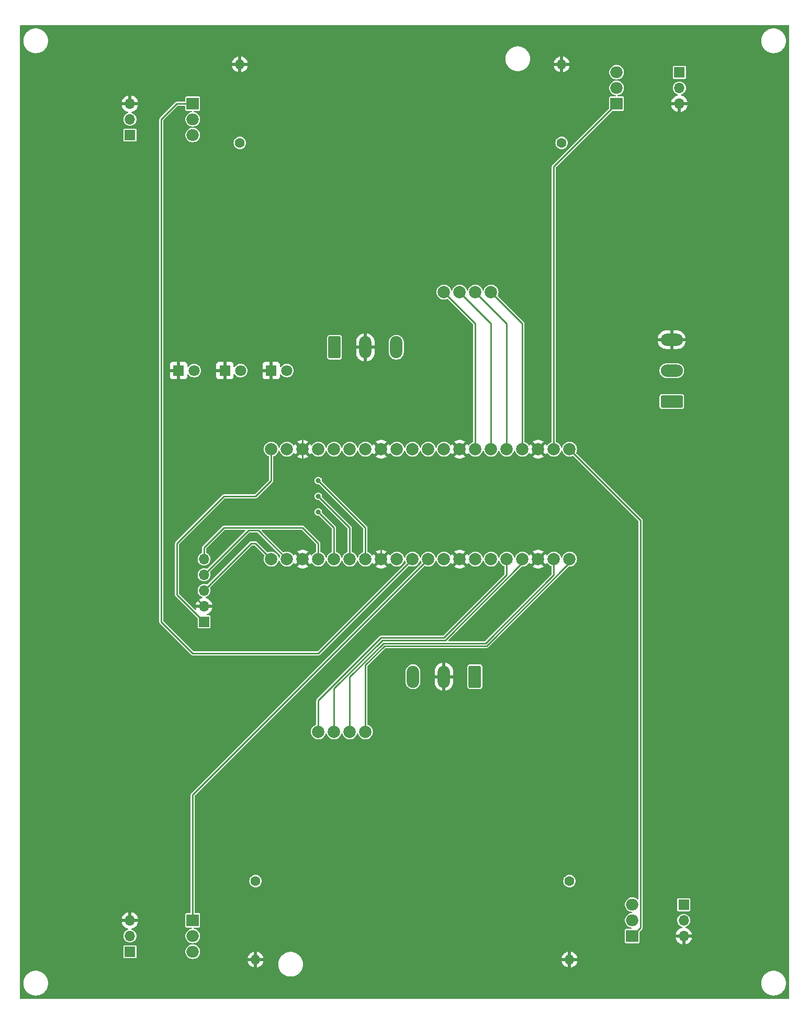
<source format=gbr>
%TF.GenerationSoftware,KiCad,Pcbnew,7.0.7*%
%TF.CreationDate,2024-10-12T22:05:23+05:30*%
%TF.ProjectId,MARS,4d415253-2e6b-4696-9361-645f70636258,rev?*%
%TF.SameCoordinates,Original*%
%TF.FileFunction,Copper,L1,Top*%
%TF.FilePolarity,Positive*%
%FSLAX46Y46*%
G04 Gerber Fmt 4.6, Leading zero omitted, Abs format (unit mm)*
G04 Created by KiCad (PCBNEW 7.0.7) date 2024-10-12 22:05:23*
%MOMM*%
%LPD*%
G01*
G04 APERTURE LIST*
G04 Aperture macros list*
%AMRoundRect*
0 Rectangle with rounded corners*
0 $1 Rounding radius*
0 $2 $3 $4 $5 $6 $7 $8 $9 X,Y pos of 4 corners*
0 Add a 4 corners polygon primitive as box body*
4,1,4,$2,$3,$4,$5,$6,$7,$8,$9,$2,$3,0*
0 Add four circle primitives for the rounded corners*
1,1,$1+$1,$2,$3*
1,1,$1+$1,$4,$5*
1,1,$1+$1,$6,$7*
1,1,$1+$1,$8,$9*
0 Add four rect primitives between the rounded corners*
20,1,$1+$1,$2,$3,$4,$5,0*
20,1,$1+$1,$4,$5,$6,$7,0*
20,1,$1+$1,$6,$7,$8,$9,0*
20,1,$1+$1,$8,$9,$2,$3,0*%
G04 Aperture macros list end*
%TA.AperFunction,ComponentPad*%
%ADD10C,1.800000*%
%TD*%
%TA.AperFunction,ComponentPad*%
%ADD11R,1.800000X1.800000*%
%TD*%
%TA.AperFunction,ComponentPad*%
%ADD12C,1.600000*%
%TD*%
%TA.AperFunction,ComponentPad*%
%ADD13O,1.600000X1.600000*%
%TD*%
%TA.AperFunction,ComponentPad*%
%ADD14RoundRect,0.250000X0.750000X1.550000X-0.750000X1.550000X-0.750000X-1.550000X0.750000X-1.550000X0*%
%TD*%
%TA.AperFunction,ComponentPad*%
%ADD15O,2.000000X3.600000*%
%TD*%
%TA.AperFunction,ComponentPad*%
%ADD16R,1.700000X1.700000*%
%TD*%
%TA.AperFunction,ComponentPad*%
%ADD17O,1.700000X1.700000*%
%TD*%
%TA.AperFunction,ComponentPad*%
%ADD18RoundRect,0.250000X1.550000X-0.750000X1.550000X0.750000X-1.550000X0.750000X-1.550000X-0.750000X0*%
%TD*%
%TA.AperFunction,ComponentPad*%
%ADD19O,3.600000X2.000000*%
%TD*%
%TA.AperFunction,ComponentPad*%
%ADD20RoundRect,0.250000X-0.750000X-1.550000X0.750000X-1.550000X0.750000X1.550000X-0.750000X1.550000X0*%
%TD*%
%TA.AperFunction,ComponentPad*%
%ADD21R,2.000000X1.905000*%
%TD*%
%TA.AperFunction,ComponentPad*%
%ADD22O,2.000000X1.905000*%
%TD*%
%TA.AperFunction,ComponentPad*%
%ADD23C,2.000000*%
%TD*%
%TA.AperFunction,ViaPad*%
%ADD24C,0.800000*%
%TD*%
%TA.AperFunction,Conductor*%
%ADD25C,0.250000*%
%TD*%
G04 APERTURE END LIST*
D10*
%TO.P,D3,2,A*%
%TO.N,Net-(D3-A)*%
X88900000Y-76200000D03*
D11*
%TO.P,D3,1,K*%
%TO.N,GND*%
X86360000Y-76200000D03*
%TD*%
D10*
%TO.P,D2,2,A*%
%TO.N,Net-(D2-A)*%
X81400000Y-76200000D03*
D11*
%TO.P,D2,1,K*%
%TO.N,GND*%
X78860000Y-76200000D03*
%TD*%
D10*
%TO.P,D1,2,A*%
%TO.N,Net-(D1-A)*%
X73900000Y-76200000D03*
D11*
%TO.P,D1,1,K*%
%TO.N,GND*%
X71360000Y-76200000D03*
%TD*%
D12*
%TO.P,R6,1*%
%TO.N,Net-(R4-S)*%
X134620000Y-158750000D03*
D13*
%TO.P,R6,2*%
%TO.N,GND*%
X134620000Y-171450000D03*
%TD*%
D14*
%TO.P,J3,1,Pin_1*%
%TO.N,Net-(J2-Pin_1)*%
X119300000Y-125697500D03*
D15*
%TO.P,J3,2,Pin_2*%
%TO.N,GND*%
X114300000Y-125697500D03*
%TO.P,J3,3,Pin_3*%
%TO.N,Net-(J2-Pin_3)*%
X109300000Y-125697500D03*
%TD*%
D16*
%TO.P,R8,1,PWM*%
%TO.N,Net-(R4-S)*%
X153105000Y-162575000D03*
D17*
%TO.P,R8,2,+*%
%TO.N,Net-(J2-Pin_3)*%
X153105000Y-165115000D03*
%TO.P,R8,3,-*%
%TO.N,GND*%
X153105000Y-167655000D03*
%TD*%
D12*
%TO.P,R1,1*%
%TO.N,Net-(L2-PWM)*%
X81280000Y-39370000D03*
D13*
%TO.P,R1,2*%
%TO.N,GND*%
X81280000Y-26670000D03*
%TD*%
D16*
%TO.P,L1,1,PWM*%
%TO.N,Net-(L1-PWM)*%
X63500000Y-170180000D03*
D17*
%TO.P,L1,2,+*%
%TO.N,Net-(J2-Pin_3)*%
X63500000Y-167640000D03*
%TO.P,L1,3,-*%
%TO.N,GND*%
X63500000Y-165100000D03*
%TD*%
D12*
%TO.P,R5,1*%
%TO.N,Net-(R3-S)*%
X133350000Y-39370000D03*
D13*
%TO.P,R5,2*%
%TO.N,GND*%
X133350000Y-26670000D03*
%TD*%
D12*
%TO.P,R2,1*%
%TO.N,Net-(L1-PWM)*%
X83820000Y-158750000D03*
D13*
%TO.P,R2,2*%
%TO.N,GND*%
X83820000Y-171450000D03*
%TD*%
D18*
%TO.P,J4,1,Pin_1*%
%TO.N,Net-(J2-Pin_1)*%
X151162500Y-81200000D03*
D19*
%TO.P,J4,2,Pin_2*%
%TO.N,Net-(J2-Pin_3)*%
X151162500Y-76200000D03*
%TO.P,J4,3,Pin_3*%
%TO.N,GND*%
X151162500Y-71200000D03*
%TD*%
D20*
%TO.P,J2,1,Pin_1*%
%TO.N,Net-(J2-Pin_1)*%
X96600000Y-72422500D03*
D15*
%TO.P,J2,2,Pin_2*%
%TO.N,GND*%
X101600000Y-72422500D03*
%TO.P,J2,3,Pin_3*%
%TO.N,Net-(J2-Pin_3)*%
X106600000Y-72422500D03*
%TD*%
D21*
%TO.P,R3,1,G*%
%TO.N,Net-(R3-G)*%
X142240000Y-33020000D03*
D22*
%TO.P,R3,2,D*%
%TO.N,Net-(J2-Pin_3)*%
X142240000Y-30480000D03*
%TO.P,R3,3,S*%
%TO.N,Net-(R3-S)*%
X142240000Y-27940000D03*
%TD*%
D16*
%TO.P,R7,1,PWM*%
%TO.N,Net-(R3-S)*%
X152400000Y-27955000D03*
D17*
%TO.P,R7,2,+*%
%TO.N,Net-(J2-Pin_3)*%
X152400000Y-30495000D03*
%TO.P,R7,3,-*%
%TO.N,GND*%
X152400000Y-33035000D03*
%TD*%
D16*
%TO.P,L2,1,PWM*%
%TO.N,Net-(L2-PWM)*%
X63500000Y-38100000D03*
D17*
%TO.P,L2,2,+*%
%TO.N,Net-(J2-Pin_3)*%
X63500000Y-35560000D03*
%TO.P,L2,3,-*%
%TO.N,GND*%
X63500000Y-33020000D03*
%TD*%
D23*
%TO.P,U2,1,IN1*%
%TO.N,Net-(RP1-GP21)*%
X114300000Y-63500000D03*
%TO.P,U2,2,IN2*%
%TO.N,Net-(RP1-GP20)*%
X116840000Y-63500000D03*
%TO.P,U2,3,IN3*%
%TO.N,Net-(RP1-GP19)*%
X119380000Y-63500000D03*
%TO.P,U2,4,IN4*%
%TO.N,Net-(RP1-GP18)*%
X121920000Y-63500000D03*
%TD*%
%TO.P,RP1,1,GP0*%
%TO.N,Net-(J1-Pin_3)*%
X86360000Y-106680000D03*
%TO.P,RP1,2,GP1*%
%TO.N,Net-(J1-Pin_4)*%
X88900000Y-106680000D03*
%TO.P,RP1,3,GND*%
%TO.N,GND*%
X91440000Y-106680000D03*
%TO.P,RP1,4,GP2*%
%TO.N,Net-(J1-Pin_5)*%
X93980000Y-106680000D03*
%TO.P,RP1,5,GP3*%
%TO.N,Net-(D1-A)*%
X96520000Y-106680000D03*
%TO.P,RP1,6,GP4*%
%TO.N,Net-(D2-A)*%
X99060000Y-106680000D03*
%TO.P,RP1,7,GP5*%
%TO.N,Net-(D3-A)*%
X101600000Y-106680000D03*
%TO.P,RP1,8,GND*%
%TO.N,GND*%
X104140000Y-106680000D03*
%TO.P,RP1,9,GP6*%
%TO.N,unconnected-(RP1-GP6-Pad9)*%
X106680000Y-106680000D03*
%TO.P,RP1,10,GP7*%
%TO.N,Net-(L3-G)*%
X109220000Y-106680000D03*
%TO.P,RP1,11,GP8*%
%TO.N,Net-(L4-G)*%
X111760000Y-106680000D03*
%TO.P,RP1,12,GP9*%
%TO.N,unconnected-(RP1-GP9-Pad12)*%
X114300000Y-106680000D03*
%TO.P,RP1,13,GND*%
%TO.N,GND*%
X116840000Y-106680000D03*
%TO.P,RP1,14,GP10*%
%TO.N,unconnected-(RP1-GP10-Pad14)*%
X119380000Y-106680000D03*
%TO.P,RP1,15,GP11*%
%TO.N,unconnected-(RP1-GP11-Pad15)*%
X121920000Y-106680000D03*
%TO.P,RP1,16,GP12*%
%TO.N,Net-(RP1-GP12)*%
X124460000Y-106680000D03*
%TO.P,RP1,17,GP13*%
%TO.N,Net-(RP1-GP13)*%
X127000000Y-106680000D03*
%TO.P,RP1,18,GND*%
%TO.N,GND*%
X129540000Y-106680000D03*
%TO.P,RP1,19,GP14*%
%TO.N,Net-(RP1-GP14)*%
X132080000Y-106680000D03*
%TO.P,RP1,20,GP15*%
%TO.N,Net-(RP1-GP15)*%
X134620000Y-106680000D03*
%TO.P,RP1,21,GP16*%
%TO.N,Net-(R4-G)*%
X134620000Y-88900000D03*
%TO.P,RP1,22,GP17*%
%TO.N,Net-(R3-G)*%
X132080000Y-88900000D03*
%TO.P,RP1,23,GND*%
%TO.N,GND*%
X129540000Y-88900000D03*
%TO.P,RP1,24,GP18*%
%TO.N,Net-(RP1-GP18)*%
X127000000Y-88900000D03*
%TO.P,RP1,25,GP19*%
%TO.N,Net-(RP1-GP19)*%
X124460000Y-88900000D03*
%TO.P,RP1,26,GP20*%
%TO.N,Net-(RP1-GP20)*%
X121920000Y-88900000D03*
%TO.P,RP1,27,GP21*%
%TO.N,Net-(RP1-GP21)*%
X119380000Y-88900000D03*
%TO.P,RP1,28,GND*%
%TO.N,GND*%
X116840000Y-88900000D03*
%TO.P,RP1,29,GP22*%
%TO.N,unconnected-(RP1-GP22-Pad29)*%
X114300000Y-88900000D03*
%TO.P,RP1,30,RUN*%
%TO.N,unconnected-(RP1-RUN-Pad30)*%
X111760000Y-88900000D03*
%TO.P,RP1,31,GP26*%
%TO.N,unconnected-(RP1-GP26-Pad31)*%
X109220000Y-88900000D03*
%TO.P,RP1,32,GP27*%
%TO.N,unconnected-(RP1-GP27-Pad32)*%
X106680000Y-88900000D03*
%TO.P,RP1,33,GND*%
%TO.N,GND*%
X104140000Y-88900000D03*
%TO.P,RP1,34,GP28*%
%TO.N,unconnected-(RP1-GP28-Pad34)*%
X101600000Y-88900000D03*
%TO.P,RP1,35,(ADC_Vref)*%
%TO.N,unconnected-(RP1-(ADC_Vref)-Pad35)*%
X99060000Y-88900000D03*
%TO.P,RP1,36,3V3(out)*%
%TO.N,unconnected-(RP1-3V3(out)-Pad36)*%
X96520000Y-88900000D03*
%TO.P,RP1,37,3V3_en*%
%TO.N,unconnected-(RP1-3V3_en-Pad37)*%
X93980000Y-88900000D03*
%TO.P,RP1,38,GND*%
%TO.N,GND*%
X91440000Y-88900000D03*
%TO.P,RP1,39,VSYS*%
%TO.N,unconnected-(RP1-VSYS-Pad39)*%
X88900000Y-88900000D03*
%TO.P,RP1,40,VBUS*%
%TO.N,Net-(J1-Pin_1)*%
X86360000Y-88900000D03*
%TD*%
D21*
%TO.P,R4,1,G*%
%TO.N,Net-(R4-G)*%
X144780000Y-167640000D03*
D22*
%TO.P,R4,2,D*%
%TO.N,Net-(J2-Pin_3)*%
X144780000Y-165100000D03*
%TO.P,R4,3,S*%
%TO.N,Net-(R4-S)*%
X144780000Y-162560000D03*
%TD*%
D21*
%TO.P,L3,1,G*%
%TO.N,Net-(L3-G)*%
X73660000Y-33020000D03*
D22*
%TO.P,L3,2,D*%
%TO.N,Net-(J2-Pin_3)*%
X73660000Y-35560000D03*
%TO.P,L3,3,S*%
%TO.N,Net-(L2-PWM)*%
X73660000Y-38100000D03*
%TD*%
D21*
%TO.P,L4,1,G*%
%TO.N,Net-(L4-G)*%
X73660000Y-165100000D03*
D22*
%TO.P,L4,2,D*%
%TO.N,Net-(J2-Pin_3)*%
X73660000Y-167640000D03*
%TO.P,L4,3,S*%
%TO.N,Net-(L1-PWM)*%
X73660000Y-170180000D03*
%TD*%
D16*
%TO.P,J1,1,Pin_1*%
%TO.N,Net-(J1-Pin_1)*%
X75495000Y-116835000D03*
D17*
%TO.P,J1,2,Pin_2*%
%TO.N,GND*%
X75495000Y-114295000D03*
%TO.P,J1,3,Pin_3*%
%TO.N,Net-(J1-Pin_3)*%
X75495000Y-111755000D03*
%TO.P,J1,4,Pin_4*%
%TO.N,Net-(J1-Pin_4)*%
X75495000Y-109215000D03*
%TO.P,J1,5,Pin_5*%
%TO.N,Net-(J1-Pin_5)*%
X75495000Y-106675000D03*
%TD*%
D23*
%TO.P,U1,1,IN1*%
%TO.N,Net-(RP1-GP15)*%
X101600000Y-134620000D03*
%TO.P,U1,2,IN2*%
%TO.N,Net-(RP1-GP14)*%
X99060000Y-134620000D03*
%TO.P,U1,3,IN3*%
%TO.N,Net-(RP1-GP13)*%
X96520000Y-134620000D03*
%TO.P,U1,4,IN4*%
%TO.N,Net-(RP1-GP12)*%
X93980000Y-134620000D03*
%TD*%
D24*
%TO.N,GND*%
X104140000Y-104140000D03*
%TO.N,Net-(D1-A)*%
X93980000Y-99060000D03*
%TO.N,Net-(D2-A)*%
X93980000Y-96520000D03*
%TO.N,Net-(D3-A)*%
X93980000Y-93980000D03*
%TD*%
D25*
%TO.N,GND*%
X104140000Y-106680000D02*
X104140000Y-104140000D01*
%TO.N,Net-(D3-A)*%
X101600000Y-101600000D02*
X93980000Y-93980000D01*
X101600000Y-106680000D02*
X101600000Y-101600000D01*
%TO.N,Net-(D2-A)*%
X99060000Y-106680000D02*
X99060000Y-101600000D01*
X99060000Y-101600000D02*
X93980000Y-96520000D01*
%TO.N,Net-(D1-A)*%
X96520000Y-101600000D02*
X93980000Y-99060000D01*
X96520000Y-106680000D02*
X96520000Y-101600000D01*
%TO.N,Net-(J1-Pin_1)*%
X75495000Y-116835000D02*
X71120000Y-112460000D01*
X83820000Y-96520000D02*
X86360000Y-93980000D01*
X78740000Y-96520000D02*
X83820000Y-96520000D01*
X86360000Y-93980000D02*
X86360000Y-88900000D01*
X71120000Y-112460000D02*
X71120000Y-104140000D01*
X71120000Y-104140000D02*
X78740000Y-96520000D01*
%TO.N,Net-(J1-Pin_3)*%
X83110000Y-104140000D02*
X83820000Y-104140000D01*
X75495000Y-111755000D02*
X83110000Y-104140000D01*
X83820000Y-104140000D02*
X86360000Y-106680000D01*
%TO.N,Net-(J1-Pin_4)*%
X82660000Y-102050000D02*
X84270000Y-102050000D01*
X75495000Y-109215000D02*
X82660000Y-102050000D01*
X84270000Y-102050000D02*
X88900000Y-106680000D01*
%TO.N,Net-(J1-Pin_5)*%
X93980000Y-104140000D02*
X93980000Y-106680000D01*
X91440000Y-101600000D02*
X93980000Y-104140000D01*
X75495000Y-106675000D02*
X75495000Y-104845000D01*
X75495000Y-104845000D02*
X78740000Y-101600000D01*
X78740000Y-101600000D02*
X91440000Y-101600000D01*
%TO.N,GND*%
X86360000Y-99060000D02*
X91440000Y-93980000D01*
X104140000Y-88900000D02*
X106680000Y-91440000D01*
X73660000Y-112460000D02*
X73660000Y-104140000D01*
X101600000Y-91440000D02*
X93980000Y-91440000D01*
X104140000Y-88900000D02*
X101600000Y-91440000D01*
X101600000Y-72422500D02*
X101600000Y-76200000D01*
X101600000Y-76200000D02*
X91440000Y-86360000D01*
X114300000Y-91440000D02*
X116840000Y-88900000D01*
X75495000Y-114295000D02*
X73660000Y-112460000D01*
X93980000Y-91440000D02*
X91440000Y-88900000D01*
X78740000Y-99060000D02*
X86360000Y-99060000D01*
X119380000Y-91440000D02*
X116840000Y-88900000D01*
X91440000Y-93980000D02*
X91440000Y-88900000D01*
X127000000Y-91440000D02*
X119380000Y-91440000D01*
X73660000Y-104140000D02*
X78740000Y-99060000D01*
X129540000Y-88900000D02*
X127000000Y-91440000D01*
X91440000Y-86360000D02*
X91440000Y-88900000D01*
X106680000Y-91440000D02*
X114300000Y-91440000D01*
%TO.N,Net-(L3-G)*%
X68580000Y-35560000D02*
X71120000Y-33020000D01*
X109220000Y-106680000D02*
X93980000Y-121920000D01*
X68580000Y-116840000D02*
X68580000Y-35560000D01*
X73660000Y-121920000D02*
X68580000Y-116840000D01*
X93980000Y-121920000D02*
X73660000Y-121920000D01*
X71120000Y-33020000D02*
X73660000Y-33020000D01*
%TO.N,Net-(L4-G)*%
X111760000Y-106680000D02*
X73660000Y-144780000D01*
X73660000Y-144780000D02*
X73660000Y-165100000D01*
%TO.N,Net-(R3-G)*%
X132080000Y-88900000D02*
X132080000Y-43180000D01*
X132080000Y-43180000D02*
X142240000Y-33020000D01*
%TO.N,Net-(R4-G)*%
X134620000Y-88900000D02*
X146105000Y-100385000D01*
X146105000Y-100385000D02*
X146105000Y-166315000D01*
X146105000Y-166315000D02*
X144780000Y-167640000D01*
%TO.N,Net-(RP1-GP12)*%
X114300000Y-119380000D02*
X124460000Y-109220000D01*
X93980000Y-129540000D02*
X104140000Y-119380000D01*
X104140000Y-119380000D02*
X114300000Y-119380000D01*
X124460000Y-109220000D02*
X124460000Y-106680000D01*
X93980000Y-134620000D02*
X93980000Y-129540000D01*
%TO.N,Net-(RP1-GP13)*%
X104326396Y-119830000D02*
X114486396Y-119830000D01*
X96520000Y-134620000D02*
X96520000Y-127636396D01*
X96520000Y-127636396D02*
X104326396Y-119830000D01*
X127000000Y-107316396D02*
X127000000Y-106680000D01*
X114486396Y-119830000D02*
X127000000Y-107316396D01*
%TO.N,Net-(RP1-GP14)*%
X99060000Y-134620000D02*
X99060000Y-125732792D01*
X104512792Y-120280000D02*
X121020000Y-120280000D01*
X121020000Y-120280000D02*
X132080000Y-109220000D01*
X99060000Y-125732792D02*
X104512792Y-120280000D01*
X132080000Y-109220000D02*
X132080000Y-106680000D01*
%TO.N,Net-(RP1-GP15)*%
X121206396Y-120730000D02*
X134620000Y-107316396D01*
X101600000Y-123829188D02*
X104699188Y-120730000D01*
X101600000Y-134620000D02*
X101600000Y-123829188D01*
X134620000Y-107316396D02*
X134620000Y-106680000D01*
X104699188Y-120730000D02*
X121206396Y-120730000D01*
%TO.N,Net-(RP1-GP18)*%
X121920000Y-63500000D02*
X127000000Y-68580000D01*
X127000000Y-68580000D02*
X127000000Y-88900000D01*
%TO.N,Net-(RP1-GP19)*%
X119380000Y-63500000D02*
X124460000Y-68580000D01*
X124460000Y-68580000D02*
X124460000Y-88900000D01*
%TO.N,Net-(RP1-GP20)*%
X116840000Y-63500000D02*
X121920000Y-68580000D01*
X121920000Y-68580000D02*
X121920000Y-88900000D01*
%TO.N,Net-(RP1-GP21)*%
X119380000Y-68580000D02*
X114300000Y-63500000D01*
X119380000Y-88900000D02*
X119380000Y-68580000D01*
%TD*%
%TA.AperFunction,Conductor*%
%TO.N,GND*%
G36*
X130142470Y-106929363D02*
G01*
X130148949Y-106935396D01*
X130763434Y-107549882D01*
X130863730Y-107396371D01*
X130871653Y-107378308D01*
X130916608Y-107324820D01*
X130983343Y-107304128D01*
X131050671Y-107322801D01*
X131084165Y-107353387D01*
X131189020Y-107492238D01*
X131353437Y-107642123D01*
X131353439Y-107642125D01*
X131542595Y-107759245D01*
X131542601Y-107759248D01*
X131559181Y-107765671D01*
X131675295Y-107810653D01*
X131730695Y-107853226D01*
X131754286Y-107918993D01*
X131754500Y-107926280D01*
X131754500Y-109033811D01*
X131734815Y-109100850D01*
X131718181Y-109121492D01*
X120921493Y-119918181D01*
X120860170Y-119951666D01*
X120833812Y-119954500D01*
X115121584Y-119954500D01*
X115054545Y-119934815D01*
X115008790Y-119882011D01*
X114998846Y-119812853D01*
X115027871Y-119749297D01*
X115033903Y-119742819D01*
X120906675Y-113870048D01*
X126859903Y-107916819D01*
X126921227Y-107883334D01*
X126947585Y-107880500D01*
X127111241Y-107880500D01*
X127111243Y-107880500D01*
X127329940Y-107839618D01*
X127537401Y-107759247D01*
X127726562Y-107642124D01*
X127890981Y-107492236D01*
X127995835Y-107353387D01*
X128051942Y-107311751D01*
X128121654Y-107307059D01*
X128182836Y-107340801D01*
X128208344Y-107378303D01*
X128216267Y-107396366D01*
X128316564Y-107549882D01*
X128931050Y-106935395D01*
X128992373Y-106901910D01*
X129062064Y-106906894D01*
X129117998Y-106948765D01*
X129123039Y-106956025D01*
X129123048Y-106956039D01*
X129158239Y-107010798D01*
X129273602Y-107110759D01*
X129271293Y-107113422D01*
X129306006Y-107153499D01*
X129315935Y-107222660D01*
X129286898Y-107286210D01*
X129280882Y-107292669D01*
X128669942Y-107903609D01*
X128716768Y-107940055D01*
X128716770Y-107940056D01*
X128935385Y-108058364D01*
X128935396Y-108058369D01*
X129170506Y-108139083D01*
X129415707Y-108180000D01*
X129664293Y-108180000D01*
X129909493Y-108139083D01*
X130144603Y-108058369D01*
X130144614Y-108058364D01*
X130363228Y-107940057D01*
X130363231Y-107940055D01*
X130410056Y-107903609D01*
X129799116Y-107292669D01*
X129765631Y-107231346D01*
X129770615Y-107161654D01*
X129807641Y-107112193D01*
X129806398Y-107110759D01*
X129843101Y-107078956D01*
X129921761Y-107010798D01*
X129956954Y-106956037D01*
X130009755Y-106910283D01*
X130078914Y-106900339D01*
X130142470Y-106929363D01*
G37*
%TD.AperFunction*%
%TA.AperFunction,Conductor*%
G36*
X91320851Y-101945185D02*
G01*
X91341493Y-101961819D01*
X93618180Y-104238507D01*
X93651665Y-104299830D01*
X93654499Y-104326188D01*
X93654499Y-105433720D01*
X93634814Y-105500759D01*
X93582010Y-105546514D01*
X93575293Y-105549347D01*
X93442601Y-105600751D01*
X93442595Y-105600754D01*
X93253439Y-105717874D01*
X93253437Y-105717876D01*
X93089020Y-105867762D01*
X92984165Y-106006612D01*
X92928056Y-106048248D01*
X92858344Y-106052939D01*
X92797162Y-106019197D01*
X92771654Y-105981693D01*
X92763731Y-105963629D01*
X92663434Y-105810116D01*
X92048949Y-106424602D01*
X91987626Y-106458087D01*
X91917934Y-106453103D01*
X91862001Y-106411231D01*
X91856953Y-106403961D01*
X91821761Y-106349202D01*
X91706398Y-106249241D01*
X91708698Y-106246585D01*
X91673960Y-106206428D01*
X91664074Y-106137261D01*
X91693152Y-106073729D01*
X91699116Y-106067329D01*
X92310056Y-105456389D01*
X92263229Y-105419943D01*
X92044614Y-105301635D01*
X92044603Y-105301630D01*
X91809493Y-105220916D01*
X91564293Y-105180000D01*
X91315707Y-105180000D01*
X91070506Y-105220916D01*
X90835396Y-105301630D01*
X90835390Y-105301632D01*
X90616761Y-105419949D01*
X90569942Y-105456388D01*
X90569942Y-105456390D01*
X91180883Y-106067330D01*
X91214368Y-106128653D01*
X91209384Y-106198344D01*
X91172358Y-106247805D01*
X91173602Y-106249241D01*
X91058238Y-106349202D01*
X91023046Y-106403962D01*
X90970242Y-106449717D01*
X90901083Y-106459660D01*
X90837528Y-106430634D01*
X90831050Y-106424603D01*
X90216564Y-105810116D01*
X90116266Y-105963633D01*
X90108343Y-105981697D01*
X90063386Y-106035182D01*
X89996649Y-106055871D01*
X89929322Y-106037195D01*
X89895834Y-106006612D01*
X89790979Y-105867761D01*
X89626562Y-105717876D01*
X89626560Y-105717874D01*
X89437404Y-105600754D01*
X89437398Y-105600752D01*
X89229940Y-105520382D01*
X89011243Y-105479500D01*
X88788757Y-105479500D01*
X88570060Y-105520382D01*
X88570057Y-105520382D01*
X88570057Y-105520383D01*
X88379182Y-105594328D01*
X88309559Y-105600190D01*
X88247819Y-105567480D01*
X88246708Y-105566382D01*
X84817507Y-102137181D01*
X84784022Y-102075858D01*
X84789006Y-102006166D01*
X84830878Y-101950233D01*
X84896342Y-101925816D01*
X84905188Y-101925500D01*
X91253812Y-101925500D01*
X91320851Y-101945185D01*
G37*
%TD.AperFunction*%
%TA.AperFunction,Conductor*%
G36*
X170123039Y-20339685D02*
G01*
X170168794Y-20392489D01*
X170180000Y-20444000D01*
X170180000Y-177676000D01*
X170160315Y-177743039D01*
X170107511Y-177788794D01*
X170056000Y-177800000D01*
X45844000Y-177800000D01*
X45776961Y-177780315D01*
X45731206Y-177727511D01*
X45720000Y-177676000D01*
X45720000Y-175260000D01*
X46254390Y-175260000D01*
X46261745Y-175362844D01*
X46262390Y-175371853D01*
X46262548Y-175376277D01*
X46262548Y-175402861D01*
X46266331Y-175429172D01*
X46266804Y-175433574D01*
X46274804Y-175545428D01*
X46274805Y-175545435D01*
X46298637Y-175654988D01*
X46299423Y-175659346D01*
X46303206Y-175685666D01*
X46310698Y-175711181D01*
X46311793Y-175715471D01*
X46335630Y-175825046D01*
X46335631Y-175825048D01*
X46374819Y-175930118D01*
X46376217Y-175934317D01*
X46383705Y-175959816D01*
X46394746Y-175983994D01*
X46396440Y-175988084D01*
X46435632Y-176093159D01*
X46435635Y-176093166D01*
X46489363Y-176191561D01*
X46491345Y-176195521D01*
X46502394Y-176219717D01*
X46516772Y-176242088D01*
X46519031Y-176245895D01*
X46561751Y-176324129D01*
X46572772Y-176344312D01*
X46572776Y-176344318D01*
X46639976Y-176434086D01*
X46642498Y-176437719D01*
X46656873Y-176460086D01*
X46667493Y-176472343D01*
X46674284Y-176480180D01*
X46677055Y-176483619D01*
X46744261Y-176573395D01*
X46823552Y-176652686D01*
X46826562Y-176655919D01*
X46843978Y-176676018D01*
X46864078Y-176693435D01*
X46867304Y-176696438D01*
X46946605Y-176775739D01*
X47036404Y-176842961D01*
X47039815Y-176845711D01*
X47059911Y-176863126D01*
X47077905Y-176874689D01*
X47082266Y-176877492D01*
X47082276Y-176877498D01*
X47085914Y-176880024D01*
X47175682Y-176947224D01*
X47175690Y-176947229D01*
X47274102Y-177000966D01*
X47277910Y-177003225D01*
X47300286Y-177017606D01*
X47324479Y-177028654D01*
X47328431Y-177030632D01*
X47426839Y-177084367D01*
X47531914Y-177123558D01*
X47535993Y-177125247D01*
X47560179Y-177136293D01*
X47585691Y-177143784D01*
X47589872Y-177145175D01*
X47694954Y-177184369D01*
X47804554Y-177208211D01*
X47808788Y-177209291D01*
X47834326Y-177216790D01*
X47834331Y-177216790D01*
X47834339Y-177216793D01*
X47860655Y-177220576D01*
X47864982Y-177221356D01*
X47974572Y-177245196D01*
X48086450Y-177253197D01*
X48090795Y-177253664D01*
X48117139Y-177257452D01*
X48117146Y-177257452D01*
X48143721Y-177257452D01*
X48148143Y-177257609D01*
X48197344Y-177261128D01*
X48259999Y-177265610D01*
X48260000Y-177265610D01*
X48260001Y-177265610D01*
X48322655Y-177261128D01*
X48371856Y-177257609D01*
X48376279Y-177257452D01*
X48402854Y-177257452D01*
X48402861Y-177257452D01*
X48429219Y-177253662D01*
X48433516Y-177253200D01*
X48545428Y-177245196D01*
X48655012Y-177221357D01*
X48659345Y-177220576D01*
X48685671Y-177216791D01*
X48711189Y-177209298D01*
X48715438Y-177208212D01*
X48825046Y-177184369D01*
X48930124Y-177145177D01*
X48934291Y-177143789D01*
X48959821Y-177136293D01*
X48984020Y-177125241D01*
X48988056Y-177123569D01*
X49093161Y-177084367D01*
X49191568Y-177030632D01*
X49195514Y-177028657D01*
X49219708Y-177017608D01*
X49219716Y-177017602D01*
X49219722Y-177017600D01*
X49242104Y-177003215D01*
X49245872Y-177000979D01*
X49344315Y-176947226D01*
X49434120Y-176879998D01*
X49437697Y-176877515D01*
X49460086Y-176863127D01*
X49480208Y-176845690D01*
X49483591Y-176842965D01*
X49573395Y-176775739D01*
X49652689Y-176696444D01*
X49655913Y-176693442D01*
X49676020Y-176676020D01*
X49693445Y-176655909D01*
X49696433Y-176652700D01*
X49775739Y-176573395D01*
X49842965Y-176483591D01*
X49845690Y-176480208D01*
X49863127Y-176460086D01*
X49877507Y-176437709D01*
X49880008Y-176434107D01*
X49947226Y-176344315D01*
X50000979Y-176245872D01*
X50003215Y-176242104D01*
X50017600Y-176219722D01*
X50017602Y-176219716D01*
X50017608Y-176219708D01*
X50028657Y-176195514D01*
X50030636Y-176191561D01*
X50084367Y-176093161D01*
X50123569Y-175988056D01*
X50125241Y-175984020D01*
X50136293Y-175959821D01*
X50143789Y-175934291D01*
X50145177Y-175930124D01*
X50148758Y-175920522D01*
X50184369Y-175825046D01*
X50208212Y-175715438D01*
X50209298Y-175711189D01*
X50216791Y-175685671D01*
X50220576Y-175659345D01*
X50221357Y-175655012D01*
X50245196Y-175545428D01*
X50253198Y-175433540D01*
X50253666Y-175429192D01*
X50257452Y-175402861D01*
X50258107Y-175366105D01*
X50258250Y-175362901D01*
X50265610Y-175260000D01*
X165634390Y-175260000D01*
X165641745Y-175362844D01*
X165642390Y-175371853D01*
X165642548Y-175376277D01*
X165642548Y-175402861D01*
X165646331Y-175429172D01*
X165646804Y-175433574D01*
X165654804Y-175545428D01*
X165654805Y-175545435D01*
X165678637Y-175654988D01*
X165679423Y-175659346D01*
X165683206Y-175685666D01*
X165690698Y-175711181D01*
X165691793Y-175715471D01*
X165715630Y-175825046D01*
X165715631Y-175825048D01*
X165754819Y-175930118D01*
X165756217Y-175934317D01*
X165763705Y-175959816D01*
X165774746Y-175983994D01*
X165776440Y-175988084D01*
X165815632Y-176093159D01*
X165815635Y-176093166D01*
X165869363Y-176191561D01*
X165871345Y-176195521D01*
X165882394Y-176219717D01*
X165896772Y-176242088D01*
X165899031Y-176245895D01*
X165941751Y-176324129D01*
X165952772Y-176344312D01*
X165952776Y-176344318D01*
X166019976Y-176434086D01*
X166022498Y-176437719D01*
X166036873Y-176460086D01*
X166047493Y-176472343D01*
X166054284Y-176480180D01*
X166057055Y-176483619D01*
X166124261Y-176573395D01*
X166203552Y-176652686D01*
X166206562Y-176655919D01*
X166223978Y-176676018D01*
X166244078Y-176693435D01*
X166247304Y-176696438D01*
X166326605Y-176775739D01*
X166416404Y-176842961D01*
X166419815Y-176845711D01*
X166439911Y-176863126D01*
X166457905Y-176874689D01*
X166462266Y-176877492D01*
X166462276Y-176877498D01*
X166465914Y-176880024D01*
X166555682Y-176947224D01*
X166555690Y-176947229D01*
X166654102Y-177000966D01*
X166657910Y-177003225D01*
X166680286Y-177017606D01*
X166704479Y-177028654D01*
X166708431Y-177030632D01*
X166806839Y-177084367D01*
X166911914Y-177123558D01*
X166915993Y-177125247D01*
X166940179Y-177136293D01*
X166965691Y-177143784D01*
X166969872Y-177145175D01*
X167074954Y-177184369D01*
X167184554Y-177208211D01*
X167188788Y-177209291D01*
X167214326Y-177216790D01*
X167214331Y-177216790D01*
X167214339Y-177216793D01*
X167240655Y-177220576D01*
X167244982Y-177221356D01*
X167354572Y-177245196D01*
X167466450Y-177253197D01*
X167470795Y-177253664D01*
X167497139Y-177257452D01*
X167497146Y-177257452D01*
X167523721Y-177257452D01*
X167528143Y-177257609D01*
X167577344Y-177261128D01*
X167639999Y-177265610D01*
X167640000Y-177265610D01*
X167640001Y-177265610D01*
X167702655Y-177261128D01*
X167751856Y-177257609D01*
X167756279Y-177257452D01*
X167782854Y-177257452D01*
X167782861Y-177257452D01*
X167809219Y-177253662D01*
X167813516Y-177253200D01*
X167925428Y-177245196D01*
X168035012Y-177221357D01*
X168039345Y-177220576D01*
X168065671Y-177216791D01*
X168091189Y-177209298D01*
X168095438Y-177208212D01*
X168205046Y-177184369D01*
X168310124Y-177145177D01*
X168314291Y-177143789D01*
X168339821Y-177136293D01*
X168364020Y-177125241D01*
X168368056Y-177123569D01*
X168473161Y-177084367D01*
X168571568Y-177030632D01*
X168575514Y-177028657D01*
X168599708Y-177017608D01*
X168599716Y-177017602D01*
X168599722Y-177017600D01*
X168622104Y-177003215D01*
X168625872Y-177000979D01*
X168724315Y-176947226D01*
X168814120Y-176879998D01*
X168817697Y-176877515D01*
X168840086Y-176863127D01*
X168860208Y-176845690D01*
X168863591Y-176842965D01*
X168953395Y-176775739D01*
X169032689Y-176696444D01*
X169035913Y-176693442D01*
X169056020Y-176676020D01*
X169073445Y-176655909D01*
X169076433Y-176652700D01*
X169155739Y-176573395D01*
X169222965Y-176483591D01*
X169225690Y-176480208D01*
X169243127Y-176460086D01*
X169257507Y-176437709D01*
X169260008Y-176434107D01*
X169327226Y-176344315D01*
X169380979Y-176245872D01*
X169383215Y-176242104D01*
X169397600Y-176219722D01*
X169397602Y-176219716D01*
X169397608Y-176219708D01*
X169408657Y-176195514D01*
X169410636Y-176191561D01*
X169464367Y-176093161D01*
X169503569Y-175988056D01*
X169505241Y-175984020D01*
X169516293Y-175959821D01*
X169523789Y-175934291D01*
X169525177Y-175930124D01*
X169528758Y-175920522D01*
X169564369Y-175825046D01*
X169588212Y-175715438D01*
X169589298Y-175711189D01*
X169596791Y-175685671D01*
X169600576Y-175659345D01*
X169601357Y-175655012D01*
X169625196Y-175545428D01*
X169633198Y-175433540D01*
X169633666Y-175429192D01*
X169637452Y-175402861D01*
X169638107Y-175366105D01*
X169638250Y-175362901D01*
X169645610Y-175260000D01*
X169638250Y-175157102D01*
X169638107Y-175153890D01*
X169637452Y-175117139D01*
X169633663Y-175090789D01*
X169633197Y-175086450D01*
X169625196Y-174974572D01*
X169601356Y-174864982D01*
X169600576Y-174860655D01*
X169596793Y-174834339D01*
X169596790Y-174834331D01*
X169596790Y-174834326D01*
X169589291Y-174808788D01*
X169588211Y-174804554D01*
X169564369Y-174694954D01*
X169525175Y-174589872D01*
X169523782Y-174585684D01*
X169516293Y-174560179D01*
X169505246Y-174535989D01*
X169503558Y-174531914D01*
X169503553Y-174531901D01*
X169464367Y-174426839D01*
X169410632Y-174328431D01*
X169408654Y-174324479D01*
X169397606Y-174300286D01*
X169383225Y-174277910D01*
X169380966Y-174274102D01*
X169327229Y-174175690D01*
X169327224Y-174175682D01*
X169260024Y-174085914D01*
X169257498Y-174082276D01*
X169243126Y-174059911D01*
X169225711Y-174039815D01*
X169222961Y-174036404D01*
X169155739Y-173946605D01*
X169076438Y-173867304D01*
X169073435Y-173864078D01*
X169072484Y-173862981D01*
X169056020Y-173843980D01*
X169035921Y-173826564D01*
X169032681Y-173823547D01*
X168953398Y-173744264D01*
X168953396Y-173744262D01*
X168953395Y-173744261D01*
X168863619Y-173677055D01*
X168860180Y-173674284D01*
X168847188Y-173663027D01*
X168840086Y-173656873D01*
X168817719Y-173642498D01*
X168814086Y-173639976D01*
X168805348Y-173633435D01*
X168750904Y-173592678D01*
X168724318Y-173572776D01*
X168724316Y-173572775D01*
X168724315Y-173572774D01*
X168704129Y-173561751D01*
X168625895Y-173519031D01*
X168622088Y-173516772D01*
X168599717Y-173502394D01*
X168575521Y-173491345D01*
X168571561Y-173489363D01*
X168473166Y-173435635D01*
X168473159Y-173435632D01*
X168368084Y-173396440D01*
X168363994Y-173394746D01*
X168349072Y-173387931D01*
X168339821Y-173383707D01*
X168339819Y-173383706D01*
X168339816Y-173383705D01*
X168314317Y-173376217D01*
X168310118Y-173374819D01*
X168205048Y-173335631D01*
X168205046Y-173335630D01*
X168095471Y-173311793D01*
X168091180Y-173310698D01*
X168084402Y-173308708D01*
X168065669Y-173303207D01*
X168039346Y-173299423D01*
X168034988Y-173298637D01*
X167925435Y-173274805D01*
X167925428Y-173274804D01*
X167813574Y-173266804D01*
X167809177Y-173266331D01*
X167782861Y-173262548D01*
X167756279Y-173262548D01*
X167751856Y-173262390D01*
X167702655Y-173258871D01*
X167640001Y-173254390D01*
X167639999Y-173254390D01*
X167577344Y-173258871D01*
X167528143Y-173262390D01*
X167523721Y-173262548D01*
X167497137Y-173262548D01*
X167470826Y-173266331D01*
X167466424Y-173266804D01*
X167354571Y-173274804D01*
X167354561Y-173274805D01*
X167245013Y-173298636D01*
X167240657Y-173299422D01*
X167214325Y-173303207D01*
X167188819Y-173310698D01*
X167184528Y-173311793D01*
X167074953Y-173335630D01*
X167074947Y-173335632D01*
X166969883Y-173374819D01*
X166965684Y-173376216D01*
X166940177Y-173383706D01*
X166915989Y-173394753D01*
X166911901Y-173396446D01*
X166806844Y-173435630D01*
X166806831Y-173435636D01*
X166708436Y-173489363D01*
X166704478Y-173491344D01*
X166680291Y-173502389D01*
X166657909Y-173516773D01*
X166654102Y-173519033D01*
X166555688Y-173572771D01*
X166465903Y-173639981D01*
X166462271Y-173642503D01*
X166439911Y-173656874D01*
X166432810Y-173663027D01*
X166419823Y-173674280D01*
X166416377Y-173677057D01*
X166326619Y-173744249D01*
X166326604Y-173744262D01*
X166247310Y-173823553D01*
X166244071Y-173826569D01*
X166223979Y-173843979D01*
X166206569Y-173864071D01*
X166203553Y-173867310D01*
X166124262Y-173946604D01*
X166124254Y-173946613D01*
X166057054Y-174036380D01*
X166054278Y-174039825D01*
X166036868Y-174059918D01*
X166022505Y-174082267D01*
X166019982Y-174085902D01*
X165952771Y-174175688D01*
X165899033Y-174274102D01*
X165896773Y-174277909D01*
X165882389Y-174300291D01*
X165871344Y-174324478D01*
X165869363Y-174328436D01*
X165815636Y-174426831D01*
X165815630Y-174426844D01*
X165776446Y-174531901D01*
X165774753Y-174535989D01*
X165763706Y-174560177D01*
X165756216Y-174585684D01*
X165754819Y-174589883D01*
X165715632Y-174694947D01*
X165715630Y-174694953D01*
X165691793Y-174804528D01*
X165690698Y-174808819D01*
X165683207Y-174834325D01*
X165679422Y-174860657D01*
X165678636Y-174865013D01*
X165654805Y-174974561D01*
X165654804Y-174974571D01*
X165646804Y-175086424D01*
X165646331Y-175090826D01*
X165642548Y-175117136D01*
X165642548Y-175143721D01*
X165642390Y-175148143D01*
X165634390Y-175260000D01*
X50265610Y-175260000D01*
X50258250Y-175157102D01*
X50258107Y-175153890D01*
X50257452Y-175117139D01*
X50253663Y-175090789D01*
X50253197Y-175086450D01*
X50245196Y-174974572D01*
X50221356Y-174864982D01*
X50220576Y-174860655D01*
X50216793Y-174834339D01*
X50216790Y-174834331D01*
X50216790Y-174834326D01*
X50209291Y-174808788D01*
X50208211Y-174804554D01*
X50184369Y-174694954D01*
X50145175Y-174589872D01*
X50143782Y-174585684D01*
X50136293Y-174560179D01*
X50125246Y-174535989D01*
X50123558Y-174531914D01*
X50123553Y-174531901D01*
X50084367Y-174426839D01*
X50030632Y-174328431D01*
X50028654Y-174324479D01*
X50017606Y-174300286D01*
X50003225Y-174277910D01*
X50000966Y-174274102D01*
X49947229Y-174175690D01*
X49947224Y-174175682D01*
X49880024Y-174085914D01*
X49877498Y-174082276D01*
X49863126Y-174059911D01*
X49845711Y-174039815D01*
X49842961Y-174036404D01*
X49775739Y-173946605D01*
X49696438Y-173867304D01*
X49693435Y-173864078D01*
X49692484Y-173862981D01*
X49676020Y-173843980D01*
X49655921Y-173826564D01*
X49652681Y-173823547D01*
X49573398Y-173744264D01*
X49573396Y-173744262D01*
X49573395Y-173744261D01*
X49483619Y-173677055D01*
X49480180Y-173674284D01*
X49467188Y-173663027D01*
X49460086Y-173656873D01*
X49437719Y-173642498D01*
X49434086Y-173639976D01*
X49425348Y-173633435D01*
X49370904Y-173592678D01*
X49344318Y-173572776D01*
X49344316Y-173572775D01*
X49344315Y-173572774D01*
X49324129Y-173561751D01*
X49245895Y-173519031D01*
X49242088Y-173516772D01*
X49219717Y-173502394D01*
X49195521Y-173491345D01*
X49191561Y-173489363D01*
X49093166Y-173435635D01*
X49093159Y-173435632D01*
X48988084Y-173396440D01*
X48983994Y-173394746D01*
X48969072Y-173387931D01*
X48959821Y-173383707D01*
X48959819Y-173383706D01*
X48959816Y-173383705D01*
X48934317Y-173376217D01*
X48930118Y-173374819D01*
X48825048Y-173335631D01*
X48825046Y-173335630D01*
X48715471Y-173311793D01*
X48711180Y-173310698D01*
X48704402Y-173308708D01*
X48685669Y-173303207D01*
X48659346Y-173299423D01*
X48654988Y-173298637D01*
X48545435Y-173274805D01*
X48545428Y-173274804D01*
X48433574Y-173266804D01*
X48429177Y-173266331D01*
X48402861Y-173262548D01*
X48376279Y-173262548D01*
X48371856Y-173262390D01*
X48322655Y-173258871D01*
X48260001Y-173254390D01*
X48259999Y-173254390D01*
X48197344Y-173258871D01*
X48148143Y-173262390D01*
X48143721Y-173262548D01*
X48117137Y-173262548D01*
X48090826Y-173266331D01*
X48086424Y-173266804D01*
X47974571Y-173274804D01*
X47974561Y-173274805D01*
X47865013Y-173298636D01*
X47860657Y-173299422D01*
X47834325Y-173303207D01*
X47808819Y-173310698D01*
X47804528Y-173311793D01*
X47694953Y-173335630D01*
X47694947Y-173335632D01*
X47589883Y-173374819D01*
X47585684Y-173376216D01*
X47560177Y-173383706D01*
X47535989Y-173394753D01*
X47531901Y-173396446D01*
X47426844Y-173435630D01*
X47426831Y-173435636D01*
X47328436Y-173489363D01*
X47324478Y-173491344D01*
X47300291Y-173502389D01*
X47277909Y-173516773D01*
X47274102Y-173519033D01*
X47175688Y-173572771D01*
X47085903Y-173639981D01*
X47082271Y-173642503D01*
X47059911Y-173656874D01*
X47052810Y-173663027D01*
X47039823Y-173674280D01*
X47036377Y-173677057D01*
X46946619Y-173744249D01*
X46946604Y-173744262D01*
X46867310Y-173823553D01*
X46864071Y-173826569D01*
X46843979Y-173843979D01*
X46826569Y-173864071D01*
X46823553Y-173867310D01*
X46744262Y-173946604D01*
X46744254Y-173946613D01*
X46677054Y-174036380D01*
X46674278Y-174039825D01*
X46656868Y-174059918D01*
X46642505Y-174082267D01*
X46639982Y-174085902D01*
X46572771Y-174175688D01*
X46519033Y-174274102D01*
X46516773Y-174277909D01*
X46502389Y-174300291D01*
X46491344Y-174324478D01*
X46489363Y-174328436D01*
X46435636Y-174426831D01*
X46435630Y-174426844D01*
X46396446Y-174531901D01*
X46394753Y-174535989D01*
X46383706Y-174560177D01*
X46376216Y-174585684D01*
X46374819Y-174589883D01*
X46335632Y-174694947D01*
X46335630Y-174694953D01*
X46311793Y-174804528D01*
X46310698Y-174808819D01*
X46303207Y-174834325D01*
X46299422Y-174860657D01*
X46298636Y-174865013D01*
X46274805Y-174974561D01*
X46274804Y-174974571D01*
X46266804Y-175086424D01*
X46266331Y-175090826D01*
X46262548Y-175117136D01*
X46262548Y-175143721D01*
X46262390Y-175148143D01*
X46254390Y-175260000D01*
X45720000Y-175260000D01*
X45720000Y-171049752D01*
X62449500Y-171049752D01*
X62461131Y-171108229D01*
X62461132Y-171108230D01*
X62505447Y-171174552D01*
X62571769Y-171218867D01*
X62571770Y-171218868D01*
X62630247Y-171230499D01*
X62630250Y-171230500D01*
X62630252Y-171230500D01*
X64369750Y-171230500D01*
X64369751Y-171230499D01*
X64384568Y-171227552D01*
X64428229Y-171218868D01*
X64428229Y-171218867D01*
X64428231Y-171218867D01*
X64494552Y-171174552D01*
X64538867Y-171108231D01*
X64538867Y-171108229D01*
X64538868Y-171108229D01*
X64550499Y-171049752D01*
X64550500Y-171049750D01*
X64550500Y-169310249D01*
X64550499Y-169310247D01*
X64538868Y-169251770D01*
X64538867Y-169251769D01*
X64494552Y-169185447D01*
X64428230Y-169141132D01*
X64428229Y-169141131D01*
X64369752Y-169129500D01*
X64369748Y-169129500D01*
X62630252Y-169129500D01*
X62630247Y-169129500D01*
X62571770Y-169141131D01*
X62571769Y-169141132D01*
X62505447Y-169185447D01*
X62461132Y-169251769D01*
X62461131Y-169251770D01*
X62449500Y-169310247D01*
X62449500Y-171049752D01*
X45720000Y-171049752D01*
X45720000Y-165350000D01*
X62169364Y-165350000D01*
X62226567Y-165563486D01*
X62226570Y-165563492D01*
X62326399Y-165777578D01*
X62461894Y-165971082D01*
X62628917Y-166138105D01*
X62822421Y-166273600D01*
X63036507Y-166373429D01*
X63036516Y-166373433D01*
X63158649Y-166406158D01*
X63218310Y-166442523D01*
X63248839Y-166505369D01*
X63240545Y-166574745D01*
X63196059Y-166628623D01*
X63162552Y-166644593D01*
X63096046Y-166664767D01*
X62965358Y-166734622D01*
X62913550Y-166762315D01*
X62913548Y-166762316D01*
X62913547Y-166762317D01*
X62753589Y-166893589D01*
X62622317Y-167053547D01*
X62524769Y-167236043D01*
X62464699Y-167434067D01*
X62444417Y-167640000D01*
X62464699Y-167845932D01*
X62464700Y-167845934D01*
X62524768Y-168043954D01*
X62622315Y-168226450D01*
X62622317Y-168226452D01*
X62753589Y-168386410D01*
X62850209Y-168465702D01*
X62913550Y-168517685D01*
X63096046Y-168615232D01*
X63294066Y-168675300D01*
X63294065Y-168675300D01*
X63314348Y-168677297D01*
X63500000Y-168695583D01*
X63705934Y-168675300D01*
X63903954Y-168615232D01*
X64086450Y-168517685D01*
X64246410Y-168386410D01*
X64377685Y-168226450D01*
X64475232Y-168043954D01*
X64535300Y-167845934D01*
X64555583Y-167640000D01*
X64535300Y-167434066D01*
X64475232Y-167236046D01*
X64377685Y-167053550D01*
X64315207Y-166977420D01*
X64246410Y-166893589D01*
X64086452Y-166762317D01*
X64086453Y-166762317D01*
X64086450Y-166762315D01*
X63903954Y-166664768D01*
X63837447Y-166644593D01*
X63779009Y-166606296D01*
X63750553Y-166542484D01*
X63761113Y-166473417D01*
X63807337Y-166421023D01*
X63841350Y-166406158D01*
X63963483Y-166373433D01*
X63963492Y-166373429D01*
X64177578Y-166273600D01*
X64371082Y-166138105D01*
X64538105Y-165971082D01*
X64673600Y-165777578D01*
X64773429Y-165563492D01*
X64773432Y-165563486D01*
X64830636Y-165350000D01*
X64113347Y-165350000D01*
X64046308Y-165330315D01*
X64000553Y-165277511D01*
X63990609Y-165208353D01*
X63994369Y-165191067D01*
X64000000Y-165171888D01*
X64000000Y-165028111D01*
X63994369Y-165008933D01*
X63994370Y-164939064D01*
X64032145Y-164880286D01*
X64095701Y-164851262D01*
X64113347Y-164850000D01*
X64830636Y-164850000D01*
X64830635Y-164849999D01*
X64773432Y-164636513D01*
X64773429Y-164636507D01*
X64673600Y-164422422D01*
X64673599Y-164422420D01*
X64538113Y-164228926D01*
X64538108Y-164228920D01*
X64371082Y-164061894D01*
X64177578Y-163926399D01*
X63963492Y-163826570D01*
X63963486Y-163826567D01*
X63750000Y-163769364D01*
X63750000Y-164487698D01*
X63730315Y-164554737D01*
X63677511Y-164600492D01*
X63608355Y-164610436D01*
X63535766Y-164600000D01*
X63535763Y-164600000D01*
X63464237Y-164600000D01*
X63391646Y-164610437D01*
X63322487Y-164600493D01*
X63269683Y-164554738D01*
X63249999Y-164487699D01*
X63249999Y-163769364D01*
X63249998Y-163769364D01*
X63036505Y-163826570D01*
X62822422Y-163926399D01*
X62822420Y-163926400D01*
X62628926Y-164061886D01*
X62628920Y-164061891D01*
X62461891Y-164228920D01*
X62461886Y-164228926D01*
X62326400Y-164422420D01*
X62326399Y-164422422D01*
X62226570Y-164636507D01*
X62226567Y-164636513D01*
X62169364Y-164849999D01*
X62169364Y-164850000D01*
X62886653Y-164850000D01*
X62953692Y-164869685D01*
X62999447Y-164922489D01*
X63009391Y-164991647D01*
X63005631Y-165008933D01*
X63000000Y-165028111D01*
X63000000Y-165171888D01*
X63005631Y-165191067D01*
X63005630Y-165260936D01*
X62967855Y-165319714D01*
X62904299Y-165348738D01*
X62886653Y-165350000D01*
X62169364Y-165350000D01*
X45720000Y-165350000D01*
X45720000Y-116868808D01*
X68250735Y-116868808D01*
X68261212Y-116907910D01*
X68262383Y-116913190D01*
X68269411Y-116953043D01*
X68271235Y-116958055D01*
X68278197Y-116974861D01*
X68280445Y-116979681D01*
X68280446Y-116979684D01*
X68294452Y-116999687D01*
X68303655Y-117012831D01*
X68306561Y-117017392D01*
X68326806Y-117052455D01*
X68357815Y-117078475D01*
X68361805Y-117082131D01*
X73417863Y-122138189D01*
X73421518Y-122142178D01*
X73447541Y-122173190D01*
X73447543Y-122173191D01*
X73447545Y-122173194D01*
X73447547Y-122173195D01*
X73447548Y-122173196D01*
X73482599Y-122193433D01*
X73487162Y-122196339D01*
X73520316Y-122219554D01*
X73520319Y-122219554D01*
X73525176Y-122221820D01*
X73541933Y-122228760D01*
X73546950Y-122230586D01*
X73546952Y-122230586D01*
X73546955Y-122230588D01*
X73586818Y-122237616D01*
X73592076Y-122238782D01*
X73631193Y-122249264D01*
X73671518Y-122245735D01*
X73676922Y-122245500D01*
X93963078Y-122245500D01*
X93968481Y-122245735D01*
X94008807Y-122249264D01*
X94047940Y-122238777D01*
X94053162Y-122237619D01*
X94093045Y-122230588D01*
X94093050Y-122230584D01*
X94098099Y-122228747D01*
X94114824Y-122221819D01*
X94119681Y-122219554D01*
X94119684Y-122219554D01*
X94152841Y-122196335D01*
X94157390Y-122193438D01*
X94192455Y-122173194D01*
X94192459Y-122173190D01*
X94218476Y-122142182D01*
X94222122Y-122138202D01*
X108566709Y-107793615D01*
X108628030Y-107760132D01*
X108697722Y-107765116D01*
X108699140Y-107765655D01*
X108890060Y-107839618D01*
X109108757Y-107880500D01*
X109108759Y-107880500D01*
X109331241Y-107880500D01*
X109331243Y-107880500D01*
X109549940Y-107839618D01*
X109757401Y-107759247D01*
X109946562Y-107642124D01*
X110110981Y-107492236D01*
X110245058Y-107314689D01*
X110344229Y-107115528D01*
X110370734Y-107022371D01*
X110408013Y-106963278D01*
X110471323Y-106933721D01*
X110540562Y-106943083D01*
X110593749Y-106988393D01*
X110609266Y-107022372D01*
X110635769Y-107115523D01*
X110635770Y-107115525D01*
X110635771Y-107115528D01*
X110660246Y-107164680D01*
X110671918Y-107188120D01*
X110684179Y-107256906D01*
X110657306Y-107321401D01*
X110648599Y-107331073D01*
X73441803Y-144537870D01*
X73437814Y-144541525D01*
X73406805Y-144567545D01*
X73386562Y-144602606D01*
X73383656Y-144607166D01*
X73360446Y-144640313D01*
X73358206Y-144645117D01*
X73351229Y-144661961D01*
X73349410Y-144666959D01*
X73342383Y-144706811D01*
X73341212Y-144712091D01*
X73330735Y-144751191D01*
X73334264Y-144791513D01*
X73334500Y-144796920D01*
X73334500Y-163823000D01*
X73314815Y-163890039D01*
X73262011Y-163935794D01*
X73210500Y-163947000D01*
X72640247Y-163947000D01*
X72581770Y-163958631D01*
X72581769Y-163958632D01*
X72515447Y-164002947D01*
X72471132Y-164069269D01*
X72471131Y-164069270D01*
X72459500Y-164127747D01*
X72459500Y-166072252D01*
X72471131Y-166130729D01*
X72471132Y-166130730D01*
X72515447Y-166197052D01*
X72581769Y-166241367D01*
X72581770Y-166241368D01*
X72640247Y-166252999D01*
X72640250Y-166253000D01*
X73402372Y-166253000D01*
X73469411Y-166272685D01*
X73515166Y-166325489D01*
X73525110Y-166394647D01*
X73496085Y-166458203D01*
X73437307Y-166495977D01*
X73413813Y-166500470D01*
X73412990Y-166500547D01*
X73399729Y-166501775D01*
X73399727Y-166501776D01*
X73194208Y-166560251D01*
X73194193Y-166560257D01*
X73002928Y-166655496D01*
X73002920Y-166655501D01*
X72832398Y-166784273D01*
X72688444Y-166942184D01*
X72688442Y-166942186D01*
X72575956Y-167123858D01*
X72575953Y-167123864D01*
X72498765Y-167323112D01*
X72498764Y-167323115D01*
X72459500Y-167533159D01*
X72459500Y-167746841D01*
X72498764Y-167956885D01*
X72498765Y-167956887D01*
X72575953Y-168156135D01*
X72575956Y-168156141D01*
X72688442Y-168337813D01*
X72688444Y-168337815D01*
X72832398Y-168495726D01*
X73002920Y-168624498D01*
X73002928Y-168624503D01*
X73194193Y-168719742D01*
X73194197Y-168719743D01*
X73194204Y-168719747D01*
X73399729Y-168778224D01*
X73489356Y-168786529D01*
X73554293Y-168812315D01*
X73594981Y-168869115D01*
X73598501Y-168938896D01*
X73563736Y-168999503D01*
X73501723Y-169031693D01*
X73489357Y-169033470D01*
X73482479Y-169034108D01*
X73399729Y-169041775D01*
X73399727Y-169041776D01*
X73194208Y-169100251D01*
X73194193Y-169100257D01*
X73002928Y-169195496D01*
X73002920Y-169195501D01*
X72832398Y-169324273D01*
X72688444Y-169482184D01*
X72688442Y-169482186D01*
X72575956Y-169663858D01*
X72575953Y-169663864D01*
X72498765Y-169863112D01*
X72498764Y-169863115D01*
X72459500Y-170073159D01*
X72459500Y-170286841D01*
X72498764Y-170496885D01*
X72504920Y-170512776D01*
X72575953Y-170696135D01*
X72575956Y-170696141D01*
X72688442Y-170877813D01*
X72688444Y-170877815D01*
X72832398Y-171035726D01*
X73002920Y-171164498D01*
X73002928Y-171164503D01*
X73194193Y-171259742D01*
X73194197Y-171259743D01*
X73194204Y-171259747D01*
X73399729Y-171318224D01*
X73559189Y-171333000D01*
X73559192Y-171333000D01*
X73760808Y-171333000D01*
X73760811Y-171333000D01*
X73920271Y-171318224D01*
X74125796Y-171259747D01*
X74245786Y-171199999D01*
X82541127Y-171199999D01*
X82541128Y-171200000D01*
X83309424Y-171200000D01*
X83376463Y-171219685D01*
X83422218Y-171272489D01*
X83432162Y-171341647D01*
X83431897Y-171343397D01*
X83415014Y-171449996D01*
X83415014Y-171450003D01*
X83431897Y-171556603D01*
X83422942Y-171625896D01*
X83377946Y-171679348D01*
X83311194Y-171699987D01*
X83309424Y-171700000D01*
X82541128Y-171700000D01*
X82593730Y-171896317D01*
X82593734Y-171896326D01*
X82689865Y-172102482D01*
X82820342Y-172288820D01*
X82981179Y-172449657D01*
X83167517Y-172580134D01*
X83373673Y-172676265D01*
X83373682Y-172676269D01*
X83569999Y-172728872D01*
X83570000Y-172728871D01*
X83570000Y-171960575D01*
X83589685Y-171893536D01*
X83642489Y-171847781D01*
X83711647Y-171837837D01*
X83713331Y-171838091D01*
X83745699Y-171843218D01*
X83788515Y-171850000D01*
X83788519Y-171850000D01*
X83851485Y-171850000D01*
X83894300Y-171843218D01*
X83926602Y-171838102D01*
X83995894Y-171847056D01*
X84049347Y-171892052D01*
X84069987Y-171958803D01*
X84070000Y-171960575D01*
X84070000Y-172728872D01*
X84266317Y-172676269D01*
X84266326Y-172676265D01*
X84472482Y-172580134D01*
X84658820Y-172449657D01*
X84819657Y-172288820D01*
X84881850Y-172200000D01*
X87494390Y-172200000D01*
X87501745Y-172302844D01*
X87502390Y-172311853D01*
X87502548Y-172316277D01*
X87502548Y-172342861D01*
X87506331Y-172369172D01*
X87506804Y-172373574D01*
X87514804Y-172485428D01*
X87514805Y-172485435D01*
X87538637Y-172594988D01*
X87539423Y-172599346D01*
X87543206Y-172625664D01*
X87550699Y-172651186D01*
X87551794Y-172655473D01*
X87575630Y-172765047D01*
X87575631Y-172765048D01*
X87614819Y-172870118D01*
X87616217Y-172874317D01*
X87623705Y-172899816D01*
X87634746Y-172923994D01*
X87636440Y-172928084D01*
X87675632Y-173033159D01*
X87675635Y-173033166D01*
X87729363Y-173131561D01*
X87731345Y-173135521D01*
X87742394Y-173159717D01*
X87756772Y-173182088D01*
X87759031Y-173185895D01*
X87799770Y-173260500D01*
X87812772Y-173284312D01*
X87812776Y-173284318D01*
X87879976Y-173374086D01*
X87882498Y-173377719D01*
X87896873Y-173400086D01*
X87907493Y-173412343D01*
X87914284Y-173420180D01*
X87917055Y-173423619D01*
X87984261Y-173513395D01*
X88063557Y-173592691D01*
X88066562Y-173595919D01*
X88083978Y-173616018D01*
X88104078Y-173633435D01*
X88107304Y-173636438D01*
X88186605Y-173715739D01*
X88276404Y-173782961D01*
X88279815Y-173785711D01*
X88299911Y-173803126D01*
X88317905Y-173814689D01*
X88322266Y-173817492D01*
X88322276Y-173817498D01*
X88325914Y-173820024D01*
X88415682Y-173887224D01*
X88415690Y-173887229D01*
X88514102Y-173940966D01*
X88517910Y-173943225D01*
X88540286Y-173957606D01*
X88564479Y-173968654D01*
X88568431Y-173970632D01*
X88666839Y-174024367D01*
X88771914Y-174063558D01*
X88775993Y-174065247D01*
X88800179Y-174076293D01*
X88825691Y-174083784D01*
X88829872Y-174085175D01*
X88934954Y-174124369D01*
X89044554Y-174148211D01*
X89048788Y-174149291D01*
X89074326Y-174156790D01*
X89074331Y-174156790D01*
X89074339Y-174156793D01*
X89100655Y-174160576D01*
X89104982Y-174161356D01*
X89214572Y-174185196D01*
X89326450Y-174193197D01*
X89330795Y-174193664D01*
X89357139Y-174197452D01*
X89357146Y-174197452D01*
X89383721Y-174197452D01*
X89388143Y-174197609D01*
X89437344Y-174201128D01*
X89499999Y-174205610D01*
X89500000Y-174205610D01*
X89500001Y-174205610D01*
X89562655Y-174201128D01*
X89611856Y-174197609D01*
X89616279Y-174197452D01*
X89642854Y-174197452D01*
X89642861Y-174197452D01*
X89669219Y-174193662D01*
X89673516Y-174193200D01*
X89785428Y-174185196D01*
X89895012Y-174161357D01*
X89899345Y-174160576D01*
X89925671Y-174156791D01*
X89951189Y-174149298D01*
X89955438Y-174148212D01*
X90065046Y-174124369D01*
X90170124Y-174085177D01*
X90174291Y-174083789D01*
X90199821Y-174076293D01*
X90224020Y-174065241D01*
X90228056Y-174063569D01*
X90333161Y-174024367D01*
X90431568Y-173970632D01*
X90435514Y-173968657D01*
X90459708Y-173957608D01*
X90459716Y-173957602D01*
X90459722Y-173957600D01*
X90482104Y-173943215D01*
X90485872Y-173940979D01*
X90584315Y-173887226D01*
X90674120Y-173819998D01*
X90677697Y-173817515D01*
X90700086Y-173803127D01*
X90720208Y-173785690D01*
X90723591Y-173782965D01*
X90813395Y-173715739D01*
X90892689Y-173636444D01*
X90895913Y-173633442D01*
X90916020Y-173616020D01*
X90933456Y-173595896D01*
X90936428Y-173592705D01*
X91015739Y-173513395D01*
X91082965Y-173423591D01*
X91085690Y-173420208D01*
X91103127Y-173400086D01*
X91117507Y-173377709D01*
X91120008Y-173374107D01*
X91187226Y-173284315D01*
X91240979Y-173185872D01*
X91243215Y-173182104D01*
X91257600Y-173159722D01*
X91257602Y-173159716D01*
X91257608Y-173159708D01*
X91268657Y-173135514D01*
X91270636Y-173131561D01*
X91324367Y-173033161D01*
X91363569Y-172928056D01*
X91365241Y-172924020D01*
X91376293Y-172899821D01*
X91383789Y-172874291D01*
X91385177Y-172870124D01*
X91388758Y-172860522D01*
X91424369Y-172765046D01*
X91448212Y-172655438D01*
X91449298Y-172651189D01*
X91456791Y-172625671D01*
X91460576Y-172599345D01*
X91461357Y-172595012D01*
X91485196Y-172485428D01*
X91493198Y-172373540D01*
X91493666Y-172369192D01*
X91497452Y-172342861D01*
X91498107Y-172306105D01*
X91498250Y-172302901D01*
X91505610Y-172200000D01*
X91498250Y-172097102D01*
X91498107Y-172093890D01*
X91497452Y-172057139D01*
X91493663Y-172030789D01*
X91493197Y-172026450D01*
X91485196Y-171914572D01*
X91461356Y-171804982D01*
X91460576Y-171800655D01*
X91456793Y-171774339D01*
X91456790Y-171774331D01*
X91456790Y-171774326D01*
X91449291Y-171748788D01*
X91448211Y-171744554D01*
X91424369Y-171634954D01*
X91385175Y-171529872D01*
X91383782Y-171525684D01*
X91376293Y-171500179D01*
X91365246Y-171475989D01*
X91363558Y-171471914D01*
X91363553Y-171471901D01*
X91324367Y-171366839D01*
X91270632Y-171268431D01*
X91268654Y-171264479D01*
X91257606Y-171240286D01*
X91243225Y-171217910D01*
X91240966Y-171214102D01*
X91233265Y-171199999D01*
X133341127Y-171199999D01*
X133341128Y-171200000D01*
X134109424Y-171200000D01*
X134176463Y-171219685D01*
X134222218Y-171272489D01*
X134232162Y-171341647D01*
X134231897Y-171343397D01*
X134215014Y-171449996D01*
X134215014Y-171450003D01*
X134231897Y-171556603D01*
X134222942Y-171625896D01*
X134177946Y-171679348D01*
X134111194Y-171699987D01*
X134109424Y-171700000D01*
X133341128Y-171700000D01*
X133393730Y-171896317D01*
X133393734Y-171896326D01*
X133489865Y-172102482D01*
X133620342Y-172288820D01*
X133781179Y-172449657D01*
X133967517Y-172580134D01*
X134173673Y-172676265D01*
X134173682Y-172676269D01*
X134369999Y-172728872D01*
X134370000Y-172728871D01*
X134370000Y-171960575D01*
X134389685Y-171893536D01*
X134442489Y-171847781D01*
X134511647Y-171837837D01*
X134513331Y-171838091D01*
X134545699Y-171843218D01*
X134588515Y-171850000D01*
X134588519Y-171850000D01*
X134651485Y-171850000D01*
X134694300Y-171843218D01*
X134726602Y-171838102D01*
X134795894Y-171847056D01*
X134849347Y-171892052D01*
X134869987Y-171958803D01*
X134870000Y-171960575D01*
X134870000Y-172728872D01*
X135066317Y-172676269D01*
X135066326Y-172676265D01*
X135272482Y-172580134D01*
X135458820Y-172449657D01*
X135619657Y-172288820D01*
X135750134Y-172102482D01*
X135846265Y-171896326D01*
X135846269Y-171896317D01*
X135898872Y-171700000D01*
X135130576Y-171700000D01*
X135063537Y-171680315D01*
X135017782Y-171627511D01*
X135007838Y-171558353D01*
X135008103Y-171556603D01*
X135024986Y-171450003D01*
X135024986Y-171449996D01*
X135008103Y-171343397D01*
X135017058Y-171274104D01*
X135062054Y-171220652D01*
X135128806Y-171200013D01*
X135130576Y-171200000D01*
X135898872Y-171200000D01*
X135898872Y-171199999D01*
X135846269Y-171003682D01*
X135846265Y-171003673D01*
X135750134Y-170797517D01*
X135619657Y-170611179D01*
X135458820Y-170450342D01*
X135272482Y-170319865D01*
X135066328Y-170223734D01*
X134870000Y-170171127D01*
X134870000Y-170939424D01*
X134850315Y-171006463D01*
X134797511Y-171052218D01*
X134728353Y-171062162D01*
X134726602Y-171061897D01*
X134651486Y-171050000D01*
X134651481Y-171050000D01*
X134588519Y-171050000D01*
X134588514Y-171050000D01*
X134513398Y-171061897D01*
X134444104Y-171052942D01*
X134390652Y-171007946D01*
X134370013Y-170941194D01*
X134370000Y-170939424D01*
X134370000Y-170171127D01*
X134173671Y-170223734D01*
X133967517Y-170319865D01*
X133781179Y-170450342D01*
X133620342Y-170611179D01*
X133489865Y-170797517D01*
X133393734Y-171003673D01*
X133393730Y-171003682D01*
X133341127Y-171199999D01*
X91233265Y-171199999D01*
X91187229Y-171115690D01*
X91187224Y-171115682D01*
X91120024Y-171025914D01*
X91117498Y-171022276D01*
X91103126Y-170999911D01*
X91085711Y-170979815D01*
X91082961Y-170976404D01*
X91015739Y-170886605D01*
X90936438Y-170807304D01*
X90933435Y-170804078D01*
X90932484Y-170802981D01*
X90916020Y-170783980D01*
X90895921Y-170766564D01*
X90892681Y-170763547D01*
X90813398Y-170684264D01*
X90813396Y-170684262D01*
X90813395Y-170684261D01*
X90723619Y-170617055D01*
X90720180Y-170614284D01*
X90707188Y-170603027D01*
X90700086Y-170596873D01*
X90677719Y-170582498D01*
X90674086Y-170579976D01*
X90584318Y-170512776D01*
X90584316Y-170512775D01*
X90584315Y-170512774D01*
X90564129Y-170501751D01*
X90485895Y-170459031D01*
X90482088Y-170456772D01*
X90459717Y-170442394D01*
X90435521Y-170431345D01*
X90431561Y-170429363D01*
X90333166Y-170375635D01*
X90333159Y-170375632D01*
X90228084Y-170336440D01*
X90223994Y-170334746D01*
X90209072Y-170327931D01*
X90199821Y-170323707D01*
X90199819Y-170323706D01*
X90199816Y-170323705D01*
X90174317Y-170316217D01*
X90170118Y-170314819D01*
X90065048Y-170275631D01*
X90065046Y-170275630D01*
X89955471Y-170251793D01*
X89951180Y-170250698D01*
X89944402Y-170248708D01*
X89925669Y-170243207D01*
X89899346Y-170239423D01*
X89894988Y-170238637D01*
X89785435Y-170214805D01*
X89785428Y-170214804D01*
X89673574Y-170206804D01*
X89669177Y-170206331D01*
X89642861Y-170202548D01*
X89616279Y-170202548D01*
X89611856Y-170202390D01*
X89562655Y-170198871D01*
X89500001Y-170194390D01*
X89499999Y-170194390D01*
X89437344Y-170198871D01*
X89388143Y-170202390D01*
X89383721Y-170202548D01*
X89357137Y-170202548D01*
X89330826Y-170206331D01*
X89326424Y-170206804D01*
X89214571Y-170214804D01*
X89214561Y-170214805D01*
X89105013Y-170238636D01*
X89100657Y-170239422D01*
X89074325Y-170243207D01*
X89048819Y-170250698D01*
X89044528Y-170251793D01*
X88934953Y-170275630D01*
X88934947Y-170275632D01*
X88829883Y-170314819D01*
X88825684Y-170316216D01*
X88800177Y-170323706D01*
X88775989Y-170334753D01*
X88771901Y-170336446D01*
X88666844Y-170375630D01*
X88666831Y-170375636D01*
X88568436Y-170429363D01*
X88564478Y-170431344D01*
X88540291Y-170442389D01*
X88517909Y-170456773D01*
X88514102Y-170459033D01*
X88415688Y-170512771D01*
X88325903Y-170579981D01*
X88322271Y-170582503D01*
X88299911Y-170596874D01*
X88292810Y-170603027D01*
X88279823Y-170614280D01*
X88276377Y-170617057D01*
X88186619Y-170684249D01*
X88186604Y-170684262D01*
X88107310Y-170763553D01*
X88104071Y-170766569D01*
X88083979Y-170783979D01*
X88066569Y-170804071D01*
X88063553Y-170807310D01*
X87984262Y-170886604D01*
X87984249Y-170886619D01*
X87917059Y-170976375D01*
X87914285Y-170979817D01*
X87909762Y-170985038D01*
X87896866Y-170999920D01*
X87882505Y-171022267D01*
X87879982Y-171025902D01*
X87812771Y-171115688D01*
X87759033Y-171214102D01*
X87756773Y-171217909D01*
X87742389Y-171240291D01*
X87731344Y-171264478D01*
X87729363Y-171268436D01*
X87675636Y-171366831D01*
X87675630Y-171366844D01*
X87636446Y-171471901D01*
X87634753Y-171475989D01*
X87623706Y-171500177D01*
X87616216Y-171525684D01*
X87614819Y-171529883D01*
X87575632Y-171634947D01*
X87575630Y-171634953D01*
X87551793Y-171744528D01*
X87550698Y-171748819D01*
X87543207Y-171774325D01*
X87539422Y-171800657D01*
X87538636Y-171805013D01*
X87514805Y-171914561D01*
X87514804Y-171914571D01*
X87506804Y-172026424D01*
X87506331Y-172030826D01*
X87502548Y-172057136D01*
X87502548Y-172083721D01*
X87502390Y-172088143D01*
X87494390Y-172200000D01*
X84881850Y-172200000D01*
X84950134Y-172102482D01*
X85046265Y-171896326D01*
X85046269Y-171896317D01*
X85098872Y-171700000D01*
X84330576Y-171700000D01*
X84263537Y-171680315D01*
X84217782Y-171627511D01*
X84207838Y-171558353D01*
X84208103Y-171556603D01*
X84224986Y-171450003D01*
X84224986Y-171449996D01*
X84208103Y-171343397D01*
X84217058Y-171274104D01*
X84262054Y-171220652D01*
X84328806Y-171200013D01*
X84330576Y-171200000D01*
X85098872Y-171200000D01*
X85098872Y-171199999D01*
X85046269Y-171003682D01*
X85046265Y-171003673D01*
X84950134Y-170797517D01*
X84819657Y-170611179D01*
X84658820Y-170450342D01*
X84472482Y-170319865D01*
X84266328Y-170223734D01*
X84070000Y-170171127D01*
X84070000Y-170939424D01*
X84050315Y-171006463D01*
X83997511Y-171052218D01*
X83928353Y-171062162D01*
X83926602Y-171061897D01*
X83851486Y-171050000D01*
X83851481Y-171050000D01*
X83788519Y-171050000D01*
X83788514Y-171050000D01*
X83713398Y-171061897D01*
X83644104Y-171052942D01*
X83590652Y-171007946D01*
X83570013Y-170941194D01*
X83570000Y-170939424D01*
X83570000Y-170171127D01*
X83373671Y-170223734D01*
X83167517Y-170319865D01*
X82981179Y-170450342D01*
X82820342Y-170611179D01*
X82689865Y-170797517D01*
X82593734Y-171003673D01*
X82593730Y-171003682D01*
X82541127Y-171199999D01*
X74245786Y-171199999D01*
X74317077Y-171164500D01*
X74487599Y-171035728D01*
X74631556Y-170877815D01*
X74744045Y-170696138D01*
X74821236Y-170496885D01*
X74860500Y-170286841D01*
X74860500Y-170073159D01*
X74821236Y-169863115D01*
X74744045Y-169663862D01*
X74631556Y-169482185D01*
X74620743Y-169470324D01*
X74487601Y-169324273D01*
X74317079Y-169195501D01*
X74317071Y-169195496D01*
X74125806Y-169100257D01*
X74125791Y-169100251D01*
X73920272Y-169041776D01*
X73920270Y-169041775D01*
X73845187Y-169034818D01*
X73830642Y-169033470D01*
X73765706Y-169007685D01*
X73725018Y-168950885D01*
X73721498Y-168881104D01*
X73756263Y-168820497D01*
X73818276Y-168788307D01*
X73830639Y-168786529D01*
X73920271Y-168778224D01*
X74125796Y-168719747D01*
X74317077Y-168624500D01*
X74487599Y-168495728D01*
X74631556Y-168337815D01*
X74744045Y-168156138D01*
X74821236Y-167956885D01*
X74860500Y-167746841D01*
X74860500Y-167533159D01*
X74821236Y-167323115D01*
X74744045Y-167123862D01*
X74653372Y-166977420D01*
X74631557Y-166942186D01*
X74631555Y-166942184D01*
X74487601Y-166784273D01*
X74317079Y-166655501D01*
X74317071Y-166655496D01*
X74125806Y-166560257D01*
X74125791Y-166560251D01*
X73920272Y-166501776D01*
X73920270Y-166501775D01*
X73907087Y-166500554D01*
X73906186Y-166500470D01*
X73841250Y-166474685D01*
X73800562Y-166417885D01*
X73797042Y-166348104D01*
X73831807Y-166287497D01*
X73893819Y-166255307D01*
X73917628Y-166253000D01*
X74679750Y-166253000D01*
X74679751Y-166252999D01*
X74696695Y-166249629D01*
X74738229Y-166241368D01*
X74738229Y-166241367D01*
X74738231Y-166241367D01*
X74804552Y-166197052D01*
X74848867Y-166130731D01*
X74848867Y-166130729D01*
X74848868Y-166130729D01*
X74860499Y-166072252D01*
X74860500Y-166072250D01*
X74860500Y-164127749D01*
X74860499Y-164127747D01*
X74848868Y-164069270D01*
X74848867Y-164069269D01*
X74804552Y-164002947D01*
X74738230Y-163958632D01*
X74738229Y-163958631D01*
X74679752Y-163947000D01*
X74679748Y-163947000D01*
X74109500Y-163947000D01*
X74042461Y-163927315D01*
X73996706Y-163874511D01*
X73985500Y-163823000D01*
X73985500Y-158750000D01*
X82814659Y-158750000D01*
X82833975Y-158946129D01*
X82891188Y-159134733D01*
X82984086Y-159308532D01*
X82984090Y-159308539D01*
X83109116Y-159460883D01*
X83261460Y-159585909D01*
X83261467Y-159585913D01*
X83435266Y-159678811D01*
X83435269Y-159678811D01*
X83435273Y-159678814D01*
X83623868Y-159736024D01*
X83820000Y-159755341D01*
X84016132Y-159736024D01*
X84204727Y-159678814D01*
X84378538Y-159585910D01*
X84530883Y-159460883D01*
X84655910Y-159308538D01*
X84748814Y-159134727D01*
X84806024Y-158946132D01*
X84825341Y-158750000D01*
X133614659Y-158750000D01*
X133633975Y-158946129D01*
X133691188Y-159134733D01*
X133784086Y-159308532D01*
X133784090Y-159308539D01*
X133909116Y-159460883D01*
X134061460Y-159585909D01*
X134061467Y-159585913D01*
X134235266Y-159678811D01*
X134235269Y-159678811D01*
X134235273Y-159678814D01*
X134423868Y-159736024D01*
X134620000Y-159755341D01*
X134816132Y-159736024D01*
X135004727Y-159678814D01*
X135178538Y-159585910D01*
X135330883Y-159460883D01*
X135455910Y-159308538D01*
X135548814Y-159134727D01*
X135606024Y-158946132D01*
X135625341Y-158750000D01*
X135606024Y-158553868D01*
X135548814Y-158365273D01*
X135548811Y-158365269D01*
X135548811Y-158365266D01*
X135455913Y-158191467D01*
X135455909Y-158191460D01*
X135330883Y-158039116D01*
X135178539Y-157914090D01*
X135178532Y-157914086D01*
X135004733Y-157821188D01*
X135004727Y-157821186D01*
X134816132Y-157763976D01*
X134816129Y-157763975D01*
X134620000Y-157744659D01*
X134423870Y-157763975D01*
X134235266Y-157821188D01*
X134061467Y-157914086D01*
X134061460Y-157914090D01*
X133909116Y-158039116D01*
X133784090Y-158191460D01*
X133784086Y-158191467D01*
X133691188Y-158365266D01*
X133633975Y-158553870D01*
X133614659Y-158750000D01*
X84825341Y-158750000D01*
X84806024Y-158553868D01*
X84748814Y-158365273D01*
X84748811Y-158365269D01*
X84748811Y-158365266D01*
X84655913Y-158191467D01*
X84655909Y-158191460D01*
X84530883Y-158039116D01*
X84378539Y-157914090D01*
X84378532Y-157914086D01*
X84204733Y-157821188D01*
X84204727Y-157821186D01*
X84016132Y-157763976D01*
X84016129Y-157763975D01*
X83820000Y-157744659D01*
X83623870Y-157763975D01*
X83435266Y-157821188D01*
X83261467Y-157914086D01*
X83261460Y-157914090D01*
X83109116Y-158039116D01*
X82984090Y-158191460D01*
X82984086Y-158191467D01*
X82891188Y-158365266D01*
X82833975Y-158553870D01*
X82814659Y-158750000D01*
X73985500Y-158750000D01*
X73985500Y-144966187D01*
X74005185Y-144899148D01*
X74021814Y-144878511D01*
X111106709Y-107793615D01*
X111168030Y-107760132D01*
X111237722Y-107765116D01*
X111239140Y-107765655D01*
X111430060Y-107839618D01*
X111648757Y-107880500D01*
X111648759Y-107880500D01*
X111871241Y-107880500D01*
X111871243Y-107880500D01*
X112089940Y-107839618D01*
X112297401Y-107759247D01*
X112486562Y-107642124D01*
X112650981Y-107492236D01*
X112785058Y-107314689D01*
X112884229Y-107115528D01*
X112910734Y-107022371D01*
X112948013Y-106963278D01*
X113011323Y-106933721D01*
X113080562Y-106943083D01*
X113133749Y-106988393D01*
X113149266Y-107022372D01*
X113175769Y-107115523D01*
X113175775Y-107115538D01*
X113274938Y-107314683D01*
X113274943Y-107314691D01*
X113409020Y-107492238D01*
X113573437Y-107642123D01*
X113573439Y-107642125D01*
X113762595Y-107759245D01*
X113762596Y-107759245D01*
X113762599Y-107759247D01*
X113970060Y-107839618D01*
X114188757Y-107880500D01*
X114188759Y-107880500D01*
X114411241Y-107880500D01*
X114411243Y-107880500D01*
X114629940Y-107839618D01*
X114837401Y-107759247D01*
X115026562Y-107642124D01*
X115190981Y-107492236D01*
X115295835Y-107353387D01*
X115351942Y-107311751D01*
X115421654Y-107307059D01*
X115482836Y-107340801D01*
X115508344Y-107378303D01*
X115516267Y-107396366D01*
X115616564Y-107549882D01*
X116231050Y-106935395D01*
X116292373Y-106901910D01*
X116362064Y-106906894D01*
X116417998Y-106948765D01*
X116423039Y-106956025D01*
X116423048Y-106956039D01*
X116458239Y-107010798D01*
X116573602Y-107110759D01*
X116571293Y-107113422D01*
X116606006Y-107153499D01*
X116615935Y-107222660D01*
X116586898Y-107286210D01*
X116580882Y-107292669D01*
X115969942Y-107903609D01*
X116016768Y-107940055D01*
X116016770Y-107940056D01*
X116235385Y-108058364D01*
X116235396Y-108058369D01*
X116470506Y-108139083D01*
X116715707Y-108180000D01*
X116964293Y-108180000D01*
X117209493Y-108139083D01*
X117444603Y-108058369D01*
X117444614Y-108058364D01*
X117663228Y-107940057D01*
X117663231Y-107940055D01*
X117710056Y-107903609D01*
X117099116Y-107292669D01*
X117065631Y-107231346D01*
X117070615Y-107161654D01*
X117107641Y-107112193D01*
X117106398Y-107110759D01*
X117143101Y-107078956D01*
X117221761Y-107010798D01*
X117256954Y-106956037D01*
X117309755Y-106910283D01*
X117378914Y-106900339D01*
X117442470Y-106929363D01*
X117448949Y-106935396D01*
X118063434Y-107549882D01*
X118163730Y-107396371D01*
X118171653Y-107378308D01*
X118216608Y-107324820D01*
X118283343Y-107304128D01*
X118350671Y-107322801D01*
X118384165Y-107353387D01*
X118489020Y-107492238D01*
X118653437Y-107642123D01*
X118653439Y-107642125D01*
X118842595Y-107759245D01*
X118842596Y-107759245D01*
X118842599Y-107759247D01*
X119050060Y-107839618D01*
X119268757Y-107880500D01*
X119268759Y-107880500D01*
X119491241Y-107880500D01*
X119491243Y-107880500D01*
X119709940Y-107839618D01*
X119917401Y-107759247D01*
X120106562Y-107642124D01*
X120270981Y-107492236D01*
X120405058Y-107314689D01*
X120504229Y-107115528D01*
X120530734Y-107022371D01*
X120568013Y-106963278D01*
X120631323Y-106933721D01*
X120700562Y-106943083D01*
X120753749Y-106988393D01*
X120769266Y-107022372D01*
X120795769Y-107115523D01*
X120795775Y-107115538D01*
X120894938Y-107314683D01*
X120894943Y-107314691D01*
X121029020Y-107492238D01*
X121193437Y-107642123D01*
X121193439Y-107642125D01*
X121382595Y-107759245D01*
X121382596Y-107759245D01*
X121382599Y-107759247D01*
X121590060Y-107839618D01*
X121808757Y-107880500D01*
X121808759Y-107880500D01*
X122031241Y-107880500D01*
X122031243Y-107880500D01*
X122249940Y-107839618D01*
X122457401Y-107759247D01*
X122646562Y-107642124D01*
X122810981Y-107492236D01*
X122945058Y-107314689D01*
X123044229Y-107115528D01*
X123070734Y-107022371D01*
X123108013Y-106963278D01*
X123171323Y-106933721D01*
X123240562Y-106943083D01*
X123293749Y-106988393D01*
X123309266Y-107022372D01*
X123335769Y-107115523D01*
X123335775Y-107115538D01*
X123434938Y-107314683D01*
X123434943Y-107314691D01*
X123569020Y-107492238D01*
X123733437Y-107642123D01*
X123733439Y-107642125D01*
X123922595Y-107759245D01*
X123922601Y-107759248D01*
X123939181Y-107765671D01*
X124055295Y-107810653D01*
X124110695Y-107853226D01*
X124134286Y-107918993D01*
X124134500Y-107926280D01*
X124134499Y-109033812D01*
X124114814Y-109100852D01*
X124098180Y-109121493D01*
X114201493Y-119018181D01*
X114140170Y-119051666D01*
X114113812Y-119054500D01*
X104156922Y-119054500D01*
X104151518Y-119054264D01*
X104146107Y-119053790D01*
X104111192Y-119050735D01*
X104111191Y-119050735D01*
X104072091Y-119061212D01*
X104066811Y-119062383D01*
X104026959Y-119069410D01*
X104021961Y-119071229D01*
X104005117Y-119078206D01*
X104000313Y-119080446D01*
X103967166Y-119103656D01*
X103962606Y-119106562D01*
X103927548Y-119126804D01*
X103927540Y-119126810D01*
X103901523Y-119157815D01*
X103897869Y-119161804D01*
X93761803Y-129297870D01*
X93757814Y-129301525D01*
X93726805Y-129327545D01*
X93706562Y-129362606D01*
X93703656Y-129367166D01*
X93680446Y-129400313D01*
X93678206Y-129405117D01*
X93671229Y-129421961D01*
X93669410Y-129426959D01*
X93662383Y-129466811D01*
X93661212Y-129472091D01*
X93650735Y-129511191D01*
X93654264Y-129551513D01*
X93654500Y-129556920D01*
X93654500Y-133373720D01*
X93634815Y-133440759D01*
X93582011Y-133486514D01*
X93575306Y-133489341D01*
X93540687Y-133502753D01*
X93442601Y-133540751D01*
X93442595Y-133540754D01*
X93253439Y-133657874D01*
X93253437Y-133657876D01*
X93089020Y-133807761D01*
X92954943Y-133985308D01*
X92954938Y-133985316D01*
X92855775Y-134184461D01*
X92855769Y-134184476D01*
X92794885Y-134398462D01*
X92794884Y-134398464D01*
X92774357Y-134619999D01*
X92774357Y-134620000D01*
X92794884Y-134841535D01*
X92794885Y-134841537D01*
X92855769Y-135055523D01*
X92855775Y-135055538D01*
X92954938Y-135254683D01*
X92954943Y-135254691D01*
X93089020Y-135432238D01*
X93253437Y-135582123D01*
X93253439Y-135582125D01*
X93442595Y-135699245D01*
X93442596Y-135699245D01*
X93442599Y-135699247D01*
X93650060Y-135779618D01*
X93868757Y-135820500D01*
X93868759Y-135820500D01*
X94091241Y-135820500D01*
X94091243Y-135820500D01*
X94309940Y-135779618D01*
X94517401Y-135699247D01*
X94706562Y-135582124D01*
X94870981Y-135432236D01*
X95005058Y-135254689D01*
X95104229Y-135055528D01*
X95130734Y-134962371D01*
X95168013Y-134903278D01*
X95231323Y-134873721D01*
X95300562Y-134883083D01*
X95353749Y-134928393D01*
X95369266Y-134962372D01*
X95395769Y-135055523D01*
X95395775Y-135055538D01*
X95494938Y-135254683D01*
X95494943Y-135254691D01*
X95629020Y-135432238D01*
X95793437Y-135582123D01*
X95793439Y-135582125D01*
X95982595Y-135699245D01*
X95982596Y-135699245D01*
X95982599Y-135699247D01*
X96190060Y-135779618D01*
X96408757Y-135820500D01*
X96408759Y-135820500D01*
X96631241Y-135820500D01*
X96631243Y-135820500D01*
X96849940Y-135779618D01*
X97057401Y-135699247D01*
X97246562Y-135582124D01*
X97410981Y-135432236D01*
X97545058Y-135254689D01*
X97644229Y-135055528D01*
X97670734Y-134962371D01*
X97708013Y-134903278D01*
X97771323Y-134873721D01*
X97840562Y-134883083D01*
X97893749Y-134928393D01*
X97909266Y-134962372D01*
X97935769Y-135055523D01*
X97935775Y-135055538D01*
X98034938Y-135254683D01*
X98034943Y-135254691D01*
X98169020Y-135432238D01*
X98333437Y-135582123D01*
X98333439Y-135582125D01*
X98522595Y-135699245D01*
X98522596Y-135699245D01*
X98522599Y-135699247D01*
X98730060Y-135779618D01*
X98948757Y-135820500D01*
X98948759Y-135820500D01*
X99171241Y-135820500D01*
X99171243Y-135820500D01*
X99389940Y-135779618D01*
X99597401Y-135699247D01*
X99786562Y-135582124D01*
X99950981Y-135432236D01*
X100085058Y-135254689D01*
X100184229Y-135055528D01*
X100210734Y-134962371D01*
X100248013Y-134903278D01*
X100311323Y-134873721D01*
X100380562Y-134883083D01*
X100433749Y-134928393D01*
X100449266Y-134962372D01*
X100475769Y-135055523D01*
X100475775Y-135055538D01*
X100574938Y-135254683D01*
X100574943Y-135254691D01*
X100709020Y-135432238D01*
X100873437Y-135582123D01*
X100873439Y-135582125D01*
X101062595Y-135699245D01*
X101062596Y-135699245D01*
X101062599Y-135699247D01*
X101270060Y-135779618D01*
X101488757Y-135820500D01*
X101488759Y-135820500D01*
X101711241Y-135820500D01*
X101711243Y-135820500D01*
X101929940Y-135779618D01*
X102137401Y-135699247D01*
X102326562Y-135582124D01*
X102490981Y-135432236D01*
X102625058Y-135254689D01*
X102724229Y-135055528D01*
X102785115Y-134841536D01*
X102805643Y-134620000D01*
X102785115Y-134398464D01*
X102724229Y-134184472D01*
X102724224Y-134184461D01*
X102625061Y-133985316D01*
X102625056Y-133985308D01*
X102490979Y-133807761D01*
X102326562Y-133657876D01*
X102326560Y-133657874D01*
X102137404Y-133540754D01*
X102137398Y-133540751D01*
X102049868Y-133506842D01*
X102004704Y-133489346D01*
X101949305Y-133446774D01*
X101925714Y-133381007D01*
X101925500Y-133373720D01*
X101925500Y-126552999D01*
X108099500Y-126552999D01*
X108114884Y-126719035D01*
X108114885Y-126719037D01*
X108175769Y-126933023D01*
X108175775Y-126933038D01*
X108274938Y-127132183D01*
X108274943Y-127132191D01*
X108409020Y-127309738D01*
X108573437Y-127459623D01*
X108573439Y-127459625D01*
X108762595Y-127576745D01*
X108762596Y-127576745D01*
X108762599Y-127576747D01*
X108970060Y-127657118D01*
X109188757Y-127698000D01*
X109188759Y-127698000D01*
X109411241Y-127698000D01*
X109411243Y-127698000D01*
X109629940Y-127657118D01*
X109837401Y-127576747D01*
X110026562Y-127459624D01*
X110190981Y-127309736D01*
X110325058Y-127132189D01*
X110424229Y-126933028D01*
X110485115Y-126719036D01*
X110500500Y-126553003D01*
X110500500Y-125447499D01*
X112799999Y-125447499D01*
X112800000Y-125447500D01*
X113482396Y-125447500D01*
X113549435Y-125467185D01*
X113595190Y-125519989D01*
X113605134Y-125589147D01*
X113602792Y-125601179D01*
X113600000Y-125612505D01*
X113600000Y-125782494D01*
X113602792Y-125793821D01*
X113599725Y-125863624D01*
X113559407Y-125920687D01*
X113494638Y-125946894D01*
X113482396Y-125947500D01*
X112800000Y-125947500D01*
X112800000Y-126559541D01*
X112815385Y-126745230D01*
X112815387Y-126745238D01*
X112876412Y-126986217D01*
X112976267Y-127213867D01*
X113112232Y-127421978D01*
X113280592Y-127604864D01*
X113280602Y-127604873D01*
X113476762Y-127757551D01*
X113476771Y-127757557D01*
X113695385Y-127875864D01*
X113695396Y-127875869D01*
X113930507Y-127956583D01*
X114049999Y-127976523D01*
X114050000Y-127976522D01*
X114050000Y-126512252D01*
X114069685Y-126445213D01*
X114122489Y-126399458D01*
X114188944Y-126389156D01*
X114249435Y-126396501D01*
X114257659Y-126397500D01*
X114257660Y-126397500D01*
X114342341Y-126397500D01*
X114350564Y-126396501D01*
X114411055Y-126389156D01*
X114479975Y-126400616D01*
X114531762Y-126447519D01*
X114550000Y-126512252D01*
X114550000Y-127976523D01*
X114669492Y-127956583D01*
X114904603Y-127875869D01*
X114904614Y-127875864D01*
X115123228Y-127757557D01*
X115123237Y-127757551D01*
X115319397Y-127604873D01*
X115319407Y-127604864D01*
X115487767Y-127421978D01*
X115566303Y-127301769D01*
X118099500Y-127301769D01*
X118102353Y-127332199D01*
X118102353Y-127332201D01*
X118146942Y-127459625D01*
X118147207Y-127460382D01*
X118227850Y-127569650D01*
X118337118Y-127650293D01*
X118356620Y-127657117D01*
X118465299Y-127695146D01*
X118495730Y-127698000D01*
X118495734Y-127698000D01*
X120104270Y-127698000D01*
X120134699Y-127695146D01*
X120134701Y-127695146D01*
X120198790Y-127672719D01*
X120262882Y-127650293D01*
X120372150Y-127569650D01*
X120452793Y-127460382D01*
X120475219Y-127396290D01*
X120497646Y-127332201D01*
X120497646Y-127332199D01*
X120500500Y-127301769D01*
X120500500Y-124093230D01*
X120497646Y-124062800D01*
X120497646Y-124062798D01*
X120453058Y-123935376D01*
X120452793Y-123934618D01*
X120372150Y-123825350D01*
X120262882Y-123744707D01*
X120262880Y-123744706D01*
X120134700Y-123699853D01*
X120104270Y-123697000D01*
X120104266Y-123697000D01*
X118495734Y-123697000D01*
X118495730Y-123697000D01*
X118465300Y-123699853D01*
X118465298Y-123699853D01*
X118337119Y-123744706D01*
X118337117Y-123744707D01*
X118227850Y-123825350D01*
X118147207Y-123934617D01*
X118147206Y-123934619D01*
X118102353Y-124062798D01*
X118102353Y-124062800D01*
X118099500Y-124093230D01*
X118099500Y-127301769D01*
X115566303Y-127301769D01*
X115623732Y-127213867D01*
X115723587Y-126986217D01*
X115784612Y-126745238D01*
X115784614Y-126745230D01*
X115800000Y-126559541D01*
X115800000Y-125947500D01*
X115117604Y-125947500D01*
X115050565Y-125927815D01*
X115004810Y-125875011D01*
X114994866Y-125805853D01*
X114997208Y-125793821D01*
X115000000Y-125782494D01*
X115000000Y-125612505D01*
X114997208Y-125601179D01*
X115000275Y-125531376D01*
X115040593Y-125474313D01*
X115105362Y-125448106D01*
X115117604Y-125447500D01*
X115799999Y-125447500D01*
X115800000Y-124835459D01*
X115784614Y-124649769D01*
X115784612Y-124649761D01*
X115723587Y-124408782D01*
X115623732Y-124181132D01*
X115487767Y-123973021D01*
X115319407Y-123790135D01*
X115319397Y-123790126D01*
X115123237Y-123637448D01*
X115123228Y-123637442D01*
X114904614Y-123519135D01*
X114904603Y-123519130D01*
X114669492Y-123438416D01*
X114550000Y-123418476D01*
X114550000Y-124882747D01*
X114530315Y-124949786D01*
X114477511Y-124995541D01*
X114411053Y-125005843D01*
X114342343Y-124997500D01*
X114342340Y-124997500D01*
X114257660Y-124997500D01*
X114257657Y-124997500D01*
X114188947Y-125005843D01*
X114120023Y-124994383D01*
X114068237Y-124947479D01*
X114050000Y-124882747D01*
X114050000Y-123418476D01*
X114049999Y-123418476D01*
X113930507Y-123438416D01*
X113695396Y-123519130D01*
X113695385Y-123519135D01*
X113476771Y-123637442D01*
X113476762Y-123637448D01*
X113280602Y-123790126D01*
X113280592Y-123790135D01*
X113112232Y-123973021D01*
X112976267Y-124181132D01*
X112876412Y-124408782D01*
X112815387Y-124649761D01*
X112815385Y-124649769D01*
X112800000Y-124835459D01*
X112799999Y-125447499D01*
X110500500Y-125447499D01*
X110500500Y-124841997D01*
X110485115Y-124675964D01*
X110424229Y-124461972D01*
X110424224Y-124461961D01*
X110325061Y-124262816D01*
X110325056Y-124262808D01*
X110190979Y-124085261D01*
X110026562Y-123935376D01*
X110026560Y-123935374D01*
X109837404Y-123818254D01*
X109837398Y-123818252D01*
X109629940Y-123737882D01*
X109411243Y-123697000D01*
X109188757Y-123697000D01*
X108970060Y-123737882D01*
X108838864Y-123788707D01*
X108762601Y-123818252D01*
X108762595Y-123818254D01*
X108573439Y-123935374D01*
X108573437Y-123935376D01*
X108409020Y-124085261D01*
X108274943Y-124262808D01*
X108274938Y-124262816D01*
X108175775Y-124461961D01*
X108175769Y-124461976D01*
X108114885Y-124675962D01*
X108114884Y-124675964D01*
X108099500Y-124842000D01*
X108099500Y-126552999D01*
X101925500Y-126552999D01*
X101925500Y-124015376D01*
X101945185Y-123948337D01*
X101961819Y-123927695D01*
X104797695Y-121091819D01*
X104859018Y-121058334D01*
X104885376Y-121055500D01*
X121189474Y-121055500D01*
X121194877Y-121055735D01*
X121235203Y-121059264D01*
X121274336Y-121048777D01*
X121279558Y-121047619D01*
X121319441Y-121040588D01*
X121319446Y-121040584D01*
X121324495Y-121038747D01*
X121341220Y-121031819D01*
X121346077Y-121029554D01*
X121346080Y-121029554D01*
X121379237Y-121006335D01*
X121383786Y-121003438D01*
X121418851Y-120983194D01*
X121444877Y-120952176D01*
X121448518Y-120948202D01*
X134479902Y-107916819D01*
X134541226Y-107883334D01*
X134567584Y-107880500D01*
X134731241Y-107880500D01*
X134731243Y-107880500D01*
X134949940Y-107839618D01*
X135157401Y-107759247D01*
X135346562Y-107642124D01*
X135510981Y-107492236D01*
X135645058Y-107314689D01*
X135744229Y-107115528D01*
X135805115Y-106901536D01*
X135825643Y-106680000D01*
X135806097Y-106469067D01*
X135805115Y-106458464D01*
X135805114Y-106458462D01*
X135805007Y-106458087D01*
X135744229Y-106244472D01*
X135744224Y-106244461D01*
X135645061Y-106045316D01*
X135645056Y-106045308D01*
X135510979Y-105867761D01*
X135346562Y-105717876D01*
X135346560Y-105717874D01*
X135157404Y-105600754D01*
X135157398Y-105600752D01*
X134949940Y-105520382D01*
X134731243Y-105479500D01*
X134508757Y-105479500D01*
X134290060Y-105520382D01*
X134222606Y-105546514D01*
X134082601Y-105600752D01*
X134082595Y-105600754D01*
X133893439Y-105717874D01*
X133893437Y-105717876D01*
X133729020Y-105867761D01*
X133594943Y-106045308D01*
X133594938Y-106045316D01*
X133495775Y-106244461D01*
X133495769Y-106244476D01*
X133469266Y-106337627D01*
X133431987Y-106396721D01*
X133368677Y-106426278D01*
X133299438Y-106416916D01*
X133246251Y-106371606D01*
X133230734Y-106337627D01*
X133204230Y-106244476D01*
X133204229Y-106244472D01*
X133204224Y-106244461D01*
X133105061Y-106045316D01*
X133105056Y-106045308D01*
X132970979Y-105867761D01*
X132806562Y-105717876D01*
X132806560Y-105717874D01*
X132617404Y-105600754D01*
X132617398Y-105600752D01*
X132409940Y-105520382D01*
X132191243Y-105479500D01*
X131968757Y-105479500D01*
X131750060Y-105520382D01*
X131682606Y-105546514D01*
X131542601Y-105600752D01*
X131542595Y-105600754D01*
X131353439Y-105717874D01*
X131353437Y-105717876D01*
X131189020Y-105867762D01*
X131084165Y-106006612D01*
X131028056Y-106048248D01*
X130958344Y-106052939D01*
X130897162Y-106019197D01*
X130871654Y-105981693D01*
X130863731Y-105963629D01*
X130763434Y-105810116D01*
X130148949Y-106424602D01*
X130087626Y-106458087D01*
X130017934Y-106453103D01*
X129962001Y-106411231D01*
X129956953Y-106403961D01*
X129921761Y-106349202D01*
X129806398Y-106249241D01*
X129808698Y-106246585D01*
X129773960Y-106206428D01*
X129764074Y-106137261D01*
X129793152Y-106073729D01*
X129799116Y-106067329D01*
X130410056Y-105456389D01*
X130363229Y-105419943D01*
X130144614Y-105301635D01*
X130144603Y-105301630D01*
X129909493Y-105220916D01*
X129664293Y-105180000D01*
X129415707Y-105180000D01*
X129170506Y-105220916D01*
X128935396Y-105301630D01*
X128935390Y-105301632D01*
X128716761Y-105419949D01*
X128669942Y-105456388D01*
X128669942Y-105456390D01*
X129280883Y-106067330D01*
X129314368Y-106128653D01*
X129309384Y-106198344D01*
X129272358Y-106247805D01*
X129273602Y-106249241D01*
X129158238Y-106349202D01*
X129123046Y-106403962D01*
X129070242Y-106449717D01*
X129001083Y-106459660D01*
X128937528Y-106430634D01*
X128931050Y-106424603D01*
X128316564Y-105810116D01*
X128216266Y-105963633D01*
X128208343Y-105981697D01*
X128163386Y-106035182D01*
X128096649Y-106055871D01*
X128029322Y-106037195D01*
X127995834Y-106006612D01*
X127890979Y-105867761D01*
X127726562Y-105717876D01*
X127726560Y-105717874D01*
X127537404Y-105600754D01*
X127537398Y-105600752D01*
X127329940Y-105520382D01*
X127111243Y-105479500D01*
X126888757Y-105479500D01*
X126670060Y-105520382D01*
X126602606Y-105546514D01*
X126462601Y-105600752D01*
X126462595Y-105600754D01*
X126273439Y-105717874D01*
X126273437Y-105717876D01*
X126109020Y-105867761D01*
X125974943Y-106045308D01*
X125974938Y-106045316D01*
X125875775Y-106244461D01*
X125875769Y-106244476D01*
X125849266Y-106337627D01*
X125811987Y-106396721D01*
X125748677Y-106426278D01*
X125679438Y-106416916D01*
X125626251Y-106371606D01*
X125610734Y-106337627D01*
X125584230Y-106244476D01*
X125584229Y-106244472D01*
X125584224Y-106244461D01*
X125485061Y-106045316D01*
X125485056Y-106045308D01*
X125350979Y-105867761D01*
X125186562Y-105717876D01*
X125186560Y-105717874D01*
X124997404Y-105600754D01*
X124997398Y-105600752D01*
X124789940Y-105520382D01*
X124571243Y-105479500D01*
X124348757Y-105479500D01*
X124130060Y-105520382D01*
X124062606Y-105546514D01*
X123922601Y-105600752D01*
X123922595Y-105600754D01*
X123733439Y-105717874D01*
X123733437Y-105717876D01*
X123569020Y-105867761D01*
X123434943Y-106045308D01*
X123434938Y-106045316D01*
X123335775Y-106244461D01*
X123335769Y-106244476D01*
X123309266Y-106337627D01*
X123271987Y-106396721D01*
X123208677Y-106426278D01*
X123139438Y-106416916D01*
X123086251Y-106371606D01*
X123070734Y-106337627D01*
X123044230Y-106244476D01*
X123044229Y-106244472D01*
X123044224Y-106244461D01*
X122945061Y-106045316D01*
X122945056Y-106045308D01*
X122810979Y-105867761D01*
X122646562Y-105717876D01*
X122646560Y-105717874D01*
X122457404Y-105600754D01*
X122457398Y-105600752D01*
X122249940Y-105520382D01*
X122031243Y-105479500D01*
X121808757Y-105479500D01*
X121590060Y-105520382D01*
X121522606Y-105546514D01*
X121382601Y-105600752D01*
X121382595Y-105600754D01*
X121193439Y-105717874D01*
X121193437Y-105717876D01*
X121029020Y-105867761D01*
X120894943Y-106045308D01*
X120894938Y-106045316D01*
X120795775Y-106244461D01*
X120795769Y-106244476D01*
X120769266Y-106337627D01*
X120731987Y-106396721D01*
X120668677Y-106426278D01*
X120599438Y-106416916D01*
X120546251Y-106371606D01*
X120530734Y-106337627D01*
X120504230Y-106244476D01*
X120504229Y-106244472D01*
X120504224Y-106244461D01*
X120405061Y-106045316D01*
X120405056Y-106045308D01*
X120270979Y-105867761D01*
X120106562Y-105717876D01*
X120106560Y-105717874D01*
X119917404Y-105600754D01*
X119917398Y-105600752D01*
X119709940Y-105520382D01*
X119491243Y-105479500D01*
X119268757Y-105479500D01*
X119050060Y-105520382D01*
X118982606Y-105546514D01*
X118842601Y-105600752D01*
X118842595Y-105600754D01*
X118653439Y-105717874D01*
X118653437Y-105717876D01*
X118489020Y-105867762D01*
X118384165Y-106006612D01*
X118328056Y-106048248D01*
X118258344Y-106052939D01*
X118197162Y-106019197D01*
X118171654Y-105981693D01*
X118163731Y-105963629D01*
X118063434Y-105810116D01*
X117448949Y-106424602D01*
X117387626Y-106458087D01*
X117317934Y-106453103D01*
X117262001Y-106411231D01*
X117256953Y-106403961D01*
X117221761Y-106349202D01*
X117106398Y-106249241D01*
X117108698Y-106246585D01*
X117073960Y-106206428D01*
X117064074Y-106137261D01*
X117093152Y-106073729D01*
X117099116Y-106067329D01*
X117710056Y-105456389D01*
X117663229Y-105419943D01*
X117444614Y-105301635D01*
X117444603Y-105301630D01*
X117209493Y-105220916D01*
X116964293Y-105180000D01*
X116715707Y-105180000D01*
X116470506Y-105220916D01*
X116235396Y-105301630D01*
X116235390Y-105301632D01*
X116016761Y-105419949D01*
X115969942Y-105456388D01*
X115969942Y-105456390D01*
X116580883Y-106067330D01*
X116614368Y-106128653D01*
X116609384Y-106198344D01*
X116572358Y-106247805D01*
X116573602Y-106249241D01*
X116458238Y-106349202D01*
X116423046Y-106403962D01*
X116370242Y-106449717D01*
X116301083Y-106459660D01*
X116237528Y-106430634D01*
X116231050Y-106424603D01*
X115616564Y-105810116D01*
X115516266Y-105963633D01*
X115508343Y-105981697D01*
X115463386Y-106035182D01*
X115396649Y-106055871D01*
X115329322Y-106037195D01*
X115295834Y-106006612D01*
X115190979Y-105867761D01*
X115026562Y-105717876D01*
X115026560Y-105717874D01*
X114837404Y-105600754D01*
X114837398Y-105600752D01*
X114629940Y-105520382D01*
X114411243Y-105479500D01*
X114188757Y-105479500D01*
X113970060Y-105520382D01*
X113902606Y-105546514D01*
X113762601Y-105600752D01*
X113762595Y-105600754D01*
X113573439Y-105717874D01*
X113573437Y-105717876D01*
X113409020Y-105867761D01*
X113274943Y-106045308D01*
X113274938Y-106045316D01*
X113175775Y-106244461D01*
X113175769Y-106244476D01*
X113149266Y-106337627D01*
X113111987Y-106396721D01*
X113048677Y-106426278D01*
X112979438Y-106416916D01*
X112926251Y-106371606D01*
X112910734Y-106337627D01*
X112884230Y-106244476D01*
X112884229Y-106244472D01*
X112884224Y-106244461D01*
X112785061Y-106045316D01*
X112785056Y-106045308D01*
X112650979Y-105867761D01*
X112486562Y-105717876D01*
X112486560Y-105717874D01*
X112297404Y-105600754D01*
X112297398Y-105600752D01*
X112089940Y-105520382D01*
X111871243Y-105479500D01*
X111648757Y-105479500D01*
X111430060Y-105520382D01*
X111362606Y-105546514D01*
X111222601Y-105600752D01*
X111222595Y-105600754D01*
X111033439Y-105717874D01*
X111033437Y-105717876D01*
X110869020Y-105867761D01*
X110734943Y-106045308D01*
X110734938Y-106045316D01*
X110635775Y-106244461D01*
X110635769Y-106244476D01*
X110609266Y-106337627D01*
X110571987Y-106396721D01*
X110508677Y-106426278D01*
X110439438Y-106416916D01*
X110386251Y-106371606D01*
X110370734Y-106337627D01*
X110344230Y-106244476D01*
X110344229Y-106244472D01*
X110344224Y-106244461D01*
X110245061Y-106045316D01*
X110245056Y-106045308D01*
X110110979Y-105867761D01*
X109946562Y-105717876D01*
X109946560Y-105717874D01*
X109757404Y-105600754D01*
X109757398Y-105600752D01*
X109549940Y-105520382D01*
X109331243Y-105479500D01*
X109108757Y-105479500D01*
X108890060Y-105520382D01*
X108822606Y-105546514D01*
X108682601Y-105600752D01*
X108682595Y-105600754D01*
X108493439Y-105717874D01*
X108493437Y-105717876D01*
X108329020Y-105867761D01*
X108194943Y-106045308D01*
X108194938Y-106045316D01*
X108095775Y-106244461D01*
X108095769Y-106244476D01*
X108069266Y-106337627D01*
X108031987Y-106396721D01*
X107968677Y-106426278D01*
X107899438Y-106416916D01*
X107846251Y-106371606D01*
X107830734Y-106337627D01*
X107804230Y-106244476D01*
X107804229Y-106244472D01*
X107804224Y-106244461D01*
X107705061Y-106045316D01*
X107705056Y-106045308D01*
X107570979Y-105867761D01*
X107406562Y-105717876D01*
X107406560Y-105717874D01*
X107217404Y-105600754D01*
X107217398Y-105600752D01*
X107009940Y-105520382D01*
X106791243Y-105479500D01*
X106568757Y-105479500D01*
X106350060Y-105520382D01*
X106282606Y-105546514D01*
X106142601Y-105600752D01*
X106142595Y-105600754D01*
X105953439Y-105717874D01*
X105953437Y-105717876D01*
X105789020Y-105867762D01*
X105684165Y-106006612D01*
X105628056Y-106048248D01*
X105558344Y-106052939D01*
X105497162Y-106019197D01*
X105471654Y-105981693D01*
X105463731Y-105963629D01*
X105363434Y-105810116D01*
X104748949Y-106424602D01*
X104687626Y-106458087D01*
X104617934Y-106453103D01*
X104562001Y-106411231D01*
X104556953Y-106403961D01*
X104521761Y-106349202D01*
X104406398Y-106249241D01*
X104408698Y-106246585D01*
X104373960Y-106206428D01*
X104364074Y-106137261D01*
X104393152Y-106073729D01*
X104399116Y-106067329D01*
X105010056Y-105456389D01*
X104963229Y-105419943D01*
X104744614Y-105301635D01*
X104744603Y-105301630D01*
X104509493Y-105220916D01*
X104264293Y-105180000D01*
X104015707Y-105180000D01*
X103770506Y-105220916D01*
X103535396Y-105301630D01*
X103535390Y-105301632D01*
X103316761Y-105419949D01*
X103269942Y-105456388D01*
X103269942Y-105456390D01*
X103880883Y-106067330D01*
X103914368Y-106128653D01*
X103909384Y-106198344D01*
X103872358Y-106247805D01*
X103873602Y-106249241D01*
X103758238Y-106349202D01*
X103723046Y-106403962D01*
X103670242Y-106449717D01*
X103601083Y-106459660D01*
X103537528Y-106430634D01*
X103531050Y-106424603D01*
X102916564Y-105810116D01*
X102816266Y-105963633D01*
X102808343Y-105981697D01*
X102763386Y-106035182D01*
X102696649Y-106055871D01*
X102629322Y-106037195D01*
X102595834Y-106006612D01*
X102490979Y-105867761D01*
X102326562Y-105717876D01*
X102326560Y-105717874D01*
X102137404Y-105600754D01*
X102137398Y-105600751D01*
X102048679Y-105566382D01*
X102004704Y-105549346D01*
X101949305Y-105506774D01*
X101925714Y-105441007D01*
X101925500Y-105433720D01*
X101925500Y-101616909D01*
X101925736Y-101611502D01*
X101929263Y-101571191D01*
X101918785Y-101532090D01*
X101917618Y-101526830D01*
X101910588Y-101486955D01*
X101910586Y-101486951D01*
X101908760Y-101481933D01*
X101901820Y-101465176D01*
X101899554Y-101460319D01*
X101899554Y-101460316D01*
X101876337Y-101427159D01*
X101873432Y-101422599D01*
X101853194Y-101387545D01*
X101822182Y-101361522D01*
X101818210Y-101357883D01*
X94612010Y-94151684D01*
X94578526Y-94090362D01*
X94576753Y-94047818D01*
X94581890Y-94008805D01*
X94585682Y-93980000D01*
X94565044Y-93823238D01*
X94504536Y-93677159D01*
X94408282Y-93551718D01*
X94282841Y-93455464D01*
X94136762Y-93394956D01*
X94136760Y-93394955D01*
X93980001Y-93374318D01*
X93979999Y-93374318D01*
X93823239Y-93394955D01*
X93823237Y-93394956D01*
X93677160Y-93455463D01*
X93551718Y-93551718D01*
X93455463Y-93677160D01*
X93394956Y-93823237D01*
X93394955Y-93823239D01*
X93374318Y-93979998D01*
X93374318Y-93980001D01*
X93394955Y-94136760D01*
X93394956Y-94136762D01*
X93429520Y-94220208D01*
X93455464Y-94282841D01*
X93551718Y-94408282D01*
X93677159Y-94504536D01*
X93823238Y-94565044D01*
X93851548Y-94568771D01*
X93979999Y-94585682D01*
X93980000Y-94585682D01*
X93980001Y-94585682D01*
X94015708Y-94580980D01*
X94047818Y-94576753D01*
X94116853Y-94587518D01*
X94151685Y-94612011D01*
X101238181Y-101698507D01*
X101271666Y-101759830D01*
X101274500Y-101786188D01*
X101274500Y-105433720D01*
X101254815Y-105500759D01*
X101202011Y-105546514D01*
X101195306Y-105549341D01*
X101160687Y-105562753D01*
X101062601Y-105600751D01*
X101062595Y-105600754D01*
X100873439Y-105717874D01*
X100873437Y-105717876D01*
X100709020Y-105867761D01*
X100574943Y-106045308D01*
X100574938Y-106045316D01*
X100475775Y-106244461D01*
X100475769Y-106244476D01*
X100449266Y-106337627D01*
X100411987Y-106396721D01*
X100348677Y-106426278D01*
X100279438Y-106416916D01*
X100226251Y-106371606D01*
X100210734Y-106337627D01*
X100184230Y-106244476D01*
X100184229Y-106244472D01*
X100184224Y-106244461D01*
X100085061Y-106045316D01*
X100085056Y-106045308D01*
X99950979Y-105867761D01*
X99786562Y-105717876D01*
X99786560Y-105717874D01*
X99597404Y-105600754D01*
X99597398Y-105600751D01*
X99508679Y-105566382D01*
X99464704Y-105549346D01*
X99409305Y-105506774D01*
X99385714Y-105441007D01*
X99385500Y-105433720D01*
X99385500Y-101616920D01*
X99385736Y-101611513D01*
X99389264Y-101571193D01*
X99389263Y-101571191D01*
X99378782Y-101532076D01*
X99377616Y-101526818D01*
X99370588Y-101486955D01*
X99370586Y-101486951D01*
X99370586Y-101486950D01*
X99368760Y-101481933D01*
X99361820Y-101465176D01*
X99359554Y-101460319D01*
X99359554Y-101460316D01*
X99336338Y-101427160D01*
X99333433Y-101422599D01*
X99313196Y-101387548D01*
X99313195Y-101387547D01*
X99313194Y-101387545D01*
X99282177Y-101361518D01*
X99278193Y-101357867D01*
X94612011Y-96691685D01*
X94578526Y-96630362D01*
X94576753Y-96587818D01*
X94585682Y-96520000D01*
X94585682Y-96519998D01*
X94565044Y-96363239D01*
X94565044Y-96363238D01*
X94504536Y-96217159D01*
X94408282Y-96091718D01*
X94282841Y-95995464D01*
X94136762Y-95934956D01*
X94136760Y-95934955D01*
X93980001Y-95914318D01*
X93979999Y-95914318D01*
X93823239Y-95934955D01*
X93823237Y-95934956D01*
X93677160Y-95995463D01*
X93551718Y-96091718D01*
X93455463Y-96217160D01*
X93394956Y-96363237D01*
X93394955Y-96363239D01*
X93374318Y-96519998D01*
X93374318Y-96520001D01*
X93394955Y-96676760D01*
X93394956Y-96676762D01*
X93443843Y-96794787D01*
X93455464Y-96822841D01*
X93551718Y-96948282D01*
X93677159Y-97044536D01*
X93823238Y-97105044D01*
X93851548Y-97108771D01*
X93979999Y-97125682D01*
X93980000Y-97125682D01*
X93980001Y-97125682D01*
X94015708Y-97120980D01*
X94047818Y-97116753D01*
X94116853Y-97127518D01*
X94151685Y-97152011D01*
X98698181Y-101698507D01*
X98731666Y-101759830D01*
X98734500Y-101786188D01*
X98734499Y-105433720D01*
X98714814Y-105500759D01*
X98662010Y-105546514D01*
X98655293Y-105549347D01*
X98522601Y-105600751D01*
X98522595Y-105600754D01*
X98333439Y-105717874D01*
X98333437Y-105717876D01*
X98169020Y-105867761D01*
X98034943Y-106045308D01*
X98034938Y-106045316D01*
X97935775Y-106244461D01*
X97935769Y-106244476D01*
X97909266Y-106337627D01*
X97871987Y-106396721D01*
X97808677Y-106426278D01*
X97739438Y-106416916D01*
X97686251Y-106371606D01*
X97670734Y-106337627D01*
X97644230Y-106244476D01*
X97644229Y-106244472D01*
X97644224Y-106244461D01*
X97545061Y-106045316D01*
X97545056Y-106045308D01*
X97410979Y-105867761D01*
X97246562Y-105717876D01*
X97246560Y-105717874D01*
X97057404Y-105600754D01*
X97057395Y-105600750D01*
X96968679Y-105566382D01*
X96924704Y-105549346D01*
X96869304Y-105506774D01*
X96845713Y-105441008D01*
X96845500Y-105433754D01*
X96845500Y-101616908D01*
X96845736Y-101611502D01*
X96849263Y-101571191D01*
X96838786Y-101532092D01*
X96837617Y-101526824D01*
X96830588Y-101486955D01*
X96830587Y-101486953D01*
X96830587Y-101486951D01*
X96828765Y-101481947D01*
X96821815Y-101465168D01*
X96819554Y-101460319D01*
X96819553Y-101460318D01*
X96819553Y-101460316D01*
X96796333Y-101427154D01*
X96793435Y-101422604D01*
X96789845Y-101416387D01*
X96773194Y-101387545D01*
X96773191Y-101387542D01*
X96773190Y-101387541D01*
X96756189Y-101373276D01*
X96742182Y-101361522D01*
X96738210Y-101357883D01*
X94612010Y-99231684D01*
X94578526Y-99170362D01*
X94576753Y-99127818D01*
X94585682Y-99060000D01*
X94585682Y-99059998D01*
X94565044Y-98903239D01*
X94565044Y-98903238D01*
X94504536Y-98757159D01*
X94408282Y-98631718D01*
X94282841Y-98535464D01*
X94136762Y-98474956D01*
X94136760Y-98474955D01*
X93980001Y-98454318D01*
X93979999Y-98454318D01*
X93823239Y-98474955D01*
X93823237Y-98474956D01*
X93677160Y-98535463D01*
X93551718Y-98631718D01*
X93455463Y-98757160D01*
X93394956Y-98903237D01*
X93394955Y-98903239D01*
X93374318Y-99059998D01*
X93374318Y-99060001D01*
X93394955Y-99216760D01*
X93394956Y-99216762D01*
X93455464Y-99362841D01*
X93551718Y-99488282D01*
X93677159Y-99584536D01*
X93823238Y-99645044D01*
X93851548Y-99648771D01*
X93979999Y-99665682D01*
X93980000Y-99665682D01*
X93980001Y-99665682D01*
X94015708Y-99660980D01*
X94047818Y-99656753D01*
X94116853Y-99667518D01*
X94151685Y-99692011D01*
X96158181Y-101698507D01*
X96191666Y-101759830D01*
X96194500Y-101786188D01*
X96194500Y-105433720D01*
X96174815Y-105500759D01*
X96122011Y-105546514D01*
X96115306Y-105549341D01*
X96080687Y-105562753D01*
X95982601Y-105600751D01*
X95982595Y-105600754D01*
X95793439Y-105717874D01*
X95793437Y-105717876D01*
X95629020Y-105867761D01*
X95494943Y-106045308D01*
X95494938Y-106045316D01*
X95395775Y-106244461D01*
X95395769Y-106244476D01*
X95369266Y-106337627D01*
X95331987Y-106396721D01*
X95268677Y-106426278D01*
X95199438Y-106416916D01*
X95146251Y-106371606D01*
X95130734Y-106337627D01*
X95104230Y-106244476D01*
X95104229Y-106244472D01*
X95104224Y-106244461D01*
X95005061Y-106045316D01*
X95005056Y-106045308D01*
X94870979Y-105867761D01*
X94706562Y-105717876D01*
X94706560Y-105717874D01*
X94517404Y-105600754D01*
X94517398Y-105600751D01*
X94428679Y-105566382D01*
X94384704Y-105549346D01*
X94329305Y-105506774D01*
X94305714Y-105441007D01*
X94305500Y-105433720D01*
X94305500Y-104156909D01*
X94305736Y-104151502D01*
X94309263Y-104111191D01*
X94298786Y-104072092D01*
X94297617Y-104066824D01*
X94290588Y-104026955D01*
X94290587Y-104026954D01*
X94290587Y-104026951D01*
X94288765Y-104021947D01*
X94281815Y-104005168D01*
X94279554Y-104000319D01*
X94279553Y-104000318D01*
X94279553Y-104000316D01*
X94256333Y-103967154D01*
X94253435Y-103962604D01*
X94249845Y-103956387D01*
X94233194Y-103927545D01*
X94233191Y-103927542D01*
X94233190Y-103927541D01*
X94216189Y-103913276D01*
X94202182Y-103901522D01*
X94198210Y-103897883D01*
X91682119Y-101381793D01*
X91678474Y-101377814D01*
X91652456Y-101346807D01*
X91652455Y-101346806D01*
X91641058Y-101340226D01*
X91617392Y-101326561D01*
X91612831Y-101323655D01*
X91599687Y-101314452D01*
X91579684Y-101300446D01*
X91579681Y-101300445D01*
X91574861Y-101298197D01*
X91558055Y-101291235D01*
X91553043Y-101289411D01*
X91513190Y-101282383D01*
X91507910Y-101281212D01*
X91468808Y-101270735D01*
X91433892Y-101273790D01*
X91428481Y-101274264D01*
X91423078Y-101274500D01*
X78756922Y-101274500D01*
X78751518Y-101274264D01*
X78746107Y-101273790D01*
X78711192Y-101270735D01*
X78711191Y-101270735D01*
X78672091Y-101281212D01*
X78666811Y-101282383D01*
X78626959Y-101289410D01*
X78621961Y-101291229D01*
X78605117Y-101298206D01*
X78600313Y-101300446D01*
X78567166Y-101323656D01*
X78562606Y-101326562D01*
X78527548Y-101346804D01*
X78527540Y-101346810D01*
X78501523Y-101377815D01*
X78497869Y-101381804D01*
X75276803Y-104602870D01*
X75272814Y-104606525D01*
X75241805Y-104632545D01*
X75221562Y-104667606D01*
X75218656Y-104672166D01*
X75195446Y-104705313D01*
X75193206Y-104710117D01*
X75186229Y-104726961D01*
X75184410Y-104731959D01*
X75177383Y-104771811D01*
X75176212Y-104777091D01*
X75165735Y-104816191D01*
X75165735Y-104816194D01*
X75169263Y-104856515D01*
X75169499Y-104861920D01*
X75169500Y-105584417D01*
X75149816Y-105651456D01*
X75097012Y-105697211D01*
X75092951Y-105698979D01*
X75091045Y-105699768D01*
X74986263Y-105755775D01*
X74908550Y-105797315D01*
X74908548Y-105797316D01*
X74908547Y-105797317D01*
X74748589Y-105928589D01*
X74629478Y-106073729D01*
X74617315Y-106088550D01*
X74615464Y-106092013D01*
X74519769Y-106271043D01*
X74459699Y-106469067D01*
X74439417Y-106675000D01*
X74459699Y-106880932D01*
X74484678Y-106963278D01*
X74519768Y-107078954D01*
X74617315Y-107261450D01*
X74617317Y-107261452D01*
X74748589Y-107421410D01*
X74834890Y-107492234D01*
X74908550Y-107552685D01*
X75091046Y-107650232D01*
X75289066Y-107710300D01*
X75289065Y-107710300D01*
X75309348Y-107712297D01*
X75495000Y-107730583D01*
X75700934Y-107710300D01*
X75898954Y-107650232D01*
X76081450Y-107552685D01*
X76241410Y-107421410D01*
X76372685Y-107261450D01*
X76470232Y-107078954D01*
X76530300Y-106880934D01*
X76550583Y-106675000D01*
X76530300Y-106469066D01*
X76470232Y-106271046D01*
X76372685Y-106088550D01*
X76284994Y-105981697D01*
X76241410Y-105928589D01*
X76081452Y-105797317D01*
X76081453Y-105797317D01*
X76081450Y-105797315D01*
X75898954Y-105699768D01*
X75897049Y-105698979D01*
X75896203Y-105698298D01*
X75893581Y-105696896D01*
X75893846Y-105696398D01*
X75842645Y-105655138D01*
X75820579Y-105588844D01*
X75820500Y-105584417D01*
X75820500Y-105031188D01*
X75840185Y-104964149D01*
X75856819Y-104943507D01*
X78838507Y-101961819D01*
X78899830Y-101928334D01*
X78926188Y-101925500D01*
X82024811Y-101925500D01*
X82091850Y-101945185D01*
X82137605Y-101997989D01*
X82147549Y-102067147D01*
X82118524Y-102130703D01*
X82112492Y-102137181D01*
X76035994Y-108213678D01*
X75974671Y-108247163D01*
X75904979Y-108242179D01*
X75900862Y-108240559D01*
X75898962Y-108239772D01*
X75898954Y-108239768D01*
X75700934Y-108179700D01*
X75700932Y-108179699D01*
X75700934Y-108179699D01*
X75495000Y-108159417D01*
X75289067Y-108179699D01*
X75091043Y-108239769D01*
X75018743Y-108278415D01*
X74908550Y-108337315D01*
X74908548Y-108337316D01*
X74908547Y-108337317D01*
X74748589Y-108468589D01*
X74617317Y-108628547D01*
X74519769Y-108811043D01*
X74459699Y-109009067D01*
X74439417Y-109214999D01*
X74459699Y-109420932D01*
X74459700Y-109420934D01*
X74519768Y-109618954D01*
X74617315Y-109801450D01*
X74617317Y-109801452D01*
X74748589Y-109961410D01*
X74845209Y-110040702D01*
X74908550Y-110092685D01*
X75091046Y-110190232D01*
X75289066Y-110250300D01*
X75289065Y-110250300D01*
X75307529Y-110252118D01*
X75495000Y-110270583D01*
X75700934Y-110250300D01*
X75898954Y-110190232D01*
X76081450Y-110092685D01*
X76241410Y-109961410D01*
X76372685Y-109801450D01*
X76470232Y-109618954D01*
X76530300Y-109420934D01*
X76550583Y-109215000D01*
X76530300Y-109009066D01*
X76470232Y-108811046D01*
X76470227Y-108811038D01*
X76469439Y-108809132D01*
X76469322Y-108808051D01*
X76468463Y-108805217D01*
X76469000Y-108805053D01*
X76461973Y-108739663D01*
X76493250Y-108677185D01*
X76496292Y-108674032D01*
X82758507Y-102411819D01*
X82819831Y-102378334D01*
X82846189Y-102375500D01*
X84083812Y-102375500D01*
X84150851Y-102395185D01*
X84171493Y-102411819D01*
X87788599Y-106028925D01*
X87822084Y-106090248D01*
X87817100Y-106159940D01*
X87811918Y-106171878D01*
X87775775Y-106244461D01*
X87775769Y-106244476D01*
X87749266Y-106337627D01*
X87711987Y-106396721D01*
X87648677Y-106426278D01*
X87579438Y-106416916D01*
X87526251Y-106371606D01*
X87510734Y-106337627D01*
X87484230Y-106244476D01*
X87484229Y-106244472D01*
X87484224Y-106244461D01*
X87385061Y-106045316D01*
X87385056Y-106045308D01*
X87250979Y-105867761D01*
X87086562Y-105717876D01*
X87086560Y-105717874D01*
X86897404Y-105600754D01*
X86897398Y-105600752D01*
X86689940Y-105520382D01*
X86471243Y-105479500D01*
X86248757Y-105479500D01*
X86030060Y-105520382D01*
X85864767Y-105584417D01*
X85839184Y-105594328D01*
X85769560Y-105600190D01*
X85707820Y-105567480D01*
X85706709Y-105566382D01*
X85320327Y-105180000D01*
X84062119Y-103921793D01*
X84058474Y-103917814D01*
X84032456Y-103886807D01*
X84032455Y-103886806D01*
X84021058Y-103880226D01*
X83997392Y-103866561D01*
X83992831Y-103863655D01*
X83979687Y-103854452D01*
X83959684Y-103840446D01*
X83959681Y-103840445D01*
X83954861Y-103838197D01*
X83938055Y-103831235D01*
X83933043Y-103829411D01*
X83893190Y-103822383D01*
X83887910Y-103821212D01*
X83848808Y-103810735D01*
X83813892Y-103813790D01*
X83808481Y-103814264D01*
X83803078Y-103814500D01*
X83126913Y-103814500D01*
X83121511Y-103814264D01*
X83114126Y-103813618D01*
X83081192Y-103810736D01*
X83081191Y-103810736D01*
X83042099Y-103821211D01*
X83036819Y-103822382D01*
X82996954Y-103829412D01*
X82991962Y-103831229D01*
X82975117Y-103838206D01*
X82970313Y-103840446D01*
X82937163Y-103863658D01*
X82932602Y-103866564D01*
X82897548Y-103886804D01*
X82897545Y-103886806D01*
X82897543Y-103886807D01*
X82897542Y-103886809D01*
X82871523Y-103917815D01*
X82867869Y-103921803D01*
X76035994Y-110753678D01*
X75974671Y-110787163D01*
X75904979Y-110782179D01*
X75900862Y-110780559D01*
X75898962Y-110779772D01*
X75898954Y-110779768D01*
X75700934Y-110719700D01*
X75700932Y-110719699D01*
X75700934Y-110719699D01*
X75495000Y-110699417D01*
X75289067Y-110719699D01*
X75091043Y-110779769D01*
X75018743Y-110818415D01*
X74908550Y-110877315D01*
X74908548Y-110877316D01*
X74908547Y-110877317D01*
X74748589Y-111008589D01*
X74617317Y-111168547D01*
X74519769Y-111351043D01*
X74459699Y-111549067D01*
X74439417Y-111755000D01*
X74459699Y-111960932D01*
X74459700Y-111960934D01*
X74519768Y-112158954D01*
X74617315Y-112341450D01*
X74617317Y-112341452D01*
X74748589Y-112501410D01*
X74835878Y-112573045D01*
X74908550Y-112632685D01*
X75091046Y-112730232D01*
X75157551Y-112750405D01*
X75215989Y-112788702D01*
X75244446Y-112852514D01*
X75233887Y-112921581D01*
X75187663Y-112973975D01*
X75153650Y-112988841D01*
X75031514Y-113021567D01*
X75031507Y-113021570D01*
X74817422Y-113121399D01*
X74817420Y-113121400D01*
X74623926Y-113256886D01*
X74623920Y-113256891D01*
X74456891Y-113423920D01*
X74456886Y-113423926D01*
X74321400Y-113617420D01*
X74321399Y-113617422D01*
X74221570Y-113831507D01*
X74221567Y-113831513D01*
X74164364Y-114044999D01*
X74164364Y-114045000D01*
X74881653Y-114045000D01*
X74948692Y-114064685D01*
X74994447Y-114117489D01*
X75004391Y-114186647D01*
X75000631Y-114203933D01*
X74995000Y-114223111D01*
X74995000Y-114366888D01*
X75000631Y-114386067D01*
X75000630Y-114455936D01*
X74962855Y-114514714D01*
X74899299Y-114543738D01*
X74881653Y-114545000D01*
X74164364Y-114545000D01*
X74221567Y-114758486D01*
X74221570Y-114758493D01*
X74223844Y-114763370D01*
X74234333Y-114832448D01*
X74205811Y-114896231D01*
X74147333Y-114934469D01*
X74077466Y-114935020D01*
X74023779Y-114903452D01*
X71481819Y-112361491D01*
X71448334Y-112300168D01*
X71445500Y-112273810D01*
X71445500Y-104326188D01*
X71465185Y-104259149D01*
X71481819Y-104238507D01*
X78838508Y-96881819D01*
X78899831Y-96848334D01*
X78926189Y-96845500D01*
X83803078Y-96845500D01*
X83808481Y-96845735D01*
X83848807Y-96849264D01*
X83887940Y-96838777D01*
X83893162Y-96837619D01*
X83933045Y-96830588D01*
X83933050Y-96830584D01*
X83938099Y-96828747D01*
X83954824Y-96821819D01*
X83959681Y-96819554D01*
X83959684Y-96819554D01*
X83992841Y-96796335D01*
X83997390Y-96793438D01*
X84032455Y-96773194D01*
X84058481Y-96742176D01*
X84062122Y-96738202D01*
X86578210Y-94222115D01*
X86582172Y-94218484D01*
X86613194Y-94192455D01*
X86633444Y-94157378D01*
X86636333Y-94152845D01*
X86659553Y-94119684D01*
X86659555Y-94119676D01*
X86661816Y-94114828D01*
X86668754Y-94098079D01*
X86670583Y-94093052D01*
X86670588Y-94093045D01*
X86677622Y-94053147D01*
X86678779Y-94047929D01*
X86689263Y-94008807D01*
X86685735Y-93968489D01*
X86685500Y-93963086D01*
X86685500Y-90146280D01*
X86705185Y-90079241D01*
X86757989Y-90033486D01*
X86764693Y-90030658D01*
X86897401Y-89979247D01*
X87086562Y-89862124D01*
X87250981Y-89712236D01*
X87385058Y-89534689D01*
X87484229Y-89335528D01*
X87510734Y-89242371D01*
X87548013Y-89183278D01*
X87611323Y-89153721D01*
X87680562Y-89163083D01*
X87733749Y-89208393D01*
X87749266Y-89242372D01*
X87775769Y-89335523D01*
X87775775Y-89335538D01*
X87874938Y-89534683D01*
X87874943Y-89534691D01*
X88009020Y-89712238D01*
X88173437Y-89862123D01*
X88173439Y-89862125D01*
X88362595Y-89979245D01*
X88362596Y-89979245D01*
X88362599Y-89979247D01*
X88570060Y-90059618D01*
X88788757Y-90100500D01*
X88788759Y-90100500D01*
X89011241Y-90100500D01*
X89011243Y-90100500D01*
X89229940Y-90059618D01*
X89437401Y-89979247D01*
X89626562Y-89862124D01*
X89790981Y-89712236D01*
X89895835Y-89573387D01*
X89951942Y-89531751D01*
X90021654Y-89527059D01*
X90082836Y-89560801D01*
X90108344Y-89598303D01*
X90116267Y-89616366D01*
X90216564Y-89769882D01*
X90831050Y-89155395D01*
X90892373Y-89121910D01*
X90962064Y-89126894D01*
X91017998Y-89168765D01*
X91023039Y-89176025D01*
X91023048Y-89176039D01*
X91058239Y-89230798D01*
X91173602Y-89330759D01*
X91171293Y-89333422D01*
X91206006Y-89373499D01*
X91215935Y-89442660D01*
X91186898Y-89506210D01*
X91180882Y-89512669D01*
X90569942Y-90123609D01*
X90616768Y-90160055D01*
X90616770Y-90160056D01*
X90835385Y-90278364D01*
X90835396Y-90278369D01*
X91070506Y-90359083D01*
X91315707Y-90400000D01*
X91564293Y-90400000D01*
X91809493Y-90359083D01*
X92044603Y-90278369D01*
X92044614Y-90278364D01*
X92263228Y-90160057D01*
X92263231Y-90160055D01*
X92310056Y-90123609D01*
X91699116Y-89512669D01*
X91665631Y-89451346D01*
X91670615Y-89381654D01*
X91707641Y-89332193D01*
X91706398Y-89330759D01*
X91713100Y-89324952D01*
X91821761Y-89230798D01*
X91856954Y-89176037D01*
X91909755Y-89130283D01*
X91978914Y-89120339D01*
X92042470Y-89149363D01*
X92048949Y-89155396D01*
X92663434Y-89769882D01*
X92763730Y-89616371D01*
X92771653Y-89598308D01*
X92816608Y-89544820D01*
X92883343Y-89524128D01*
X92950671Y-89542801D01*
X92984165Y-89573387D01*
X93089020Y-89712238D01*
X93253437Y-89862123D01*
X93253439Y-89862125D01*
X93442595Y-89979245D01*
X93442596Y-89979245D01*
X93442599Y-89979247D01*
X93650060Y-90059618D01*
X93868757Y-90100500D01*
X93868759Y-90100500D01*
X94091241Y-90100500D01*
X94091243Y-90100500D01*
X94309940Y-90059618D01*
X94517401Y-89979247D01*
X94706562Y-89862124D01*
X94870981Y-89712236D01*
X95005058Y-89534689D01*
X95104229Y-89335528D01*
X95130734Y-89242371D01*
X95168013Y-89183278D01*
X95231323Y-89153721D01*
X95300562Y-89163083D01*
X95353749Y-89208393D01*
X95369266Y-89242372D01*
X95395769Y-89335523D01*
X95395775Y-89335538D01*
X95494938Y-89534683D01*
X95494943Y-89534691D01*
X95629020Y-89712238D01*
X95793437Y-89862123D01*
X95793439Y-89862125D01*
X95982595Y-89979245D01*
X95982596Y-89979245D01*
X95982599Y-89979247D01*
X96190060Y-90059618D01*
X96408757Y-90100500D01*
X96408759Y-90100500D01*
X96631241Y-90100500D01*
X96631243Y-90100500D01*
X96849940Y-90059618D01*
X97057401Y-89979247D01*
X97246562Y-89862124D01*
X97410981Y-89712236D01*
X97545058Y-89534689D01*
X97644229Y-89335528D01*
X97670734Y-89242371D01*
X97708013Y-89183278D01*
X97771323Y-89153721D01*
X97840562Y-89163083D01*
X97893749Y-89208393D01*
X97909266Y-89242372D01*
X97935769Y-89335523D01*
X97935775Y-89335538D01*
X98034938Y-89534683D01*
X98034943Y-89534691D01*
X98169020Y-89712238D01*
X98333437Y-89862123D01*
X98333439Y-89862125D01*
X98522595Y-89979245D01*
X98522596Y-89979245D01*
X98522599Y-89979247D01*
X98730060Y-90059618D01*
X98948757Y-90100500D01*
X98948759Y-90100500D01*
X99171241Y-90100500D01*
X99171243Y-90100500D01*
X99389940Y-90059618D01*
X99597401Y-89979247D01*
X99786562Y-89862124D01*
X99950981Y-89712236D01*
X100085058Y-89534689D01*
X100184229Y-89335528D01*
X100210734Y-89242371D01*
X100248013Y-89183278D01*
X100311323Y-89153721D01*
X100380562Y-89163083D01*
X100433749Y-89208393D01*
X100449266Y-89242372D01*
X100475769Y-89335523D01*
X100475775Y-89335538D01*
X100574938Y-89534683D01*
X100574943Y-89534691D01*
X100709020Y-89712238D01*
X100873437Y-89862123D01*
X100873439Y-89862125D01*
X101062595Y-89979245D01*
X101062596Y-89979245D01*
X101062599Y-89979247D01*
X101270060Y-90059618D01*
X101488757Y-90100500D01*
X101488759Y-90100500D01*
X101711241Y-90100500D01*
X101711243Y-90100500D01*
X101929940Y-90059618D01*
X102137401Y-89979247D01*
X102326562Y-89862124D01*
X102490981Y-89712236D01*
X102595835Y-89573387D01*
X102651942Y-89531751D01*
X102721654Y-89527059D01*
X102782836Y-89560801D01*
X102808344Y-89598303D01*
X102816267Y-89616366D01*
X102916564Y-89769882D01*
X103531050Y-89155395D01*
X103592373Y-89121910D01*
X103662064Y-89126894D01*
X103717998Y-89168765D01*
X103723039Y-89176025D01*
X103723048Y-89176039D01*
X103758239Y-89230798D01*
X103873602Y-89330759D01*
X103871293Y-89333422D01*
X103906006Y-89373499D01*
X103915935Y-89442660D01*
X103886898Y-89506210D01*
X103880882Y-89512669D01*
X103269942Y-90123609D01*
X103316768Y-90160055D01*
X103316770Y-90160056D01*
X103535385Y-90278364D01*
X103535396Y-90278369D01*
X103770506Y-90359083D01*
X104015707Y-90400000D01*
X104264293Y-90400000D01*
X104509493Y-90359083D01*
X104744603Y-90278369D01*
X104744614Y-90278364D01*
X104963228Y-90160057D01*
X104963231Y-90160055D01*
X105010056Y-90123609D01*
X104399116Y-89512669D01*
X104365631Y-89451346D01*
X104370615Y-89381654D01*
X104407641Y-89332193D01*
X104406398Y-89330759D01*
X104413100Y-89324952D01*
X104521761Y-89230798D01*
X104556954Y-89176037D01*
X104609755Y-89130283D01*
X104678914Y-89120339D01*
X104742470Y-89149363D01*
X104748949Y-89155396D01*
X105363434Y-89769882D01*
X105463730Y-89616371D01*
X105471653Y-89598308D01*
X105516608Y-89544820D01*
X105583343Y-89524128D01*
X105650671Y-89542801D01*
X105684165Y-89573387D01*
X105789020Y-89712238D01*
X105953437Y-89862123D01*
X105953439Y-89862125D01*
X106142595Y-89979245D01*
X106142596Y-89979245D01*
X106142599Y-89979247D01*
X106350060Y-90059618D01*
X106568757Y-90100500D01*
X106568759Y-90100500D01*
X106791241Y-90100500D01*
X106791243Y-90100500D01*
X107009940Y-90059618D01*
X107217401Y-89979247D01*
X107406562Y-89862124D01*
X107570981Y-89712236D01*
X107705058Y-89534689D01*
X107804229Y-89335528D01*
X107830734Y-89242371D01*
X107868013Y-89183278D01*
X107931323Y-89153721D01*
X108000562Y-89163083D01*
X108053749Y-89208393D01*
X108069266Y-89242372D01*
X108095769Y-89335523D01*
X108095775Y-89335538D01*
X108194938Y-89534683D01*
X108194943Y-89534691D01*
X108329020Y-89712238D01*
X108493437Y-89862123D01*
X108493439Y-89862125D01*
X108682595Y-89979245D01*
X108682596Y-89979245D01*
X108682599Y-89979247D01*
X108890060Y-90059618D01*
X109108757Y-90100500D01*
X109108759Y-90100500D01*
X109331241Y-90100500D01*
X109331243Y-90100500D01*
X109549940Y-90059618D01*
X109757401Y-89979247D01*
X109946562Y-89862124D01*
X110110981Y-89712236D01*
X110245058Y-89534689D01*
X110344229Y-89335528D01*
X110370734Y-89242371D01*
X110408013Y-89183278D01*
X110471323Y-89153721D01*
X110540562Y-89163083D01*
X110593749Y-89208393D01*
X110609266Y-89242372D01*
X110635769Y-89335523D01*
X110635775Y-89335538D01*
X110734938Y-89534683D01*
X110734943Y-89534691D01*
X110869020Y-89712238D01*
X111033437Y-89862123D01*
X111033439Y-89862125D01*
X111222595Y-89979245D01*
X111222596Y-89979245D01*
X111222599Y-89979247D01*
X111430060Y-90059618D01*
X111648757Y-90100500D01*
X111648759Y-90100500D01*
X111871241Y-90100500D01*
X111871243Y-90100500D01*
X112089940Y-90059618D01*
X112297401Y-89979247D01*
X112486562Y-89862124D01*
X112650981Y-89712236D01*
X112785058Y-89534689D01*
X112884229Y-89335528D01*
X112910734Y-89242371D01*
X112948013Y-89183278D01*
X113011323Y-89153721D01*
X113080562Y-89163083D01*
X113133749Y-89208393D01*
X113149266Y-89242372D01*
X113175769Y-89335523D01*
X113175775Y-89335538D01*
X113274938Y-89534683D01*
X113274943Y-89534691D01*
X113409020Y-89712238D01*
X113573437Y-89862123D01*
X113573439Y-89862125D01*
X113762595Y-89979245D01*
X113762596Y-89979245D01*
X113762599Y-89979247D01*
X113970060Y-90059618D01*
X114188757Y-90100500D01*
X114188759Y-90100500D01*
X114411241Y-90100500D01*
X114411243Y-90100500D01*
X114629940Y-90059618D01*
X114837401Y-89979247D01*
X115026562Y-89862124D01*
X115190981Y-89712236D01*
X115295835Y-89573387D01*
X115351942Y-89531751D01*
X115421654Y-89527059D01*
X115482836Y-89560801D01*
X115508344Y-89598303D01*
X115516267Y-89616366D01*
X115616564Y-89769882D01*
X116231050Y-89155395D01*
X116292373Y-89121910D01*
X116362064Y-89126894D01*
X116417998Y-89168765D01*
X116423039Y-89176025D01*
X116423048Y-89176039D01*
X116458239Y-89230798D01*
X116573602Y-89330759D01*
X116571293Y-89333422D01*
X116606006Y-89373499D01*
X116615935Y-89442660D01*
X116586898Y-89506210D01*
X116580882Y-89512669D01*
X115969942Y-90123609D01*
X116016768Y-90160055D01*
X116016770Y-90160056D01*
X116235385Y-90278364D01*
X116235396Y-90278369D01*
X116470506Y-90359083D01*
X116715707Y-90400000D01*
X116964293Y-90400000D01*
X117209493Y-90359083D01*
X117444603Y-90278369D01*
X117444614Y-90278364D01*
X117663228Y-90160057D01*
X117663231Y-90160055D01*
X117710056Y-90123609D01*
X117099116Y-89512669D01*
X117065631Y-89451346D01*
X117070615Y-89381654D01*
X117107641Y-89332193D01*
X117106398Y-89330759D01*
X117113100Y-89324952D01*
X117221761Y-89230798D01*
X117256954Y-89176037D01*
X117309755Y-89130283D01*
X117378914Y-89120339D01*
X117442470Y-89149363D01*
X117448949Y-89155396D01*
X118063434Y-89769882D01*
X118163730Y-89616371D01*
X118171653Y-89598308D01*
X118216608Y-89544820D01*
X118283343Y-89524128D01*
X118350671Y-89542801D01*
X118384165Y-89573387D01*
X118489020Y-89712238D01*
X118653437Y-89862123D01*
X118653439Y-89862125D01*
X118842595Y-89979245D01*
X118842596Y-89979245D01*
X118842599Y-89979247D01*
X119050060Y-90059618D01*
X119268757Y-90100500D01*
X119268759Y-90100500D01*
X119491241Y-90100500D01*
X119491243Y-90100500D01*
X119709940Y-90059618D01*
X119917401Y-89979247D01*
X120106562Y-89862124D01*
X120270981Y-89712236D01*
X120405058Y-89534689D01*
X120504229Y-89335528D01*
X120530734Y-89242371D01*
X120568013Y-89183278D01*
X120631323Y-89153721D01*
X120700562Y-89163083D01*
X120753749Y-89208393D01*
X120769266Y-89242372D01*
X120795769Y-89335523D01*
X120795775Y-89335538D01*
X120894938Y-89534683D01*
X120894943Y-89534691D01*
X121029020Y-89712238D01*
X121193437Y-89862123D01*
X121193439Y-89862125D01*
X121382595Y-89979245D01*
X121382596Y-89979245D01*
X121382599Y-89979247D01*
X121590060Y-90059618D01*
X121808757Y-90100500D01*
X121808759Y-90100500D01*
X122031241Y-90100500D01*
X122031243Y-90100500D01*
X122249940Y-90059618D01*
X122457401Y-89979247D01*
X122646562Y-89862124D01*
X122810981Y-89712236D01*
X122945058Y-89534689D01*
X123044229Y-89335528D01*
X123070734Y-89242371D01*
X123108013Y-89183278D01*
X123171323Y-89153721D01*
X123240562Y-89163083D01*
X123293749Y-89208393D01*
X123309266Y-89242372D01*
X123335769Y-89335523D01*
X123335775Y-89335538D01*
X123434938Y-89534683D01*
X123434943Y-89534691D01*
X123569020Y-89712238D01*
X123733437Y-89862123D01*
X123733439Y-89862125D01*
X123922595Y-89979245D01*
X123922596Y-89979245D01*
X123922599Y-89979247D01*
X124130060Y-90059618D01*
X124348757Y-90100500D01*
X124348759Y-90100500D01*
X124571241Y-90100500D01*
X124571243Y-90100500D01*
X124789940Y-90059618D01*
X124997401Y-89979247D01*
X125186562Y-89862124D01*
X125350981Y-89712236D01*
X125485058Y-89534689D01*
X125584229Y-89335528D01*
X125610734Y-89242371D01*
X125648013Y-89183278D01*
X125711323Y-89153721D01*
X125780562Y-89163083D01*
X125833749Y-89208393D01*
X125849266Y-89242372D01*
X125875769Y-89335523D01*
X125875775Y-89335538D01*
X125974938Y-89534683D01*
X125974943Y-89534691D01*
X126109020Y-89712238D01*
X126273437Y-89862123D01*
X126273439Y-89862125D01*
X126462595Y-89979245D01*
X126462596Y-89979245D01*
X126462599Y-89979247D01*
X126670060Y-90059618D01*
X126888757Y-90100500D01*
X126888759Y-90100500D01*
X127111241Y-90100500D01*
X127111243Y-90100500D01*
X127329940Y-90059618D01*
X127537401Y-89979247D01*
X127726562Y-89862124D01*
X127890981Y-89712236D01*
X127995835Y-89573387D01*
X128051942Y-89531751D01*
X128121654Y-89527059D01*
X128182836Y-89560801D01*
X128208344Y-89598303D01*
X128216267Y-89616366D01*
X128316564Y-89769882D01*
X128931050Y-89155395D01*
X128992373Y-89121910D01*
X129062064Y-89126894D01*
X129117998Y-89168765D01*
X129123039Y-89176025D01*
X129123048Y-89176039D01*
X129158239Y-89230798D01*
X129273602Y-89330759D01*
X129271293Y-89333422D01*
X129306006Y-89373499D01*
X129315935Y-89442660D01*
X129286898Y-89506210D01*
X129280882Y-89512669D01*
X128669942Y-90123609D01*
X128716768Y-90160055D01*
X128716770Y-90160056D01*
X128935385Y-90278364D01*
X128935396Y-90278369D01*
X129170506Y-90359083D01*
X129415707Y-90400000D01*
X129664293Y-90400000D01*
X129909493Y-90359083D01*
X130144603Y-90278369D01*
X130144614Y-90278364D01*
X130363228Y-90160057D01*
X130363231Y-90160055D01*
X130410056Y-90123609D01*
X129799116Y-89512669D01*
X129765631Y-89451346D01*
X129770615Y-89381654D01*
X129807641Y-89332193D01*
X129806398Y-89330759D01*
X129813100Y-89324952D01*
X129921761Y-89230798D01*
X129956954Y-89176037D01*
X130009755Y-89130283D01*
X130078914Y-89120339D01*
X130142470Y-89149363D01*
X130148949Y-89155396D01*
X130763434Y-89769882D01*
X130863730Y-89616371D01*
X130871653Y-89598308D01*
X130916608Y-89544820D01*
X130983343Y-89524128D01*
X131050671Y-89542801D01*
X131084165Y-89573387D01*
X131189020Y-89712238D01*
X131353437Y-89862123D01*
X131353439Y-89862125D01*
X131542595Y-89979245D01*
X131542596Y-89979245D01*
X131542599Y-89979247D01*
X131750060Y-90059618D01*
X131968757Y-90100500D01*
X131968759Y-90100500D01*
X132191241Y-90100500D01*
X132191243Y-90100500D01*
X132409940Y-90059618D01*
X132617401Y-89979247D01*
X132806562Y-89862124D01*
X132970981Y-89712236D01*
X133105058Y-89534689D01*
X133204229Y-89335528D01*
X133230734Y-89242371D01*
X133268013Y-89183278D01*
X133331323Y-89153721D01*
X133400562Y-89163083D01*
X133453749Y-89208393D01*
X133469266Y-89242372D01*
X133495769Y-89335523D01*
X133495775Y-89335538D01*
X133594938Y-89534683D01*
X133594943Y-89534691D01*
X133729020Y-89712238D01*
X133893437Y-89862123D01*
X133893439Y-89862125D01*
X134082595Y-89979245D01*
X134082596Y-89979245D01*
X134082599Y-89979247D01*
X134290060Y-90059618D01*
X134508757Y-90100500D01*
X134508759Y-90100500D01*
X134731241Y-90100500D01*
X134731243Y-90100500D01*
X134949940Y-90059618D01*
X135140819Y-89985670D01*
X135210439Y-89979809D01*
X135272179Y-90012519D01*
X135273291Y-90013617D01*
X145743181Y-100483506D01*
X145776666Y-100544829D01*
X145779500Y-100571187D01*
X145779500Y-161585060D01*
X145759815Y-161652099D01*
X145707011Y-161697854D01*
X145637853Y-161707798D01*
X145580773Y-161684014D01*
X145437079Y-161575501D01*
X145437071Y-161575496D01*
X145245806Y-161480257D01*
X145245791Y-161480251D01*
X145040272Y-161421776D01*
X145040270Y-161421775D01*
X144918205Y-161410465D01*
X144880811Y-161407000D01*
X144679189Y-161407000D01*
X144644505Y-161410213D01*
X144519729Y-161421775D01*
X144519727Y-161421776D01*
X144314208Y-161480251D01*
X144314193Y-161480257D01*
X144122928Y-161575496D01*
X144122920Y-161575501D01*
X143952398Y-161704273D01*
X143808444Y-161862184D01*
X143808442Y-161862186D01*
X143695956Y-162043858D01*
X143695953Y-162043864D01*
X143618765Y-162243112D01*
X143618764Y-162243115D01*
X143579500Y-162453159D01*
X143579500Y-162666841D01*
X143618764Y-162876885D01*
X143618765Y-162876887D01*
X143695953Y-163076135D01*
X143695956Y-163076141D01*
X143808442Y-163257813D01*
X143808444Y-163257815D01*
X143952398Y-163415726D01*
X144122920Y-163544498D01*
X144122928Y-163544503D01*
X144314193Y-163639742D01*
X144314197Y-163639743D01*
X144314204Y-163639747D01*
X144519729Y-163698224D01*
X144609358Y-163706529D01*
X144674292Y-163732313D01*
X144714981Y-163789113D01*
X144718501Y-163858894D01*
X144683737Y-163919501D01*
X144621724Y-163951692D01*
X144609357Y-163953470D01*
X144519729Y-163961775D01*
X144519727Y-163961776D01*
X144314208Y-164020251D01*
X144314193Y-164020257D01*
X144122928Y-164115496D01*
X144122920Y-164115501D01*
X143952398Y-164244273D01*
X143808444Y-164402184D01*
X143808442Y-164402186D01*
X143695956Y-164583858D01*
X143695953Y-164583864D01*
X143624154Y-164769202D01*
X143618764Y-164783115D01*
X143579500Y-164993159D01*
X143579500Y-165206841D01*
X143618764Y-165416885D01*
X143618765Y-165416887D01*
X143695953Y-165616135D01*
X143695956Y-165616141D01*
X143808442Y-165797813D01*
X143808444Y-165797815D01*
X143952398Y-165955726D01*
X144122920Y-166084498D01*
X144122928Y-166084503D01*
X144314193Y-166179742D01*
X144314197Y-166179743D01*
X144314204Y-166179747D01*
X144519729Y-166238224D01*
X144533813Y-166239529D01*
X144598750Y-166265315D01*
X144639438Y-166322115D01*
X144642958Y-166391896D01*
X144608193Y-166452503D01*
X144546181Y-166484693D01*
X144522372Y-166487000D01*
X143760247Y-166487000D01*
X143701770Y-166498631D01*
X143701769Y-166498632D01*
X143635447Y-166542947D01*
X143591132Y-166609269D01*
X143591131Y-166609270D01*
X143579500Y-166667747D01*
X143579500Y-168612252D01*
X143591131Y-168670729D01*
X143591132Y-168670730D01*
X143635447Y-168737052D01*
X143701769Y-168781367D01*
X143701770Y-168781368D01*
X143760247Y-168792999D01*
X143760250Y-168793000D01*
X143760252Y-168793000D01*
X145799750Y-168793000D01*
X145799751Y-168792999D01*
X145814568Y-168790052D01*
X145858229Y-168781368D01*
X145858229Y-168781367D01*
X145858231Y-168781367D01*
X145924552Y-168737052D01*
X145968867Y-168670731D01*
X145968867Y-168670729D01*
X145968868Y-168670729D01*
X145980499Y-168612252D01*
X145980500Y-168612250D01*
X145980500Y-167905000D01*
X151774364Y-167905000D01*
X151831567Y-168118486D01*
X151831570Y-168118492D01*
X151931399Y-168332578D01*
X152066894Y-168526082D01*
X152233917Y-168693105D01*
X152427421Y-168828600D01*
X152641507Y-168928429D01*
X152641516Y-168928433D01*
X152855000Y-168985634D01*
X152855000Y-168267301D01*
X152874685Y-168200262D01*
X152927489Y-168154507D01*
X152996647Y-168144563D01*
X153069237Y-168155000D01*
X153069238Y-168155000D01*
X153140762Y-168155000D01*
X153140763Y-168155000D01*
X153213353Y-168144563D01*
X153282512Y-168154507D01*
X153335315Y-168200262D01*
X153355000Y-168267301D01*
X153355000Y-168985633D01*
X153568483Y-168928433D01*
X153568492Y-168928429D01*
X153782578Y-168828600D01*
X153976082Y-168693105D01*
X154143105Y-168526082D01*
X154278600Y-168332578D01*
X154378429Y-168118492D01*
X154378432Y-168118486D01*
X154435636Y-167905000D01*
X153718347Y-167905000D01*
X153651308Y-167885315D01*
X153605553Y-167832511D01*
X153595609Y-167763353D01*
X153599369Y-167746067D01*
X153605000Y-167726888D01*
X153605000Y-167583111D01*
X153599369Y-167563933D01*
X153599370Y-167494064D01*
X153637145Y-167435286D01*
X153700701Y-167406262D01*
X153718347Y-167405000D01*
X154435636Y-167405000D01*
X154435635Y-167404999D01*
X154378432Y-167191513D01*
X154378429Y-167191507D01*
X154278600Y-166977422D01*
X154278599Y-166977420D01*
X154143113Y-166783926D01*
X154143108Y-166783920D01*
X153976082Y-166616894D01*
X153782578Y-166481399D01*
X153568492Y-166381570D01*
X153568486Y-166381567D01*
X153446349Y-166348841D01*
X153386689Y-166312476D01*
X153356160Y-166249629D01*
X153364455Y-166180253D01*
X153408940Y-166126375D01*
X153442444Y-166110407D01*
X153508954Y-166090232D01*
X153691450Y-165992685D01*
X153851410Y-165861410D01*
X153982685Y-165701450D01*
X154080232Y-165518954D01*
X154140300Y-165320934D01*
X154160583Y-165115000D01*
X154140300Y-164909066D01*
X154080232Y-164711046D01*
X153982685Y-164528550D01*
X153930702Y-164465209D01*
X153851410Y-164368589D01*
X153733677Y-164271969D01*
X153691450Y-164237315D01*
X153508954Y-164139768D01*
X153310934Y-164079700D01*
X153310932Y-164079699D01*
X153310934Y-164079699D01*
X153123463Y-164061235D01*
X153105000Y-164059417D01*
X153104999Y-164059417D01*
X152899067Y-164079699D01*
X152701043Y-164139769D01*
X152603142Y-164192099D01*
X152518550Y-164237315D01*
X152518548Y-164237316D01*
X152518547Y-164237317D01*
X152358589Y-164368589D01*
X152227317Y-164528547D01*
X152129769Y-164711043D01*
X152069699Y-164909067D01*
X152049417Y-165115000D01*
X152069699Y-165320932D01*
X152078134Y-165348738D01*
X152129768Y-165518954D01*
X152227315Y-165701450D01*
X152227317Y-165701452D01*
X152358589Y-165861410D01*
X152455209Y-165940702D01*
X152518550Y-165992685D01*
X152701046Y-166090232D01*
X152767551Y-166110405D01*
X152825989Y-166148702D01*
X152854446Y-166212514D01*
X152843887Y-166281581D01*
X152797663Y-166333975D01*
X152763650Y-166348841D01*
X152641514Y-166381567D01*
X152641507Y-166381570D01*
X152427422Y-166481399D01*
X152427420Y-166481400D01*
X152233926Y-166616886D01*
X152233920Y-166616891D01*
X152066891Y-166783920D01*
X152066886Y-166783926D01*
X151931400Y-166977420D01*
X151931399Y-166977422D01*
X151831570Y-167191507D01*
X151831567Y-167191513D01*
X151774364Y-167404999D01*
X151774364Y-167405000D01*
X152491653Y-167405000D01*
X152558692Y-167424685D01*
X152604447Y-167477489D01*
X152614391Y-167546647D01*
X152610631Y-167563933D01*
X152605000Y-167583111D01*
X152605000Y-167726888D01*
X152610631Y-167746067D01*
X152610630Y-167815936D01*
X152572855Y-167874714D01*
X152509299Y-167903738D01*
X152491653Y-167905000D01*
X151774364Y-167905000D01*
X145980500Y-167905000D01*
X145980500Y-166951187D01*
X146000185Y-166884148D01*
X146016815Y-166863510D01*
X146323215Y-166557109D01*
X146327166Y-166553489D01*
X146358194Y-166527455D01*
X146378438Y-166492390D01*
X146381335Y-166487841D01*
X146404554Y-166454684D01*
X146404554Y-166454681D01*
X146406819Y-166449824D01*
X146413747Y-166433099D01*
X146415584Y-166428050D01*
X146415588Y-166428045D01*
X146422619Y-166388162D01*
X146423777Y-166382940D01*
X146434264Y-166343807D01*
X146430735Y-166303481D01*
X146430500Y-166298078D01*
X146430500Y-163444752D01*
X152054500Y-163444752D01*
X152066131Y-163503229D01*
X152066132Y-163503230D01*
X152110447Y-163569552D01*
X152176769Y-163613867D01*
X152176770Y-163613868D01*
X152235247Y-163625499D01*
X152235250Y-163625500D01*
X152235252Y-163625500D01*
X153974750Y-163625500D01*
X153974751Y-163625499D01*
X153989568Y-163622552D01*
X154033229Y-163613868D01*
X154033229Y-163613867D01*
X154033231Y-163613867D01*
X154099552Y-163569552D01*
X154143867Y-163503231D01*
X154143867Y-163503229D01*
X154143868Y-163503229D01*
X154155499Y-163444752D01*
X154155500Y-163444750D01*
X154155500Y-161705249D01*
X154155499Y-161705247D01*
X154143868Y-161646770D01*
X154143867Y-161646769D01*
X154099552Y-161580447D01*
X154033230Y-161536132D01*
X154033229Y-161536131D01*
X153974752Y-161524500D01*
X153974748Y-161524500D01*
X152235252Y-161524500D01*
X152235247Y-161524500D01*
X152176770Y-161536131D01*
X152176769Y-161536132D01*
X152110447Y-161580447D01*
X152066132Y-161646769D01*
X152066131Y-161646770D01*
X152054500Y-161705247D01*
X152054500Y-163444752D01*
X146430500Y-163444752D01*
X146430500Y-100401920D01*
X146430736Y-100396513D01*
X146434264Y-100356193D01*
X146434264Y-100356192D01*
X146423782Y-100317076D01*
X146422616Y-100311818D01*
X146415588Y-100271955D01*
X146415586Y-100271952D01*
X146415586Y-100271950D01*
X146413760Y-100266933D01*
X146406820Y-100250176D01*
X146404554Y-100245319D01*
X146404554Y-100245316D01*
X146381339Y-100212162D01*
X146378433Y-100207599D01*
X146358196Y-100172548D01*
X146358195Y-100172547D01*
X146358194Y-100172545D01*
X146327177Y-100146518D01*
X146323193Y-100142867D01*
X135731400Y-89551074D01*
X135697915Y-89489751D01*
X135702899Y-89420059D01*
X135708077Y-89408128D01*
X135744229Y-89335528D01*
X135805115Y-89121536D01*
X135825643Y-88900000D01*
X135805115Y-88678464D01*
X135744229Y-88464472D01*
X135744224Y-88464461D01*
X135645061Y-88265316D01*
X135645056Y-88265308D01*
X135510979Y-88087761D01*
X135346562Y-87937876D01*
X135346560Y-87937874D01*
X135157404Y-87820754D01*
X135157398Y-87820752D01*
X134949940Y-87740382D01*
X134731243Y-87699500D01*
X134508757Y-87699500D01*
X134290060Y-87740382D01*
X134222606Y-87766514D01*
X134082601Y-87820752D01*
X134082595Y-87820754D01*
X133893439Y-87937874D01*
X133893437Y-87937876D01*
X133729020Y-88087761D01*
X133594943Y-88265308D01*
X133594938Y-88265316D01*
X133495775Y-88464461D01*
X133495769Y-88464476D01*
X133469266Y-88557627D01*
X133431987Y-88616721D01*
X133368677Y-88646278D01*
X133299438Y-88636916D01*
X133246251Y-88591606D01*
X133230734Y-88557627D01*
X133204230Y-88464476D01*
X133204229Y-88464472D01*
X133204224Y-88464461D01*
X133105061Y-88265316D01*
X133105056Y-88265308D01*
X132970979Y-88087761D01*
X132806562Y-87937876D01*
X132806560Y-87937874D01*
X132617404Y-87820754D01*
X132617398Y-87820751D01*
X132529868Y-87786842D01*
X132484704Y-87769346D01*
X132429305Y-87726774D01*
X132405714Y-87661007D01*
X132405500Y-87653720D01*
X132405500Y-82004269D01*
X149162000Y-82004269D01*
X149164853Y-82034699D01*
X149164853Y-82034701D01*
X149209706Y-82162880D01*
X149209707Y-82162882D01*
X149290350Y-82272150D01*
X149399618Y-82352793D01*
X149442345Y-82367744D01*
X149527799Y-82397646D01*
X149558230Y-82400500D01*
X149558234Y-82400500D01*
X152766770Y-82400500D01*
X152797199Y-82397646D01*
X152797201Y-82397646D01*
X152861290Y-82375219D01*
X152925382Y-82352793D01*
X153034650Y-82272150D01*
X153115293Y-82162882D01*
X153137719Y-82098790D01*
X153160146Y-82034701D01*
X153160146Y-82034699D01*
X153163000Y-82004269D01*
X153163000Y-80395730D01*
X153160146Y-80365300D01*
X153160146Y-80365298D01*
X153115293Y-80237119D01*
X153115292Y-80237117D01*
X153034650Y-80127850D01*
X152925382Y-80047207D01*
X152925380Y-80047206D01*
X152797200Y-80002353D01*
X152766770Y-79999500D01*
X152766766Y-79999500D01*
X149558234Y-79999500D01*
X149558230Y-79999500D01*
X149527800Y-80002353D01*
X149527798Y-80002353D01*
X149399619Y-80047206D01*
X149399617Y-80047207D01*
X149290350Y-80127850D01*
X149209707Y-80237117D01*
X149209706Y-80237119D01*
X149164853Y-80365298D01*
X149164853Y-80365300D01*
X149162000Y-80395730D01*
X149162000Y-82004269D01*
X132405500Y-82004269D01*
X132405500Y-76311243D01*
X149162000Y-76311243D01*
X149202882Y-76529940D01*
X149283252Y-76737398D01*
X149283254Y-76737404D01*
X149400374Y-76926560D01*
X149400376Y-76926562D01*
X149550261Y-77090979D01*
X149727808Y-77225056D01*
X149727816Y-77225061D01*
X149926961Y-77324224D01*
X149926965Y-77324225D01*
X149926972Y-77324229D01*
X150140964Y-77385115D01*
X150306997Y-77400500D01*
X150307001Y-77400500D01*
X152017999Y-77400500D01*
X152018003Y-77400500D01*
X152184036Y-77385115D01*
X152398028Y-77324229D01*
X152597189Y-77225058D01*
X152774736Y-77090981D01*
X152924624Y-76926562D01*
X153041747Y-76737401D01*
X153122118Y-76529940D01*
X153163000Y-76311243D01*
X153163000Y-76088757D01*
X153122118Y-75870060D01*
X153041747Y-75662599D01*
X153026626Y-75638178D01*
X152924625Y-75473439D01*
X152924623Y-75473437D01*
X152774738Y-75309020D01*
X152597191Y-75174943D01*
X152597183Y-75174938D01*
X152398038Y-75075775D01*
X152398023Y-75075769D01*
X152184037Y-75014885D01*
X152184035Y-75014884D01*
X152066153Y-75003961D01*
X152018003Y-74999500D01*
X150306997Y-74999500D01*
X150262101Y-75003660D01*
X150140964Y-75014884D01*
X150140962Y-75014885D01*
X149926976Y-75075769D01*
X149926961Y-75075775D01*
X149727816Y-75174938D01*
X149727808Y-75174943D01*
X149550261Y-75309020D01*
X149400376Y-75473437D01*
X149400374Y-75473439D01*
X149283254Y-75662595D01*
X149283253Y-75662599D01*
X149202882Y-75870060D01*
X149162000Y-76088757D01*
X149162000Y-76311243D01*
X132405500Y-76311243D01*
X132405500Y-70949999D01*
X148883476Y-70949999D01*
X148883478Y-70950000D01*
X150344896Y-70950000D01*
X150411935Y-70969685D01*
X150457690Y-71022489D01*
X150467634Y-71091647D01*
X150465292Y-71103679D01*
X150462500Y-71115005D01*
X150462500Y-71284994D01*
X150465292Y-71296321D01*
X150462225Y-71366124D01*
X150421907Y-71423187D01*
X150357138Y-71449394D01*
X150344896Y-71450000D01*
X148883477Y-71450000D01*
X148903416Y-71569492D01*
X148984130Y-71804603D01*
X148984135Y-71804614D01*
X149102442Y-72023228D01*
X149102448Y-72023237D01*
X149255126Y-72219397D01*
X149255135Y-72219407D01*
X149438022Y-72387767D01*
X149438021Y-72387767D01*
X149646132Y-72523732D01*
X149873782Y-72623587D01*
X150114761Y-72684612D01*
X150114769Y-72684614D01*
X150300459Y-72700000D01*
X150912500Y-72700000D01*
X150912500Y-72014752D01*
X150932185Y-71947713D01*
X150984989Y-71901958D01*
X151051444Y-71891656D01*
X151111935Y-71899001D01*
X151120159Y-71900000D01*
X151120160Y-71900000D01*
X151204841Y-71900000D01*
X151213064Y-71899001D01*
X151273555Y-71891656D01*
X151342475Y-71903116D01*
X151394262Y-71950019D01*
X151412500Y-72014752D01*
X151412500Y-72700000D01*
X152024541Y-72700000D01*
X152210230Y-72684614D01*
X152210238Y-72684612D01*
X152451217Y-72623587D01*
X152678867Y-72523732D01*
X152886978Y-72387767D01*
X153069864Y-72219407D01*
X153069873Y-72219397D01*
X153222551Y-72023237D01*
X153222557Y-72023228D01*
X153340864Y-71804614D01*
X153340869Y-71804603D01*
X153421583Y-71569492D01*
X153441523Y-71450000D01*
X151980104Y-71450000D01*
X151913065Y-71430315D01*
X151867310Y-71377511D01*
X151857366Y-71308353D01*
X151859708Y-71296321D01*
X151862500Y-71284994D01*
X151862500Y-71115005D01*
X151859708Y-71103679D01*
X151862775Y-71033876D01*
X151903093Y-70976813D01*
X151967862Y-70950606D01*
X151980104Y-70950000D01*
X153441522Y-70950000D01*
X153441523Y-70949999D01*
X153421583Y-70830507D01*
X153340869Y-70595396D01*
X153340864Y-70595385D01*
X153222557Y-70376771D01*
X153222551Y-70376762D01*
X153069873Y-70180602D01*
X153069864Y-70180592D01*
X152886977Y-70012232D01*
X152886978Y-70012232D01*
X152678867Y-69876267D01*
X152451217Y-69776412D01*
X152210238Y-69715387D01*
X152210230Y-69715385D01*
X152024541Y-69700000D01*
X151412500Y-69700000D01*
X151412500Y-70385247D01*
X151392815Y-70452286D01*
X151340011Y-70498041D01*
X151273553Y-70508343D01*
X151204843Y-70500000D01*
X151204840Y-70500000D01*
X151120160Y-70500000D01*
X151120157Y-70500000D01*
X151051447Y-70508343D01*
X150982523Y-70496883D01*
X150930737Y-70449979D01*
X150912500Y-70385247D01*
X150912500Y-69700000D01*
X150300459Y-69700000D01*
X150114769Y-69715385D01*
X150114761Y-69715387D01*
X149873782Y-69776412D01*
X149646132Y-69876267D01*
X149438021Y-70012232D01*
X149255135Y-70180592D01*
X149255126Y-70180602D01*
X149102448Y-70376762D01*
X149102442Y-70376771D01*
X148984135Y-70595385D01*
X148984130Y-70595396D01*
X148903416Y-70830507D01*
X148883476Y-70949999D01*
X132405500Y-70949999D01*
X132405500Y-43366187D01*
X132425185Y-43299148D01*
X132441819Y-43278506D01*
X141511007Y-34209319D01*
X141572330Y-34175834D01*
X141598688Y-34173000D01*
X143259750Y-34173000D01*
X143259751Y-34172999D01*
X143274568Y-34170052D01*
X143318229Y-34161368D01*
X143318229Y-34161367D01*
X143318231Y-34161367D01*
X143384552Y-34117052D01*
X143428867Y-34050731D01*
X143428867Y-34050729D01*
X143428868Y-34050729D01*
X143440499Y-33992252D01*
X143440500Y-33992250D01*
X143440500Y-33285000D01*
X151069364Y-33285000D01*
X151126567Y-33498486D01*
X151126570Y-33498492D01*
X151226399Y-33712578D01*
X151361894Y-33906082D01*
X151528917Y-34073105D01*
X151722421Y-34208600D01*
X151936507Y-34308429D01*
X151936516Y-34308433D01*
X152150000Y-34365634D01*
X152150000Y-33647301D01*
X152169685Y-33580262D01*
X152222489Y-33534507D01*
X152291647Y-33524563D01*
X152364237Y-33535000D01*
X152364238Y-33535000D01*
X152435762Y-33535000D01*
X152435763Y-33535000D01*
X152508353Y-33524563D01*
X152577512Y-33534507D01*
X152630315Y-33580262D01*
X152650000Y-33647301D01*
X152650000Y-34365633D01*
X152863483Y-34308433D01*
X152863492Y-34308429D01*
X153077578Y-34208600D01*
X153271082Y-34073105D01*
X153438105Y-33906082D01*
X153573600Y-33712578D01*
X153673429Y-33498492D01*
X153673432Y-33498486D01*
X153730636Y-33285000D01*
X153013347Y-33285000D01*
X152946308Y-33265315D01*
X152900553Y-33212511D01*
X152890609Y-33143353D01*
X152894369Y-33126067D01*
X152900000Y-33106888D01*
X152900000Y-32963111D01*
X152894369Y-32943933D01*
X152894370Y-32874064D01*
X152932145Y-32815286D01*
X152995701Y-32786262D01*
X153013347Y-32785000D01*
X153730636Y-32785000D01*
X153730635Y-32784999D01*
X153673432Y-32571513D01*
X153673429Y-32571507D01*
X153573600Y-32357422D01*
X153573599Y-32357420D01*
X153438113Y-32163926D01*
X153438108Y-32163920D01*
X153271082Y-31996894D01*
X153077578Y-31861399D01*
X152863492Y-31761570D01*
X152863486Y-31761567D01*
X152741349Y-31728841D01*
X152681689Y-31692476D01*
X152651160Y-31629629D01*
X152659455Y-31560253D01*
X152703940Y-31506375D01*
X152737444Y-31490407D01*
X152803954Y-31470232D01*
X152986450Y-31372685D01*
X153146410Y-31241410D01*
X153277685Y-31081450D01*
X153375232Y-30898954D01*
X153435300Y-30700934D01*
X153455583Y-30495000D01*
X153435300Y-30289066D01*
X153375232Y-30091046D01*
X153277685Y-29908550D01*
X153225702Y-29845209D01*
X153146410Y-29748589D01*
X152986452Y-29617317D01*
X152986453Y-29617317D01*
X152986450Y-29617315D01*
X152803954Y-29519768D01*
X152605934Y-29459700D01*
X152605932Y-29459699D01*
X152605934Y-29459699D01*
X152418463Y-29441235D01*
X152400000Y-29439417D01*
X152399999Y-29439417D01*
X152194067Y-29459699D01*
X151996043Y-29519769D01*
X151885898Y-29578643D01*
X151813550Y-29617315D01*
X151813548Y-29617316D01*
X151813547Y-29617317D01*
X151653589Y-29748589D01*
X151522317Y-29908547D01*
X151424769Y-30091043D01*
X151364699Y-30289067D01*
X151344417Y-30495000D01*
X151364699Y-30700932D01*
X151364700Y-30700934D01*
X151424768Y-30898954D01*
X151522315Y-31081450D01*
X151522317Y-31081452D01*
X151653589Y-31241410D01*
X151750209Y-31320702D01*
X151813550Y-31372685D01*
X151996046Y-31470232D01*
X152062551Y-31490405D01*
X152120989Y-31528702D01*
X152149446Y-31592514D01*
X152138887Y-31661581D01*
X152092663Y-31713975D01*
X152058650Y-31728841D01*
X151936514Y-31761567D01*
X151936507Y-31761570D01*
X151722422Y-31861399D01*
X151722420Y-31861400D01*
X151528926Y-31996886D01*
X151528920Y-31996891D01*
X151361891Y-32163920D01*
X151361886Y-32163926D01*
X151226400Y-32357420D01*
X151226399Y-32357422D01*
X151126570Y-32571507D01*
X151126567Y-32571513D01*
X151069364Y-32784999D01*
X151069364Y-32785000D01*
X151786653Y-32785000D01*
X151853692Y-32804685D01*
X151899447Y-32857489D01*
X151909391Y-32926647D01*
X151905631Y-32943933D01*
X151900000Y-32963111D01*
X151900000Y-33106888D01*
X151905631Y-33126067D01*
X151905630Y-33195936D01*
X151867855Y-33254714D01*
X151804299Y-33283738D01*
X151786653Y-33285000D01*
X151069364Y-33285000D01*
X143440500Y-33285000D01*
X143440500Y-32047749D01*
X143440499Y-32047747D01*
X143428868Y-31989270D01*
X143428867Y-31989269D01*
X143384552Y-31922947D01*
X143318230Y-31878632D01*
X143318229Y-31878631D01*
X143259752Y-31867000D01*
X143259748Y-31867000D01*
X142497628Y-31867000D01*
X142430589Y-31847315D01*
X142384834Y-31794511D01*
X142374890Y-31725353D01*
X142403915Y-31661797D01*
X142462693Y-31624023D01*
X142486186Y-31619529D01*
X142500271Y-31618224D01*
X142705796Y-31559747D01*
X142897077Y-31464500D01*
X143067599Y-31335728D01*
X143211556Y-31177815D01*
X143324045Y-30996138D01*
X143401236Y-30796885D01*
X143440500Y-30586841D01*
X143440500Y-30373159D01*
X143401236Y-30163115D01*
X143324045Y-29963862D01*
X143289797Y-29908550D01*
X143211557Y-29782186D01*
X143211555Y-29782184D01*
X143067601Y-29624273D01*
X142897079Y-29495501D01*
X142897071Y-29495496D01*
X142705806Y-29400257D01*
X142705791Y-29400251D01*
X142500272Y-29341776D01*
X142500270Y-29341775D01*
X142425187Y-29334818D01*
X142410642Y-29333470D01*
X142345706Y-29307685D01*
X142305018Y-29250885D01*
X142301498Y-29181104D01*
X142336263Y-29120497D01*
X142398276Y-29088307D01*
X142410639Y-29086529D01*
X142500271Y-29078224D01*
X142705796Y-29019747D01*
X142897077Y-28924500D01*
X143029165Y-28824752D01*
X151349500Y-28824752D01*
X151361131Y-28883229D01*
X151361132Y-28883230D01*
X151405447Y-28949552D01*
X151471769Y-28993867D01*
X151471770Y-28993868D01*
X151530247Y-29005499D01*
X151530250Y-29005500D01*
X151530252Y-29005500D01*
X153269750Y-29005500D01*
X153269751Y-29005499D01*
X153284568Y-29002552D01*
X153328229Y-28993868D01*
X153328229Y-28993867D01*
X153328231Y-28993867D01*
X153394552Y-28949552D01*
X153438867Y-28883231D01*
X153438867Y-28883229D01*
X153438868Y-28883229D01*
X153450499Y-28824752D01*
X153450500Y-28824750D01*
X153450500Y-27085249D01*
X153450499Y-27085247D01*
X153438868Y-27026770D01*
X153438867Y-27026769D01*
X153394552Y-26960447D01*
X153328230Y-26916132D01*
X153328229Y-26916131D01*
X153269752Y-26904500D01*
X153269748Y-26904500D01*
X151530252Y-26904500D01*
X151530247Y-26904500D01*
X151471770Y-26916131D01*
X151471769Y-26916132D01*
X151405447Y-26960447D01*
X151361132Y-27026769D01*
X151361131Y-27026770D01*
X151349500Y-27085247D01*
X151349500Y-28824752D01*
X143029165Y-28824752D01*
X143067599Y-28795728D01*
X143211556Y-28637815D01*
X143324045Y-28456138D01*
X143401236Y-28256885D01*
X143440500Y-28046841D01*
X143440500Y-27833159D01*
X143401236Y-27623115D01*
X143340398Y-27466074D01*
X143324046Y-27423864D01*
X143324043Y-27423858D01*
X143211557Y-27242186D01*
X143211555Y-27242184D01*
X143067601Y-27084273D01*
X142897079Y-26955501D01*
X142897071Y-26955496D01*
X142705806Y-26860257D01*
X142705791Y-26860251D01*
X142500272Y-26801776D01*
X142500270Y-26801775D01*
X142378205Y-26790465D01*
X142340811Y-26787000D01*
X142139189Y-26787000D01*
X142104505Y-26790213D01*
X141979729Y-26801775D01*
X141979727Y-26801776D01*
X141774208Y-26860251D01*
X141774193Y-26860257D01*
X141582928Y-26955496D01*
X141582920Y-26955501D01*
X141412398Y-27084273D01*
X141268444Y-27242184D01*
X141268442Y-27242186D01*
X141155956Y-27423858D01*
X141155953Y-27423864D01*
X141097649Y-27574367D01*
X141078764Y-27623115D01*
X141039500Y-27833159D01*
X141039500Y-28046841D01*
X141078764Y-28256885D01*
X141078765Y-28256887D01*
X141155953Y-28456135D01*
X141155956Y-28456141D01*
X141268442Y-28637813D01*
X141268444Y-28637815D01*
X141412398Y-28795726D01*
X141582920Y-28924498D01*
X141582928Y-28924503D01*
X141774193Y-29019742D01*
X141774197Y-29019743D01*
X141774204Y-29019747D01*
X141979729Y-29078224D01*
X142069356Y-29086529D01*
X142134293Y-29112315D01*
X142174981Y-29169115D01*
X142178501Y-29238896D01*
X142143736Y-29299503D01*
X142081723Y-29331693D01*
X142069357Y-29333470D01*
X142062479Y-29334108D01*
X141979729Y-29341775D01*
X141979727Y-29341776D01*
X141774208Y-29400251D01*
X141774193Y-29400257D01*
X141582928Y-29495496D01*
X141582920Y-29495501D01*
X141412398Y-29624273D01*
X141268444Y-29782184D01*
X141268442Y-29782186D01*
X141155956Y-29963858D01*
X141155953Y-29963864D01*
X141078765Y-30163112D01*
X141078764Y-30163115D01*
X141039500Y-30373159D01*
X141039500Y-30586841D01*
X141078764Y-30796885D01*
X141078765Y-30796887D01*
X141155953Y-30996135D01*
X141155956Y-30996141D01*
X141268442Y-31177813D01*
X141268444Y-31177815D01*
X141412398Y-31335726D01*
X141582920Y-31464498D01*
X141582928Y-31464503D01*
X141774193Y-31559742D01*
X141774197Y-31559743D01*
X141774204Y-31559747D01*
X141979729Y-31618224D01*
X141993813Y-31619529D01*
X142058750Y-31645315D01*
X142099438Y-31702115D01*
X142102958Y-31771896D01*
X142068193Y-31832503D01*
X142006181Y-31864693D01*
X141982372Y-31867000D01*
X141220247Y-31867000D01*
X141161770Y-31878631D01*
X141161769Y-31878632D01*
X141095447Y-31922947D01*
X141051132Y-31989269D01*
X141051131Y-31989270D01*
X141039500Y-32047747D01*
X141039500Y-33708811D01*
X141019815Y-33775850D01*
X141003181Y-33796492D01*
X131861803Y-42937870D01*
X131857814Y-42941525D01*
X131826805Y-42967545D01*
X131806562Y-43002606D01*
X131803656Y-43007166D01*
X131780446Y-43040313D01*
X131778206Y-43045117D01*
X131771229Y-43061961D01*
X131769410Y-43066959D01*
X131762383Y-43106811D01*
X131761212Y-43112091D01*
X131750735Y-43151191D01*
X131754264Y-43191513D01*
X131754500Y-43196920D01*
X131754500Y-87653720D01*
X131734815Y-87720759D01*
X131682011Y-87766514D01*
X131675306Y-87769341D01*
X131640687Y-87782753D01*
X131542601Y-87820751D01*
X131542595Y-87820754D01*
X131353439Y-87937874D01*
X131353437Y-87937876D01*
X131189020Y-88087762D01*
X131084165Y-88226612D01*
X131028056Y-88268248D01*
X130958344Y-88272939D01*
X130897162Y-88239197D01*
X130871654Y-88201693D01*
X130863731Y-88183629D01*
X130763434Y-88030116D01*
X130148949Y-88644602D01*
X130087626Y-88678087D01*
X130017934Y-88673103D01*
X129962001Y-88631231D01*
X129956953Y-88623961D01*
X129921761Y-88569202D01*
X129806398Y-88469241D01*
X129808698Y-88466585D01*
X129773960Y-88426428D01*
X129764074Y-88357261D01*
X129793152Y-88293729D01*
X129799116Y-88287329D01*
X130410056Y-87676389D01*
X130363229Y-87639943D01*
X130144614Y-87521635D01*
X130144603Y-87521630D01*
X129909493Y-87440916D01*
X129664293Y-87400000D01*
X129415707Y-87400000D01*
X129170506Y-87440916D01*
X128935396Y-87521630D01*
X128935390Y-87521632D01*
X128716761Y-87639949D01*
X128669942Y-87676388D01*
X128669942Y-87676390D01*
X129280883Y-88287330D01*
X129314368Y-88348653D01*
X129309384Y-88418344D01*
X129272358Y-88467805D01*
X129273602Y-88469241D01*
X129158238Y-88569202D01*
X129123046Y-88623962D01*
X129070242Y-88669717D01*
X129001083Y-88679660D01*
X128937528Y-88650634D01*
X128931050Y-88644603D01*
X128316564Y-88030116D01*
X128216266Y-88183633D01*
X128208343Y-88201697D01*
X128163386Y-88255182D01*
X128096649Y-88275871D01*
X128029322Y-88257195D01*
X127995834Y-88226612D01*
X127890979Y-88087761D01*
X127726562Y-87937876D01*
X127726560Y-87937874D01*
X127537404Y-87820754D01*
X127537398Y-87820751D01*
X127449868Y-87786842D01*
X127404704Y-87769346D01*
X127349305Y-87726774D01*
X127325714Y-87661007D01*
X127325500Y-87653720D01*
X127325500Y-68596920D01*
X127325736Y-68591513D01*
X127329264Y-68551193D01*
X127329264Y-68551192D01*
X127318782Y-68512076D01*
X127317616Y-68506818D01*
X127310588Y-68466955D01*
X127310586Y-68466952D01*
X127310586Y-68466950D01*
X127308760Y-68461933D01*
X127301820Y-68445176D01*
X127299554Y-68440319D01*
X127299554Y-68440316D01*
X127276339Y-68407162D01*
X127273433Y-68402599D01*
X127253196Y-68367548D01*
X127253195Y-68367547D01*
X127253194Y-68367545D01*
X127222177Y-68341518D01*
X127218193Y-68337867D01*
X123031400Y-64151074D01*
X122997915Y-64089751D01*
X123002899Y-64020059D01*
X123008077Y-64008128D01*
X123044229Y-63935528D01*
X123105115Y-63721536D01*
X123125643Y-63500000D01*
X123105115Y-63278464D01*
X123044229Y-63064472D01*
X123044224Y-63064461D01*
X122945061Y-62865316D01*
X122945056Y-62865308D01*
X122810979Y-62687761D01*
X122646562Y-62537876D01*
X122646560Y-62537874D01*
X122457404Y-62420754D01*
X122457398Y-62420752D01*
X122249940Y-62340382D01*
X122031243Y-62299500D01*
X121808757Y-62299500D01*
X121590060Y-62340382D01*
X121458864Y-62391207D01*
X121382601Y-62420752D01*
X121382595Y-62420754D01*
X121193439Y-62537874D01*
X121193437Y-62537876D01*
X121029020Y-62687761D01*
X120894943Y-62865308D01*
X120894938Y-62865316D01*
X120795775Y-63064461D01*
X120795769Y-63064476D01*
X120769266Y-63157627D01*
X120731987Y-63216721D01*
X120668677Y-63246278D01*
X120599438Y-63236916D01*
X120546251Y-63191606D01*
X120530734Y-63157627D01*
X120504230Y-63064476D01*
X120504229Y-63064472D01*
X120504224Y-63064461D01*
X120405061Y-62865316D01*
X120405056Y-62865308D01*
X120270979Y-62687761D01*
X120106562Y-62537876D01*
X120106560Y-62537874D01*
X119917404Y-62420754D01*
X119917398Y-62420752D01*
X119709940Y-62340382D01*
X119491243Y-62299500D01*
X119268757Y-62299500D01*
X119050060Y-62340382D01*
X118918864Y-62391207D01*
X118842601Y-62420752D01*
X118842595Y-62420754D01*
X118653439Y-62537874D01*
X118653437Y-62537876D01*
X118489020Y-62687761D01*
X118354943Y-62865308D01*
X118354938Y-62865316D01*
X118255775Y-63064461D01*
X118255769Y-63064476D01*
X118229266Y-63157627D01*
X118191987Y-63216721D01*
X118128677Y-63246278D01*
X118059438Y-63236916D01*
X118006251Y-63191606D01*
X117990734Y-63157627D01*
X117964230Y-63064476D01*
X117964229Y-63064472D01*
X117964224Y-63064461D01*
X117865061Y-62865316D01*
X117865056Y-62865308D01*
X117730979Y-62687761D01*
X117566562Y-62537876D01*
X117566560Y-62537874D01*
X117377404Y-62420754D01*
X117377398Y-62420752D01*
X117169940Y-62340382D01*
X116951243Y-62299500D01*
X116728757Y-62299500D01*
X116510060Y-62340382D01*
X116378864Y-62391207D01*
X116302601Y-62420752D01*
X116302595Y-62420754D01*
X116113439Y-62537874D01*
X116113437Y-62537876D01*
X115949020Y-62687761D01*
X115814943Y-62865308D01*
X115814938Y-62865316D01*
X115715775Y-63064461D01*
X115715769Y-63064476D01*
X115689266Y-63157627D01*
X115651987Y-63216721D01*
X115588677Y-63246278D01*
X115519438Y-63236916D01*
X115466251Y-63191606D01*
X115450734Y-63157627D01*
X115424230Y-63064476D01*
X115424229Y-63064472D01*
X115424224Y-63064461D01*
X115325061Y-62865316D01*
X115325056Y-62865308D01*
X115190979Y-62687761D01*
X115026562Y-62537876D01*
X115026560Y-62537874D01*
X114837404Y-62420754D01*
X114837398Y-62420752D01*
X114629940Y-62340382D01*
X114411243Y-62299500D01*
X114188757Y-62299500D01*
X113970060Y-62340382D01*
X113838864Y-62391207D01*
X113762601Y-62420752D01*
X113762595Y-62420754D01*
X113573439Y-62537874D01*
X113573437Y-62537876D01*
X113409020Y-62687761D01*
X113274943Y-62865308D01*
X113274938Y-62865316D01*
X113175775Y-63064461D01*
X113175769Y-63064476D01*
X113114885Y-63278462D01*
X113114884Y-63278464D01*
X113094357Y-63499999D01*
X113094357Y-63500000D01*
X113114884Y-63721535D01*
X113114885Y-63721537D01*
X113175769Y-63935523D01*
X113175775Y-63935538D01*
X113274938Y-64134683D01*
X113274943Y-64134691D01*
X113409020Y-64312238D01*
X113573437Y-64462123D01*
X113573439Y-64462125D01*
X113762595Y-64579245D01*
X113762596Y-64579245D01*
X113762599Y-64579247D01*
X113970060Y-64659618D01*
X114188757Y-64700500D01*
X114188759Y-64700500D01*
X114411241Y-64700500D01*
X114411243Y-64700500D01*
X114629940Y-64659618D01*
X114820819Y-64585670D01*
X114890439Y-64579809D01*
X114952179Y-64612519D01*
X114953289Y-64613615D01*
X119018181Y-68678508D01*
X119051665Y-68739829D01*
X119054499Y-68766187D01*
X119054499Y-87653720D01*
X119034814Y-87720759D01*
X118982010Y-87766514D01*
X118975293Y-87769347D01*
X118842601Y-87820751D01*
X118842595Y-87820754D01*
X118653439Y-87937874D01*
X118653437Y-87937876D01*
X118489020Y-88087762D01*
X118384165Y-88226612D01*
X118328056Y-88268248D01*
X118258344Y-88272939D01*
X118197162Y-88239197D01*
X118171654Y-88201693D01*
X118163731Y-88183629D01*
X118063434Y-88030116D01*
X117448949Y-88644602D01*
X117387626Y-88678087D01*
X117317934Y-88673103D01*
X117262001Y-88631231D01*
X117256953Y-88623961D01*
X117221761Y-88569202D01*
X117106398Y-88469241D01*
X117108698Y-88466585D01*
X117073960Y-88426428D01*
X117064074Y-88357261D01*
X117093152Y-88293729D01*
X117099116Y-88287329D01*
X117710056Y-87676389D01*
X117663229Y-87639943D01*
X117444614Y-87521635D01*
X117444603Y-87521630D01*
X117209493Y-87440916D01*
X116964293Y-87400000D01*
X116715707Y-87400000D01*
X116470506Y-87440916D01*
X116235396Y-87521630D01*
X116235390Y-87521632D01*
X116016761Y-87639949D01*
X115969942Y-87676388D01*
X115969942Y-87676390D01*
X116580883Y-88287330D01*
X116614368Y-88348653D01*
X116609384Y-88418344D01*
X116572358Y-88467805D01*
X116573602Y-88469241D01*
X116458238Y-88569202D01*
X116423046Y-88623962D01*
X116370242Y-88669717D01*
X116301083Y-88679660D01*
X116237528Y-88650634D01*
X116231050Y-88644603D01*
X115616564Y-88030116D01*
X115516266Y-88183633D01*
X115508343Y-88201697D01*
X115463386Y-88255182D01*
X115396649Y-88275871D01*
X115329322Y-88257195D01*
X115295834Y-88226612D01*
X115190979Y-88087761D01*
X115026562Y-87937876D01*
X115026560Y-87937874D01*
X114837404Y-87820754D01*
X114837398Y-87820752D01*
X114629940Y-87740382D01*
X114411243Y-87699500D01*
X114188757Y-87699500D01*
X113970060Y-87740382D01*
X113902606Y-87766514D01*
X113762601Y-87820752D01*
X113762595Y-87820754D01*
X113573439Y-87937874D01*
X113573437Y-87937876D01*
X113409020Y-88087761D01*
X113274943Y-88265308D01*
X113274938Y-88265316D01*
X113175775Y-88464461D01*
X113175769Y-88464476D01*
X113149266Y-88557627D01*
X113111987Y-88616721D01*
X113048677Y-88646278D01*
X112979438Y-88636916D01*
X112926251Y-88591606D01*
X112910734Y-88557627D01*
X112884230Y-88464476D01*
X112884229Y-88464472D01*
X112884224Y-88464461D01*
X112785061Y-88265316D01*
X112785056Y-88265308D01*
X112650979Y-88087761D01*
X112486562Y-87937876D01*
X112486560Y-87937874D01*
X112297404Y-87820754D01*
X112297398Y-87820752D01*
X112089940Y-87740382D01*
X111871243Y-87699500D01*
X111648757Y-87699500D01*
X111430060Y-87740382D01*
X111362606Y-87766514D01*
X111222601Y-87820752D01*
X111222595Y-87820754D01*
X111033439Y-87937874D01*
X111033437Y-87937876D01*
X110869020Y-88087761D01*
X110734943Y-88265308D01*
X110734938Y-88265316D01*
X110635775Y-88464461D01*
X110635769Y-88464476D01*
X110609266Y-88557627D01*
X110571987Y-88616721D01*
X110508677Y-88646278D01*
X110439438Y-88636916D01*
X110386251Y-88591606D01*
X110370734Y-88557627D01*
X110344230Y-88464476D01*
X110344229Y-88464472D01*
X110344224Y-88464461D01*
X110245061Y-88265316D01*
X110245056Y-88265308D01*
X110110979Y-88087761D01*
X109946562Y-87937876D01*
X109946560Y-87937874D01*
X109757404Y-87820754D01*
X109757398Y-87820752D01*
X109549940Y-87740382D01*
X109331243Y-87699500D01*
X109108757Y-87699500D01*
X108890060Y-87740382D01*
X108822606Y-87766514D01*
X108682601Y-87820752D01*
X108682595Y-87820754D01*
X108493439Y-87937874D01*
X108493437Y-87937876D01*
X108329020Y-88087761D01*
X108194943Y-88265308D01*
X108194938Y-88265316D01*
X108095775Y-88464461D01*
X108095769Y-88464476D01*
X108069266Y-88557627D01*
X108031987Y-88616721D01*
X107968677Y-88646278D01*
X107899438Y-88636916D01*
X107846251Y-88591606D01*
X107830734Y-88557627D01*
X107804230Y-88464476D01*
X107804229Y-88464472D01*
X107804224Y-88464461D01*
X107705061Y-88265316D01*
X107705056Y-88265308D01*
X107570979Y-88087761D01*
X107406562Y-87937876D01*
X107406560Y-87937874D01*
X107217404Y-87820754D01*
X107217398Y-87820752D01*
X107009940Y-87740382D01*
X106791243Y-87699500D01*
X106568757Y-87699500D01*
X106350060Y-87740382D01*
X106282606Y-87766514D01*
X106142601Y-87820752D01*
X106142595Y-87820754D01*
X105953439Y-87937874D01*
X105953437Y-87937876D01*
X105789020Y-88087762D01*
X105684165Y-88226612D01*
X105628056Y-88268248D01*
X105558344Y-88272939D01*
X105497162Y-88239197D01*
X105471654Y-88201693D01*
X105463731Y-88183629D01*
X105363434Y-88030116D01*
X104748949Y-88644602D01*
X104687626Y-88678087D01*
X104617934Y-88673103D01*
X104562001Y-88631231D01*
X104556953Y-88623961D01*
X104521761Y-88569202D01*
X104406398Y-88469241D01*
X104408698Y-88466585D01*
X104373960Y-88426428D01*
X104364074Y-88357261D01*
X104393152Y-88293729D01*
X104399116Y-88287329D01*
X105010056Y-87676389D01*
X104963229Y-87639943D01*
X104744614Y-87521635D01*
X104744603Y-87521630D01*
X104509493Y-87440916D01*
X104264293Y-87400000D01*
X104015707Y-87400000D01*
X103770506Y-87440916D01*
X103535396Y-87521630D01*
X103535390Y-87521632D01*
X103316761Y-87639949D01*
X103269942Y-87676388D01*
X103269942Y-87676390D01*
X103880883Y-88287330D01*
X103914368Y-88348653D01*
X103909384Y-88418344D01*
X103872358Y-88467805D01*
X103873602Y-88469241D01*
X103758238Y-88569202D01*
X103723046Y-88623962D01*
X103670242Y-88669717D01*
X103601083Y-88679660D01*
X103537528Y-88650634D01*
X103531050Y-88644603D01*
X102916564Y-88030116D01*
X102816266Y-88183633D01*
X102808343Y-88201697D01*
X102763386Y-88255182D01*
X102696649Y-88275871D01*
X102629322Y-88257195D01*
X102595834Y-88226612D01*
X102490979Y-88087761D01*
X102326562Y-87937876D01*
X102326560Y-87937874D01*
X102137404Y-87820754D01*
X102137398Y-87820752D01*
X101929940Y-87740382D01*
X101711243Y-87699500D01*
X101488757Y-87699500D01*
X101270060Y-87740382D01*
X101202606Y-87766514D01*
X101062601Y-87820752D01*
X101062595Y-87820754D01*
X100873439Y-87937874D01*
X100873437Y-87937876D01*
X100709020Y-88087761D01*
X100574943Y-88265308D01*
X100574938Y-88265316D01*
X100475775Y-88464461D01*
X100475769Y-88464476D01*
X100449266Y-88557627D01*
X100411987Y-88616721D01*
X100348677Y-88646278D01*
X100279438Y-88636916D01*
X100226251Y-88591606D01*
X100210734Y-88557627D01*
X100184230Y-88464476D01*
X100184229Y-88464472D01*
X100184224Y-88464461D01*
X100085061Y-88265316D01*
X100085056Y-88265308D01*
X99950979Y-88087761D01*
X99786562Y-87937876D01*
X99786560Y-87937874D01*
X99597404Y-87820754D01*
X99597398Y-87820752D01*
X99389940Y-87740382D01*
X99171243Y-87699500D01*
X98948757Y-87699500D01*
X98730060Y-87740382D01*
X98662606Y-87766514D01*
X98522601Y-87820752D01*
X98522595Y-87820754D01*
X98333439Y-87937874D01*
X98333437Y-87937876D01*
X98169020Y-88087761D01*
X98034943Y-88265308D01*
X98034938Y-88265316D01*
X97935775Y-88464461D01*
X97935769Y-88464476D01*
X97909266Y-88557627D01*
X97871987Y-88616721D01*
X97808677Y-88646278D01*
X97739438Y-88636916D01*
X97686251Y-88591606D01*
X97670734Y-88557627D01*
X97644230Y-88464476D01*
X97644229Y-88464472D01*
X97644224Y-88464461D01*
X97545061Y-88265316D01*
X97545056Y-88265308D01*
X97410979Y-88087761D01*
X97246562Y-87937876D01*
X97246560Y-87937874D01*
X97057404Y-87820754D01*
X97057398Y-87820752D01*
X96849940Y-87740382D01*
X96631243Y-87699500D01*
X96408757Y-87699500D01*
X96190060Y-87740382D01*
X96122606Y-87766514D01*
X95982601Y-87820752D01*
X95982595Y-87820754D01*
X95793439Y-87937874D01*
X95793437Y-87937876D01*
X95629020Y-88087761D01*
X95494943Y-88265308D01*
X95494938Y-88265316D01*
X95395775Y-88464461D01*
X95395769Y-88464476D01*
X95369266Y-88557627D01*
X95331987Y-88616721D01*
X95268677Y-88646278D01*
X95199438Y-88636916D01*
X95146251Y-88591606D01*
X95130734Y-88557627D01*
X95104230Y-88464476D01*
X95104229Y-88464472D01*
X95104224Y-88464461D01*
X95005061Y-88265316D01*
X95005056Y-88265308D01*
X94870979Y-88087761D01*
X94706562Y-87937876D01*
X94706560Y-87937874D01*
X94517404Y-87820754D01*
X94517398Y-87820752D01*
X94309940Y-87740382D01*
X94091243Y-87699500D01*
X93868757Y-87699500D01*
X93650060Y-87740382D01*
X93582606Y-87766514D01*
X93442601Y-87820752D01*
X93442595Y-87820754D01*
X93253439Y-87937874D01*
X93253437Y-87937876D01*
X93089020Y-88087762D01*
X92984165Y-88226612D01*
X92928056Y-88268248D01*
X92858344Y-88272939D01*
X92797162Y-88239197D01*
X92771654Y-88201693D01*
X92763731Y-88183629D01*
X92663434Y-88030116D01*
X92048949Y-88644602D01*
X91987626Y-88678087D01*
X91917934Y-88673103D01*
X91862001Y-88631231D01*
X91856953Y-88623961D01*
X91821761Y-88569202D01*
X91706398Y-88469241D01*
X91708698Y-88466585D01*
X91673960Y-88426428D01*
X91664074Y-88357261D01*
X91693152Y-88293729D01*
X91699116Y-88287329D01*
X92310056Y-87676389D01*
X92263229Y-87639943D01*
X92044614Y-87521635D01*
X92044603Y-87521630D01*
X91809493Y-87440916D01*
X91564293Y-87400000D01*
X91315707Y-87400000D01*
X91070506Y-87440916D01*
X90835396Y-87521630D01*
X90835390Y-87521632D01*
X90616761Y-87639949D01*
X90569942Y-87676388D01*
X90569942Y-87676390D01*
X91180883Y-88287330D01*
X91214368Y-88348653D01*
X91209384Y-88418344D01*
X91172358Y-88467805D01*
X91173602Y-88469241D01*
X91058238Y-88569202D01*
X91023046Y-88623962D01*
X90970242Y-88669717D01*
X90901083Y-88679660D01*
X90837528Y-88650634D01*
X90831050Y-88644603D01*
X90216564Y-88030116D01*
X90116266Y-88183633D01*
X90108343Y-88201697D01*
X90063386Y-88255182D01*
X89996649Y-88275871D01*
X89929322Y-88257195D01*
X89895834Y-88226612D01*
X89790979Y-88087761D01*
X89626562Y-87937876D01*
X89626560Y-87937874D01*
X89437404Y-87820754D01*
X89437398Y-87820752D01*
X89229940Y-87740382D01*
X89011243Y-87699500D01*
X88788757Y-87699500D01*
X88570060Y-87740382D01*
X88502606Y-87766514D01*
X88362601Y-87820752D01*
X88362595Y-87820754D01*
X88173439Y-87937874D01*
X88173437Y-87937876D01*
X88009020Y-88087761D01*
X87874943Y-88265308D01*
X87874938Y-88265316D01*
X87775775Y-88464461D01*
X87775769Y-88464476D01*
X87749266Y-88557627D01*
X87711987Y-88616721D01*
X87648677Y-88646278D01*
X87579438Y-88636916D01*
X87526251Y-88591606D01*
X87510734Y-88557627D01*
X87484230Y-88464476D01*
X87484229Y-88464472D01*
X87484224Y-88464461D01*
X87385061Y-88265316D01*
X87385056Y-88265308D01*
X87250979Y-88087761D01*
X87086562Y-87937876D01*
X87086560Y-87937874D01*
X86897404Y-87820754D01*
X86897398Y-87820752D01*
X86689940Y-87740382D01*
X86471243Y-87699500D01*
X86248757Y-87699500D01*
X86030060Y-87740382D01*
X85962606Y-87766514D01*
X85822601Y-87820752D01*
X85822595Y-87820754D01*
X85633439Y-87937874D01*
X85633437Y-87937876D01*
X85469020Y-88087761D01*
X85334943Y-88265308D01*
X85334938Y-88265316D01*
X85235775Y-88464461D01*
X85235769Y-88464476D01*
X85174885Y-88678462D01*
X85174884Y-88678464D01*
X85154357Y-88899999D01*
X85154357Y-88900000D01*
X85174884Y-89121535D01*
X85174885Y-89121537D01*
X85235769Y-89335523D01*
X85235775Y-89335538D01*
X85334938Y-89534683D01*
X85334943Y-89534691D01*
X85469020Y-89712238D01*
X85633437Y-89862123D01*
X85633439Y-89862125D01*
X85822595Y-89979245D01*
X85822601Y-89979248D01*
X85839181Y-89985671D01*
X85955295Y-90030653D01*
X86010695Y-90073226D01*
X86034286Y-90138993D01*
X86034500Y-90146280D01*
X86034500Y-93793811D01*
X86014815Y-93860850D01*
X85998181Y-93881492D01*
X83721493Y-96158181D01*
X83660170Y-96191666D01*
X83633812Y-96194500D01*
X78756911Y-96194500D01*
X78751507Y-96194264D01*
X78746176Y-96193797D01*
X78711192Y-96190736D01*
X78672099Y-96201211D01*
X78666819Y-96202382D01*
X78626954Y-96209412D01*
X78621962Y-96211229D01*
X78605117Y-96218206D01*
X78600313Y-96220446D01*
X78567163Y-96243658D01*
X78562602Y-96246564D01*
X78527548Y-96266804D01*
X78527545Y-96266806D01*
X78527543Y-96266807D01*
X78527542Y-96266809D01*
X78501523Y-96297815D01*
X78497869Y-96301803D01*
X70901803Y-103897870D01*
X70897814Y-103901525D01*
X70866805Y-103927545D01*
X70846562Y-103962606D01*
X70843656Y-103967166D01*
X70820446Y-104000313D01*
X70818206Y-104005117D01*
X70811229Y-104021961D01*
X70809410Y-104026959D01*
X70802383Y-104066811D01*
X70801212Y-104072091D01*
X70790735Y-104111191D01*
X70794264Y-104151513D01*
X70794500Y-104156920D01*
X70794500Y-112443078D01*
X70794264Y-112448485D01*
X70790735Y-112488808D01*
X70801212Y-112527910D01*
X70802383Y-112533190D01*
X70809411Y-112573043D01*
X70811235Y-112578055D01*
X70818197Y-112594861D01*
X70820445Y-112599681D01*
X70820446Y-112599684D01*
X70834452Y-112619687D01*
X70843655Y-112632831D01*
X70846561Y-112637392D01*
X70866806Y-112672455D01*
X70897815Y-112698475D01*
X70901805Y-112702131D01*
X74408181Y-116208507D01*
X74441666Y-116269830D01*
X74444500Y-116296188D01*
X74444500Y-117704752D01*
X74456131Y-117763229D01*
X74456132Y-117763230D01*
X74500447Y-117829552D01*
X74566769Y-117873867D01*
X74566770Y-117873868D01*
X74625247Y-117885499D01*
X74625250Y-117885500D01*
X74625252Y-117885500D01*
X76364750Y-117885500D01*
X76364751Y-117885499D01*
X76379568Y-117882552D01*
X76423229Y-117873868D01*
X76423229Y-117873867D01*
X76423231Y-117873867D01*
X76489552Y-117829552D01*
X76533867Y-117763231D01*
X76533867Y-117763229D01*
X76533868Y-117763229D01*
X76545499Y-117704752D01*
X76545500Y-117704750D01*
X76545500Y-115965249D01*
X76545499Y-115965247D01*
X76533868Y-115906770D01*
X76533867Y-115906769D01*
X76489552Y-115840447D01*
X76423230Y-115796132D01*
X76423229Y-115796131D01*
X76364752Y-115784500D01*
X76364748Y-115784500D01*
X76054457Y-115784500D01*
X75987418Y-115764815D01*
X75941663Y-115712011D01*
X75931719Y-115642853D01*
X75960744Y-115579297D01*
X76002052Y-115548118D01*
X76172578Y-115468600D01*
X76366082Y-115333105D01*
X76533105Y-115166082D01*
X76668600Y-114972578D01*
X76768429Y-114758492D01*
X76768432Y-114758486D01*
X76825636Y-114545000D01*
X76108347Y-114545000D01*
X76041308Y-114525315D01*
X75995553Y-114472511D01*
X75985609Y-114403353D01*
X75989369Y-114386067D01*
X75995000Y-114366888D01*
X75995000Y-114223111D01*
X75989369Y-114203933D01*
X75989370Y-114134064D01*
X76027145Y-114075286D01*
X76090701Y-114046262D01*
X76108347Y-114045000D01*
X76825636Y-114045000D01*
X76825635Y-114044999D01*
X76768432Y-113831513D01*
X76768429Y-113831507D01*
X76668600Y-113617422D01*
X76668599Y-113617420D01*
X76533113Y-113423926D01*
X76533108Y-113423920D01*
X76366082Y-113256894D01*
X76172578Y-113121399D01*
X75958492Y-113021570D01*
X75958486Y-113021567D01*
X75836349Y-112988841D01*
X75776689Y-112952476D01*
X75746160Y-112889629D01*
X75754455Y-112820253D01*
X75798940Y-112766375D01*
X75832444Y-112750407D01*
X75898954Y-112730232D01*
X76081450Y-112632685D01*
X76241410Y-112501410D01*
X76372685Y-112341450D01*
X76470232Y-112158954D01*
X76530300Y-111960934D01*
X76550583Y-111755000D01*
X76530300Y-111549066D01*
X76470232Y-111351046D01*
X76470227Y-111351038D01*
X76469439Y-111349132D01*
X76469322Y-111348051D01*
X76468463Y-111345217D01*
X76469000Y-111345053D01*
X76461973Y-111279663D01*
X76493250Y-111217185D01*
X76496292Y-111214032D01*
X83208507Y-104501819D01*
X83269831Y-104468334D01*
X83296189Y-104465500D01*
X83633812Y-104465500D01*
X83700851Y-104485185D01*
X83721493Y-104501819D01*
X85248598Y-106028925D01*
X85282083Y-106090248D01*
X85277099Y-106159940D01*
X85271918Y-106171876D01*
X85235773Y-106244467D01*
X85235766Y-106244483D01*
X85174885Y-106458461D01*
X85174884Y-106458464D01*
X85154357Y-106679999D01*
X85154357Y-106680000D01*
X85174884Y-106901535D01*
X85174885Y-106901537D01*
X85235769Y-107115523D01*
X85235775Y-107115538D01*
X85334938Y-107314683D01*
X85334943Y-107314691D01*
X85469020Y-107492238D01*
X85633437Y-107642123D01*
X85633439Y-107642125D01*
X85822595Y-107759245D01*
X85822596Y-107759245D01*
X85822599Y-107759247D01*
X86030060Y-107839618D01*
X86248757Y-107880500D01*
X86248759Y-107880500D01*
X86471241Y-107880500D01*
X86471243Y-107880500D01*
X86689940Y-107839618D01*
X86897401Y-107759247D01*
X87086562Y-107642124D01*
X87250981Y-107492236D01*
X87385058Y-107314689D01*
X87484229Y-107115528D01*
X87510734Y-107022371D01*
X87548013Y-106963278D01*
X87611323Y-106933721D01*
X87680562Y-106943083D01*
X87733749Y-106988393D01*
X87749266Y-107022372D01*
X87775769Y-107115523D01*
X87775775Y-107115538D01*
X87874938Y-107314683D01*
X87874943Y-107314691D01*
X88009020Y-107492238D01*
X88173437Y-107642123D01*
X88173439Y-107642125D01*
X88362595Y-107759245D01*
X88362596Y-107759245D01*
X88362599Y-107759247D01*
X88570060Y-107839618D01*
X88788757Y-107880500D01*
X88788759Y-107880500D01*
X89011241Y-107880500D01*
X89011243Y-107880500D01*
X89229940Y-107839618D01*
X89437401Y-107759247D01*
X89626562Y-107642124D01*
X89790981Y-107492236D01*
X89895835Y-107353387D01*
X89951942Y-107311751D01*
X90021654Y-107307059D01*
X90082836Y-107340801D01*
X90108344Y-107378303D01*
X90116267Y-107396366D01*
X90216564Y-107549882D01*
X90831050Y-106935395D01*
X90892373Y-106901910D01*
X90962064Y-106906894D01*
X91017998Y-106948765D01*
X91023039Y-106956025D01*
X91023048Y-106956039D01*
X91058239Y-107010798D01*
X91173602Y-107110759D01*
X91171293Y-107113422D01*
X91206006Y-107153499D01*
X91215935Y-107222660D01*
X91186898Y-107286210D01*
X91180882Y-107292669D01*
X90569942Y-107903609D01*
X90616768Y-107940055D01*
X90616770Y-107940056D01*
X90835385Y-108058364D01*
X90835396Y-108058369D01*
X91070506Y-108139083D01*
X91315707Y-108180000D01*
X91564293Y-108180000D01*
X91809493Y-108139083D01*
X92044603Y-108058369D01*
X92044614Y-108058364D01*
X92263228Y-107940057D01*
X92263231Y-107940055D01*
X92310056Y-107903609D01*
X91699116Y-107292669D01*
X91665631Y-107231346D01*
X91670615Y-107161654D01*
X91707641Y-107112193D01*
X91706398Y-107110759D01*
X91743101Y-107078956D01*
X91821761Y-107010798D01*
X91856954Y-106956037D01*
X91909755Y-106910283D01*
X91978914Y-106900339D01*
X92042470Y-106929363D01*
X92048949Y-106935396D01*
X92663434Y-107549882D01*
X92763730Y-107396371D01*
X92771653Y-107378308D01*
X92816608Y-107324820D01*
X92883343Y-107304128D01*
X92950671Y-107322801D01*
X92984165Y-107353387D01*
X93089020Y-107492238D01*
X93253437Y-107642123D01*
X93253439Y-107642125D01*
X93442595Y-107759245D01*
X93442596Y-107759245D01*
X93442599Y-107759247D01*
X93650060Y-107839618D01*
X93868757Y-107880500D01*
X93868759Y-107880500D01*
X94091241Y-107880500D01*
X94091243Y-107880500D01*
X94309940Y-107839618D01*
X94517401Y-107759247D01*
X94706562Y-107642124D01*
X94870981Y-107492236D01*
X95005058Y-107314689D01*
X95104229Y-107115528D01*
X95130734Y-107022371D01*
X95168013Y-106963278D01*
X95231323Y-106933721D01*
X95300562Y-106943083D01*
X95353749Y-106988393D01*
X95369266Y-107022372D01*
X95395769Y-107115523D01*
X95395775Y-107115538D01*
X95494938Y-107314683D01*
X95494943Y-107314691D01*
X95629020Y-107492238D01*
X95793437Y-107642123D01*
X95793439Y-107642125D01*
X95982595Y-107759245D01*
X95982596Y-107759245D01*
X95982599Y-107759247D01*
X96190060Y-107839618D01*
X96408757Y-107880500D01*
X96408759Y-107880500D01*
X96631241Y-107880500D01*
X96631243Y-107880500D01*
X96849940Y-107839618D01*
X97057401Y-107759247D01*
X97246562Y-107642124D01*
X97410981Y-107492236D01*
X97545058Y-107314689D01*
X97644229Y-107115528D01*
X97670734Y-107022371D01*
X97708013Y-106963278D01*
X97771323Y-106933721D01*
X97840562Y-106943083D01*
X97893749Y-106988393D01*
X97909266Y-107022372D01*
X97935769Y-107115523D01*
X97935775Y-107115538D01*
X98034938Y-107314683D01*
X98034943Y-107314691D01*
X98169020Y-107492238D01*
X98333437Y-107642123D01*
X98333439Y-107642125D01*
X98522595Y-107759245D01*
X98522596Y-107759245D01*
X98522599Y-107759247D01*
X98730060Y-107839618D01*
X98948757Y-107880500D01*
X98948759Y-107880500D01*
X99171241Y-107880500D01*
X99171243Y-107880500D01*
X99389940Y-107839618D01*
X99597401Y-107759247D01*
X99786562Y-107642124D01*
X99950981Y-107492236D01*
X100085058Y-107314689D01*
X100184229Y-107115528D01*
X100210734Y-107022371D01*
X100248013Y-106963278D01*
X100311323Y-106933721D01*
X100380562Y-106943083D01*
X100433749Y-106988393D01*
X100449266Y-107022372D01*
X100475769Y-107115523D01*
X100475775Y-107115538D01*
X100574938Y-107314683D01*
X100574943Y-107314691D01*
X100709020Y-107492238D01*
X100873437Y-107642123D01*
X100873439Y-107642125D01*
X101062595Y-107759245D01*
X101062596Y-107759245D01*
X101062599Y-107759247D01*
X101270060Y-107839618D01*
X101488757Y-107880500D01*
X101488759Y-107880500D01*
X101711241Y-107880500D01*
X101711243Y-107880500D01*
X101929940Y-107839618D01*
X102137401Y-107759247D01*
X102326562Y-107642124D01*
X102490981Y-107492236D01*
X102595835Y-107353387D01*
X102651942Y-107311751D01*
X102721654Y-107307059D01*
X102782836Y-107340801D01*
X102808344Y-107378303D01*
X102816267Y-107396366D01*
X102916564Y-107549882D01*
X103531050Y-106935395D01*
X103592373Y-106901910D01*
X103662064Y-106906894D01*
X103717998Y-106948765D01*
X103723039Y-106956025D01*
X103723048Y-106956039D01*
X103758239Y-107010798D01*
X103873602Y-107110759D01*
X103871293Y-107113422D01*
X103906006Y-107153499D01*
X103915935Y-107222660D01*
X103886898Y-107286210D01*
X103880882Y-107292669D01*
X103269942Y-107903609D01*
X103316768Y-107940055D01*
X103316770Y-107940056D01*
X103535385Y-108058364D01*
X103535396Y-108058369D01*
X103770506Y-108139083D01*
X104015707Y-108180000D01*
X104264293Y-108180000D01*
X104509493Y-108139083D01*
X104744603Y-108058369D01*
X104744614Y-108058364D01*
X104963228Y-107940057D01*
X104963231Y-107940055D01*
X105010056Y-107903609D01*
X104399116Y-107292669D01*
X104365631Y-107231346D01*
X104370615Y-107161654D01*
X104407641Y-107112193D01*
X104406398Y-107110759D01*
X104443101Y-107078956D01*
X104521761Y-107010798D01*
X104556954Y-106956037D01*
X104609755Y-106910283D01*
X104678914Y-106900339D01*
X104742470Y-106929363D01*
X104748949Y-106935396D01*
X105363434Y-107549882D01*
X105463730Y-107396371D01*
X105471653Y-107378308D01*
X105516608Y-107324820D01*
X105583343Y-107304128D01*
X105650671Y-107322801D01*
X105684165Y-107353387D01*
X105789020Y-107492238D01*
X105953437Y-107642123D01*
X105953439Y-107642125D01*
X106142595Y-107759245D01*
X106142596Y-107759245D01*
X106142599Y-107759247D01*
X106350060Y-107839618D01*
X106568757Y-107880500D01*
X106568759Y-107880500D01*
X106791241Y-107880500D01*
X106791243Y-107880500D01*
X107009940Y-107839618D01*
X107217401Y-107759247D01*
X107406562Y-107642124D01*
X107570981Y-107492236D01*
X107705058Y-107314689D01*
X107804229Y-107115528D01*
X107830734Y-107022371D01*
X107868013Y-106963278D01*
X107931323Y-106933721D01*
X108000562Y-106943083D01*
X108053749Y-106988393D01*
X108069266Y-107022372D01*
X108095769Y-107115523D01*
X108095770Y-107115525D01*
X108095771Y-107115528D01*
X108120246Y-107164680D01*
X108131918Y-107188120D01*
X108144179Y-107256906D01*
X108117306Y-107321401D01*
X108108599Y-107331073D01*
X93881493Y-121558181D01*
X93820170Y-121591666D01*
X93793812Y-121594500D01*
X73846188Y-121594500D01*
X73779149Y-121574815D01*
X73758507Y-121558181D01*
X68941819Y-116741493D01*
X68908334Y-116680170D01*
X68905500Y-116653812D01*
X68905500Y-77147844D01*
X69960000Y-77147844D01*
X69966401Y-77207372D01*
X69966403Y-77207379D01*
X70016645Y-77342086D01*
X70016649Y-77342093D01*
X70102809Y-77457187D01*
X70102812Y-77457190D01*
X70217906Y-77543350D01*
X70217913Y-77543354D01*
X70352620Y-77593596D01*
X70352627Y-77593598D01*
X70412155Y-77599999D01*
X70412172Y-77600000D01*
X71110000Y-77600000D01*
X71110000Y-76761821D01*
X71129685Y-76694782D01*
X71182489Y-76649027D01*
X71251647Y-76639083D01*
X71270547Y-76643329D01*
X71292173Y-76650000D01*
X71393723Y-76650000D01*
X71393724Y-76650000D01*
X71467519Y-76638877D01*
X71536742Y-76648350D01*
X71589857Y-76693744D01*
X71609997Y-76760648D01*
X71610000Y-76761492D01*
X71610000Y-77600000D01*
X72307828Y-77600000D01*
X72307844Y-77599999D01*
X72367372Y-77593598D01*
X72367379Y-77593596D01*
X72502086Y-77543354D01*
X72502093Y-77543350D01*
X72617187Y-77457190D01*
X72617190Y-77457187D01*
X72703350Y-77342093D01*
X72703354Y-77342086D01*
X72753596Y-77207379D01*
X72753598Y-77207372D01*
X72759999Y-77147844D01*
X72760000Y-77147827D01*
X72760000Y-76886511D01*
X72779685Y-76819472D01*
X72832489Y-76773717D01*
X72901647Y-76763773D01*
X72965203Y-76792798D01*
X72982954Y-76811784D01*
X73083237Y-76944581D01*
X73233958Y-77081980D01*
X73233960Y-77081982D01*
X73333141Y-77143392D01*
X73407363Y-77189348D01*
X73597544Y-77263024D01*
X73798024Y-77300500D01*
X73798026Y-77300500D01*
X74001974Y-77300500D01*
X74001976Y-77300500D01*
X74202456Y-77263024D01*
X74392637Y-77189348D01*
X74459668Y-77147844D01*
X77460000Y-77147844D01*
X77466401Y-77207372D01*
X77466403Y-77207379D01*
X77516645Y-77342086D01*
X77516649Y-77342093D01*
X77602809Y-77457187D01*
X77602812Y-77457190D01*
X77717906Y-77543350D01*
X77717913Y-77543354D01*
X77852620Y-77593596D01*
X77852627Y-77593598D01*
X77912155Y-77599999D01*
X77912172Y-77600000D01*
X78610000Y-77600000D01*
X78610000Y-76761821D01*
X78629685Y-76694782D01*
X78682489Y-76649027D01*
X78751647Y-76639083D01*
X78770547Y-76643329D01*
X78792173Y-76650000D01*
X78893723Y-76650000D01*
X78893724Y-76650000D01*
X78967519Y-76638877D01*
X79036742Y-76648350D01*
X79089857Y-76693744D01*
X79109997Y-76760648D01*
X79110000Y-76761492D01*
X79110000Y-77600000D01*
X79807828Y-77600000D01*
X79807844Y-77599999D01*
X79867372Y-77593598D01*
X79867379Y-77593596D01*
X80002086Y-77543354D01*
X80002093Y-77543350D01*
X80117187Y-77457190D01*
X80117190Y-77457187D01*
X80203350Y-77342093D01*
X80203354Y-77342086D01*
X80253596Y-77207379D01*
X80253598Y-77207372D01*
X80259999Y-77147844D01*
X80260000Y-77147827D01*
X80260000Y-76886511D01*
X80279685Y-76819472D01*
X80332489Y-76773717D01*
X80401647Y-76763773D01*
X80465203Y-76792798D01*
X80482954Y-76811784D01*
X80583237Y-76944581D01*
X80733958Y-77081980D01*
X80733960Y-77081982D01*
X80833141Y-77143392D01*
X80907363Y-77189348D01*
X81097544Y-77263024D01*
X81298024Y-77300500D01*
X81298026Y-77300500D01*
X81501974Y-77300500D01*
X81501976Y-77300500D01*
X81702456Y-77263024D01*
X81892637Y-77189348D01*
X81959668Y-77147844D01*
X84960000Y-77147844D01*
X84966401Y-77207372D01*
X84966403Y-77207379D01*
X85016645Y-77342086D01*
X85016649Y-77342093D01*
X85102809Y-77457187D01*
X85102812Y-77457190D01*
X85217906Y-77543350D01*
X85217913Y-77543354D01*
X85352620Y-77593596D01*
X85352627Y-77593598D01*
X85412155Y-77599999D01*
X85412172Y-77600000D01*
X86110000Y-77600000D01*
X86110000Y-76761821D01*
X86129685Y-76694782D01*
X86182489Y-76649027D01*
X86251647Y-76639083D01*
X86270547Y-76643329D01*
X86292173Y-76650000D01*
X86393723Y-76650000D01*
X86393724Y-76650000D01*
X86467519Y-76638877D01*
X86536742Y-76648350D01*
X86589857Y-76693744D01*
X86609997Y-76760648D01*
X86610000Y-76761492D01*
X86610000Y-77600000D01*
X87307828Y-77600000D01*
X87307844Y-77599999D01*
X87367372Y-77593598D01*
X87367379Y-77593596D01*
X87502086Y-77543354D01*
X87502093Y-77543350D01*
X87617187Y-77457190D01*
X87617190Y-77457187D01*
X87703350Y-77342093D01*
X87703354Y-77342086D01*
X87753596Y-77207379D01*
X87753598Y-77207372D01*
X87759999Y-77147844D01*
X87760000Y-77147827D01*
X87760000Y-76886511D01*
X87779685Y-76819472D01*
X87832489Y-76773717D01*
X87901647Y-76763773D01*
X87965203Y-76792798D01*
X87982954Y-76811784D01*
X88083237Y-76944581D01*
X88233958Y-77081980D01*
X88233960Y-77081982D01*
X88333141Y-77143392D01*
X88407363Y-77189348D01*
X88597544Y-77263024D01*
X88798024Y-77300500D01*
X88798026Y-77300500D01*
X89001974Y-77300500D01*
X89001976Y-77300500D01*
X89202456Y-77263024D01*
X89392637Y-77189348D01*
X89566041Y-77081981D01*
X89716764Y-76944579D01*
X89839673Y-76781821D01*
X89930582Y-76599250D01*
X89986397Y-76403083D01*
X90005215Y-76200000D01*
X89986397Y-75996917D01*
X89930582Y-75800750D01*
X89925221Y-75789984D01*
X89883529Y-75706254D01*
X89839673Y-75618179D01*
X89716764Y-75455421D01*
X89716762Y-75455418D01*
X89566041Y-75318019D01*
X89566039Y-75318017D01*
X89392642Y-75210655D01*
X89392635Y-75210651D01*
X89297546Y-75173813D01*
X89202456Y-75136976D01*
X89001976Y-75099500D01*
X88798024Y-75099500D01*
X88597544Y-75136976D01*
X88597541Y-75136976D01*
X88597541Y-75136977D01*
X88407364Y-75210651D01*
X88407357Y-75210655D01*
X88233960Y-75318017D01*
X88233958Y-75318019D01*
X88083237Y-75455419D01*
X87982954Y-75588215D01*
X87926845Y-75629851D01*
X87857133Y-75634542D01*
X87795951Y-75600800D01*
X87762724Y-75539337D01*
X87760000Y-75513488D01*
X87760000Y-75252172D01*
X87759999Y-75252155D01*
X87753598Y-75192627D01*
X87753596Y-75192620D01*
X87703354Y-75057913D01*
X87703350Y-75057906D01*
X87617190Y-74942812D01*
X87617187Y-74942809D01*
X87502093Y-74856649D01*
X87502086Y-74856645D01*
X87367379Y-74806403D01*
X87367372Y-74806401D01*
X87307844Y-74800000D01*
X86610000Y-74800000D01*
X86610000Y-75638178D01*
X86590315Y-75705217D01*
X86537511Y-75750972D01*
X86468353Y-75760916D01*
X86449454Y-75756670D01*
X86427829Y-75750000D01*
X86427827Y-75750000D01*
X86326276Y-75750000D01*
X86326268Y-75750000D01*
X86252481Y-75761122D01*
X86183256Y-75751649D01*
X86130143Y-75706254D01*
X86110003Y-75639350D01*
X86110000Y-75638507D01*
X86110000Y-74800000D01*
X85412155Y-74800000D01*
X85352627Y-74806401D01*
X85352620Y-74806403D01*
X85217913Y-74856645D01*
X85217906Y-74856649D01*
X85102812Y-74942809D01*
X85102809Y-74942812D01*
X85016649Y-75057906D01*
X85016645Y-75057913D01*
X84966403Y-75192620D01*
X84966401Y-75192627D01*
X84960000Y-75252155D01*
X84960000Y-75950000D01*
X85799997Y-75950000D01*
X85867036Y-75969685D01*
X85912791Y-76022489D01*
X85922735Y-76091647D01*
X85920888Y-76101592D01*
X85906189Y-76165992D01*
X85906189Y-76165993D01*
X85917021Y-76310532D01*
X85914920Y-76310689D01*
X85911405Y-76368139D01*
X85870110Y-76424499D01*
X85804899Y-76449587D01*
X85794784Y-76450000D01*
X84960000Y-76450000D01*
X84960000Y-77147844D01*
X81959668Y-77147844D01*
X82066041Y-77081981D01*
X82216764Y-76944579D01*
X82339673Y-76781821D01*
X82430582Y-76599250D01*
X82486397Y-76403083D01*
X82505215Y-76200000D01*
X82486397Y-75996917D01*
X82430582Y-75800750D01*
X82425221Y-75789984D01*
X82383529Y-75706254D01*
X82339673Y-75618179D01*
X82216764Y-75455421D01*
X82216762Y-75455418D01*
X82066041Y-75318019D01*
X82066039Y-75318017D01*
X81892642Y-75210655D01*
X81892635Y-75210651D01*
X81797546Y-75173814D01*
X81702456Y-75136976D01*
X81501976Y-75099500D01*
X81298024Y-75099500D01*
X81097544Y-75136976D01*
X81097541Y-75136976D01*
X81097541Y-75136977D01*
X80907364Y-75210651D01*
X80907357Y-75210655D01*
X80733960Y-75318017D01*
X80733958Y-75318019D01*
X80583237Y-75455419D01*
X80482954Y-75588215D01*
X80426845Y-75629851D01*
X80357133Y-75634542D01*
X80295951Y-75600800D01*
X80262724Y-75539337D01*
X80260000Y-75513488D01*
X80260000Y-75252172D01*
X80259999Y-75252155D01*
X80253598Y-75192627D01*
X80253596Y-75192620D01*
X80203354Y-75057913D01*
X80203350Y-75057906D01*
X80117190Y-74942812D01*
X80117187Y-74942809D01*
X80002093Y-74856649D01*
X80002086Y-74856645D01*
X79867379Y-74806403D01*
X79867372Y-74806401D01*
X79807844Y-74800000D01*
X79110000Y-74800000D01*
X79110000Y-75638178D01*
X79090315Y-75705217D01*
X79037511Y-75750972D01*
X78968353Y-75760916D01*
X78949454Y-75756670D01*
X78927829Y-75750000D01*
X78927827Y-75750000D01*
X78826276Y-75750000D01*
X78826268Y-75750000D01*
X78752481Y-75761122D01*
X78683256Y-75751649D01*
X78630143Y-75706254D01*
X78610003Y-75639350D01*
X78610000Y-75638507D01*
X78610000Y-74800000D01*
X77912155Y-74800000D01*
X77852627Y-74806401D01*
X77852620Y-74806403D01*
X77717913Y-74856645D01*
X77717906Y-74856649D01*
X77602812Y-74942809D01*
X77602809Y-74942812D01*
X77516649Y-75057906D01*
X77516645Y-75057913D01*
X77466403Y-75192620D01*
X77466401Y-75192627D01*
X77460000Y-75252155D01*
X77460000Y-75950000D01*
X78299997Y-75950000D01*
X78367036Y-75969685D01*
X78412791Y-76022489D01*
X78422735Y-76091647D01*
X78420888Y-76101592D01*
X78406189Y-76165992D01*
X78406189Y-76165993D01*
X78417021Y-76310532D01*
X78414920Y-76310689D01*
X78411405Y-76368139D01*
X78370110Y-76424499D01*
X78304899Y-76449587D01*
X78294784Y-76450000D01*
X77460000Y-76450000D01*
X77460000Y-77147844D01*
X74459668Y-77147844D01*
X74566041Y-77081981D01*
X74716764Y-76944579D01*
X74839673Y-76781821D01*
X74930582Y-76599250D01*
X74986397Y-76403083D01*
X75005215Y-76200000D01*
X74986397Y-75996917D01*
X74930582Y-75800750D01*
X74925221Y-75789984D01*
X74883529Y-75706254D01*
X74839673Y-75618179D01*
X74716764Y-75455421D01*
X74716762Y-75455418D01*
X74566041Y-75318019D01*
X74566039Y-75318017D01*
X74392642Y-75210655D01*
X74392635Y-75210651D01*
X74297546Y-75173814D01*
X74202456Y-75136976D01*
X74001976Y-75099500D01*
X73798024Y-75099500D01*
X73597544Y-75136976D01*
X73597541Y-75136976D01*
X73597541Y-75136977D01*
X73407364Y-75210651D01*
X73407357Y-75210655D01*
X73233960Y-75318017D01*
X73233958Y-75318019D01*
X73083237Y-75455419D01*
X72982954Y-75588215D01*
X72926845Y-75629851D01*
X72857133Y-75634542D01*
X72795951Y-75600800D01*
X72762724Y-75539337D01*
X72760000Y-75513488D01*
X72760000Y-75252172D01*
X72759999Y-75252155D01*
X72753598Y-75192627D01*
X72753596Y-75192620D01*
X72703354Y-75057913D01*
X72703350Y-75057906D01*
X72617190Y-74942812D01*
X72617187Y-74942809D01*
X72502093Y-74856649D01*
X72502086Y-74856645D01*
X72367379Y-74806403D01*
X72367372Y-74806401D01*
X72307844Y-74800000D01*
X71610000Y-74800000D01*
X71610000Y-75638178D01*
X71590315Y-75705217D01*
X71537511Y-75750972D01*
X71468353Y-75760916D01*
X71449454Y-75756670D01*
X71427829Y-75750000D01*
X71427827Y-75750000D01*
X71326276Y-75750000D01*
X71326268Y-75750000D01*
X71252481Y-75761122D01*
X71183256Y-75751649D01*
X71130143Y-75706254D01*
X71110003Y-75639350D01*
X71110000Y-75638507D01*
X71110000Y-74800000D01*
X70412155Y-74800000D01*
X70352627Y-74806401D01*
X70352620Y-74806403D01*
X70217913Y-74856645D01*
X70217906Y-74856649D01*
X70102812Y-74942809D01*
X70102809Y-74942812D01*
X70016649Y-75057906D01*
X70016645Y-75057913D01*
X69966403Y-75192620D01*
X69966401Y-75192627D01*
X69960000Y-75252155D01*
X69960000Y-75950000D01*
X70799997Y-75950000D01*
X70867036Y-75969685D01*
X70912791Y-76022489D01*
X70922735Y-76091647D01*
X70920888Y-76101592D01*
X70906189Y-76165992D01*
X70906189Y-76165993D01*
X70917021Y-76310532D01*
X70914920Y-76310689D01*
X70911405Y-76368139D01*
X70870110Y-76424499D01*
X70804899Y-76449587D01*
X70794784Y-76450000D01*
X69960000Y-76450000D01*
X69960000Y-77147844D01*
X68905500Y-77147844D01*
X68905500Y-74026769D01*
X95399500Y-74026769D01*
X95402353Y-74057199D01*
X95402353Y-74057201D01*
X95446942Y-74184625D01*
X95447207Y-74185382D01*
X95527850Y-74294650D01*
X95637118Y-74375293D01*
X95656620Y-74382117D01*
X95765299Y-74420146D01*
X95795730Y-74423000D01*
X95795734Y-74423000D01*
X97404270Y-74423000D01*
X97434699Y-74420146D01*
X97434701Y-74420146D01*
X97498790Y-74397719D01*
X97562882Y-74375293D01*
X97672150Y-74294650D01*
X97752793Y-74185382D01*
X97775219Y-74121290D01*
X97797646Y-74057201D01*
X97797646Y-74057199D01*
X97799752Y-74034738D01*
X97800500Y-74026766D01*
X97800500Y-73284541D01*
X100100000Y-73284541D01*
X100115385Y-73470230D01*
X100115387Y-73470238D01*
X100176412Y-73711217D01*
X100276267Y-73938867D01*
X100412232Y-74146978D01*
X100580592Y-74329864D01*
X100580602Y-74329873D01*
X100776762Y-74482551D01*
X100776771Y-74482557D01*
X100995385Y-74600864D01*
X100995396Y-74600869D01*
X101230507Y-74681583D01*
X101349999Y-74701523D01*
X101350000Y-74701522D01*
X101350000Y-73237252D01*
X101369685Y-73170213D01*
X101422489Y-73124458D01*
X101488944Y-73114156D01*
X101549435Y-73121501D01*
X101557659Y-73122500D01*
X101557660Y-73122500D01*
X101642341Y-73122500D01*
X101650564Y-73121501D01*
X101711055Y-73114156D01*
X101779975Y-73125616D01*
X101831762Y-73172519D01*
X101850000Y-73237252D01*
X101850000Y-74701523D01*
X101969492Y-74681583D01*
X102204603Y-74600869D01*
X102204614Y-74600864D01*
X102423228Y-74482557D01*
X102423237Y-74482551D01*
X102619397Y-74329873D01*
X102619407Y-74329864D01*
X102787767Y-74146978D01*
X102923732Y-73938867D01*
X103023587Y-73711217D01*
X103084612Y-73470238D01*
X103084614Y-73470230D01*
X103100000Y-73284541D01*
X103100000Y-73277999D01*
X105399500Y-73277999D01*
X105414884Y-73444035D01*
X105414885Y-73444037D01*
X105475769Y-73658023D01*
X105475775Y-73658038D01*
X105574938Y-73857183D01*
X105574943Y-73857191D01*
X105709020Y-74034738D01*
X105873437Y-74184623D01*
X105873439Y-74184625D01*
X106062595Y-74301745D01*
X106062596Y-74301745D01*
X106062599Y-74301747D01*
X106270060Y-74382118D01*
X106488757Y-74423000D01*
X106488759Y-74423000D01*
X106711241Y-74423000D01*
X106711243Y-74423000D01*
X106929940Y-74382118D01*
X107137401Y-74301747D01*
X107326562Y-74184624D01*
X107490981Y-74034736D01*
X107625058Y-73857189D01*
X107724229Y-73658028D01*
X107785115Y-73444036D01*
X107800500Y-73278003D01*
X107800500Y-71566997D01*
X107785115Y-71400964D01*
X107724229Y-71186972D01*
X107724224Y-71186961D01*
X107625061Y-70987816D01*
X107625056Y-70987808D01*
X107490979Y-70810261D01*
X107326562Y-70660376D01*
X107326560Y-70660374D01*
X107137404Y-70543254D01*
X107137398Y-70543252D01*
X106929940Y-70462882D01*
X106711243Y-70422000D01*
X106488757Y-70422000D01*
X106270060Y-70462882D01*
X106174248Y-70500000D01*
X106062601Y-70543252D01*
X106062595Y-70543254D01*
X105873439Y-70660374D01*
X105873437Y-70660376D01*
X105709020Y-70810261D01*
X105574943Y-70987808D01*
X105574938Y-70987816D01*
X105475775Y-71186961D01*
X105475769Y-71186976D01*
X105414885Y-71400962D01*
X105414884Y-71400964D01*
X105399500Y-71567000D01*
X105399500Y-73277999D01*
X103100000Y-73277999D01*
X103100000Y-72672500D01*
X102417604Y-72672500D01*
X102350565Y-72652815D01*
X102304810Y-72600011D01*
X102294866Y-72530853D01*
X102297208Y-72518821D01*
X102300000Y-72507494D01*
X102300000Y-72337505D01*
X102297208Y-72326179D01*
X102300275Y-72256376D01*
X102340593Y-72199313D01*
X102405362Y-72173106D01*
X102417604Y-72172500D01*
X103100000Y-72172500D01*
X103100000Y-71560459D01*
X103084614Y-71374769D01*
X103084612Y-71374761D01*
X103023587Y-71133782D01*
X102923732Y-70906132D01*
X102787767Y-70698021D01*
X102619407Y-70515135D01*
X102619397Y-70515126D01*
X102423237Y-70362448D01*
X102423228Y-70362442D01*
X102204614Y-70244135D01*
X102204603Y-70244130D01*
X101969492Y-70163416D01*
X101850000Y-70143476D01*
X101850000Y-71607747D01*
X101830315Y-71674786D01*
X101777511Y-71720541D01*
X101711053Y-71730843D01*
X101642343Y-71722500D01*
X101642340Y-71722500D01*
X101557660Y-71722500D01*
X101557657Y-71722500D01*
X101488947Y-71730843D01*
X101420023Y-71719383D01*
X101368237Y-71672479D01*
X101350000Y-71607747D01*
X101350000Y-70143476D01*
X101349999Y-70143476D01*
X101230507Y-70163416D01*
X100995396Y-70244130D01*
X100995385Y-70244135D01*
X100776771Y-70362442D01*
X100776762Y-70362448D01*
X100580602Y-70515126D01*
X100580592Y-70515135D01*
X100412232Y-70698021D01*
X100276267Y-70906132D01*
X100176412Y-71133782D01*
X100115387Y-71374761D01*
X100115385Y-71374769D01*
X100100000Y-71560459D01*
X100100000Y-72172500D01*
X100782396Y-72172500D01*
X100849435Y-72192185D01*
X100895190Y-72244989D01*
X100905134Y-72314147D01*
X100902792Y-72326179D01*
X100900000Y-72337505D01*
X100900000Y-72507494D01*
X100902792Y-72518821D01*
X100899725Y-72588624D01*
X100859407Y-72645687D01*
X100794638Y-72671894D01*
X100782396Y-72672500D01*
X100100000Y-72672500D01*
X100100000Y-73284541D01*
X97800500Y-73284541D01*
X97800500Y-70818234D01*
X97797646Y-70787801D01*
X97797646Y-70787800D01*
X97797646Y-70787798D01*
X97764006Y-70691663D01*
X97752793Y-70659618D01*
X97672150Y-70550350D01*
X97562882Y-70469707D01*
X97562880Y-70469706D01*
X97434700Y-70424853D01*
X97404270Y-70422000D01*
X97404266Y-70422000D01*
X95795734Y-70422000D01*
X95795730Y-70422000D01*
X95765300Y-70424853D01*
X95765298Y-70424853D01*
X95637119Y-70469706D01*
X95637117Y-70469707D01*
X95527850Y-70550350D01*
X95447207Y-70659617D01*
X95447206Y-70659619D01*
X95402353Y-70787798D01*
X95402353Y-70787800D01*
X95399500Y-70818230D01*
X95399500Y-74026769D01*
X68905500Y-74026769D01*
X68905500Y-39370000D01*
X80274659Y-39370000D01*
X80293975Y-39566129D01*
X80351188Y-39754733D01*
X80444086Y-39928532D01*
X80444090Y-39928539D01*
X80569116Y-40080883D01*
X80721460Y-40205909D01*
X80721467Y-40205913D01*
X80895266Y-40298811D01*
X80895269Y-40298811D01*
X80895273Y-40298814D01*
X81083868Y-40356024D01*
X81280000Y-40375341D01*
X81476132Y-40356024D01*
X81664727Y-40298814D01*
X81838538Y-40205910D01*
X81990883Y-40080883D01*
X82115910Y-39928538D01*
X82208814Y-39754727D01*
X82266024Y-39566132D01*
X82285341Y-39370000D01*
X132344659Y-39370000D01*
X132363975Y-39566129D01*
X132421188Y-39754733D01*
X132514086Y-39928532D01*
X132514090Y-39928539D01*
X132639116Y-40080883D01*
X132791460Y-40205909D01*
X132791467Y-40205913D01*
X132965266Y-40298811D01*
X132965269Y-40298811D01*
X132965273Y-40298814D01*
X133153868Y-40356024D01*
X133350000Y-40375341D01*
X133546132Y-40356024D01*
X133734727Y-40298814D01*
X133908538Y-40205910D01*
X134060883Y-40080883D01*
X134185910Y-39928538D01*
X134278814Y-39754727D01*
X134336024Y-39566132D01*
X134355341Y-39370000D01*
X134336024Y-39173868D01*
X134278814Y-38985273D01*
X134278811Y-38985269D01*
X134278811Y-38985266D01*
X134185913Y-38811467D01*
X134185909Y-38811460D01*
X134060883Y-38659116D01*
X133908539Y-38534090D01*
X133908532Y-38534086D01*
X133734733Y-38441188D01*
X133734727Y-38441186D01*
X133546132Y-38383976D01*
X133546129Y-38383975D01*
X133350000Y-38364659D01*
X133153870Y-38383975D01*
X132965266Y-38441188D01*
X132791467Y-38534086D01*
X132791460Y-38534090D01*
X132639116Y-38659116D01*
X132514090Y-38811460D01*
X132514086Y-38811467D01*
X132421188Y-38985266D01*
X132363975Y-39173870D01*
X132344659Y-39370000D01*
X82285341Y-39370000D01*
X82266024Y-39173868D01*
X82208814Y-38985273D01*
X82208811Y-38985269D01*
X82208811Y-38985266D01*
X82115913Y-38811467D01*
X82115909Y-38811460D01*
X81990883Y-38659116D01*
X81838539Y-38534090D01*
X81838532Y-38534086D01*
X81664733Y-38441188D01*
X81664727Y-38441186D01*
X81476132Y-38383976D01*
X81476129Y-38383975D01*
X81280000Y-38364659D01*
X81083870Y-38383975D01*
X80895266Y-38441188D01*
X80721467Y-38534086D01*
X80721460Y-38534090D01*
X80569116Y-38659116D01*
X80444090Y-38811460D01*
X80444086Y-38811467D01*
X80351188Y-38985266D01*
X80293975Y-39173870D01*
X80274659Y-39370000D01*
X68905500Y-39370000D01*
X68905500Y-35746188D01*
X68925185Y-35679149D01*
X68941819Y-35658507D01*
X71218508Y-33381819D01*
X71279831Y-33348334D01*
X71306189Y-33345500D01*
X72335500Y-33345500D01*
X72402539Y-33365185D01*
X72448294Y-33417989D01*
X72459500Y-33469500D01*
X72459500Y-33992252D01*
X72471131Y-34050729D01*
X72471132Y-34050730D01*
X72515447Y-34117052D01*
X72581769Y-34161367D01*
X72581770Y-34161368D01*
X72640247Y-34172999D01*
X72640250Y-34173000D01*
X73402372Y-34173000D01*
X73469411Y-34192685D01*
X73515166Y-34245489D01*
X73525110Y-34314647D01*
X73496085Y-34378203D01*
X73437307Y-34415977D01*
X73413813Y-34420470D01*
X73412990Y-34420547D01*
X73399729Y-34421775D01*
X73399727Y-34421776D01*
X73194208Y-34480251D01*
X73194193Y-34480257D01*
X73002928Y-34575496D01*
X73002920Y-34575501D01*
X72832398Y-34704273D01*
X72688444Y-34862184D01*
X72688442Y-34862186D01*
X72575956Y-35043858D01*
X72575953Y-35043864D01*
X72498765Y-35243112D01*
X72498764Y-35243115D01*
X72459500Y-35453159D01*
X72459500Y-35666841D01*
X72498764Y-35876885D01*
X72498765Y-35876887D01*
X72575953Y-36076135D01*
X72575956Y-36076141D01*
X72688442Y-36257813D01*
X72688444Y-36257815D01*
X72832398Y-36415726D01*
X73002920Y-36544498D01*
X73002928Y-36544503D01*
X73194193Y-36639742D01*
X73194197Y-36639743D01*
X73194204Y-36639747D01*
X73399729Y-36698224D01*
X73489356Y-36706529D01*
X73554293Y-36732315D01*
X73594981Y-36789115D01*
X73598501Y-36858896D01*
X73563736Y-36919503D01*
X73501723Y-36951693D01*
X73489357Y-36953470D01*
X73482479Y-36954108D01*
X73399729Y-36961775D01*
X73399727Y-36961776D01*
X73194208Y-37020251D01*
X73194193Y-37020257D01*
X73002928Y-37115496D01*
X73002920Y-37115501D01*
X72832398Y-37244273D01*
X72688444Y-37402184D01*
X72688442Y-37402186D01*
X72575956Y-37583858D01*
X72575953Y-37583864D01*
X72498765Y-37783112D01*
X72498764Y-37783115D01*
X72459500Y-37993159D01*
X72459500Y-38206841D01*
X72498764Y-38416885D01*
X72498765Y-38416887D01*
X72575953Y-38616135D01*
X72575956Y-38616141D01*
X72688442Y-38797813D01*
X72688444Y-38797815D01*
X72832398Y-38955726D01*
X73002920Y-39084498D01*
X73002928Y-39084503D01*
X73194193Y-39179742D01*
X73194197Y-39179743D01*
X73194204Y-39179747D01*
X73399729Y-39238224D01*
X73559189Y-39253000D01*
X73559192Y-39253000D01*
X73760808Y-39253000D01*
X73760811Y-39253000D01*
X73920271Y-39238224D01*
X74125796Y-39179747D01*
X74317077Y-39084500D01*
X74487599Y-38955728D01*
X74631556Y-38797815D01*
X74744045Y-38616138D01*
X74821236Y-38416885D01*
X74860500Y-38206841D01*
X74860500Y-37993159D01*
X74821236Y-37783115D01*
X74744045Y-37583862D01*
X74631556Y-37402185D01*
X74620743Y-37390324D01*
X74487601Y-37244273D01*
X74317079Y-37115501D01*
X74317071Y-37115496D01*
X74125806Y-37020257D01*
X74125791Y-37020251D01*
X73920272Y-36961776D01*
X73920270Y-36961775D01*
X73845187Y-36954818D01*
X73830642Y-36953470D01*
X73765706Y-36927685D01*
X73725018Y-36870885D01*
X73721498Y-36801104D01*
X73756263Y-36740497D01*
X73818276Y-36708307D01*
X73830639Y-36706529D01*
X73920271Y-36698224D01*
X74125796Y-36639747D01*
X74317077Y-36544500D01*
X74487599Y-36415728D01*
X74631556Y-36257815D01*
X74744045Y-36076138D01*
X74821236Y-35876885D01*
X74860500Y-35666841D01*
X74860500Y-35453159D01*
X74821236Y-35243115D01*
X74744045Y-35043862D01*
X74631556Y-34862185D01*
X74587255Y-34813589D01*
X74487601Y-34704273D01*
X74317079Y-34575501D01*
X74317071Y-34575496D01*
X74125806Y-34480257D01*
X74125791Y-34480251D01*
X73920272Y-34421776D01*
X73920270Y-34421775D01*
X73907087Y-34420554D01*
X73906186Y-34420470D01*
X73841250Y-34394685D01*
X73800562Y-34337885D01*
X73797042Y-34268104D01*
X73831807Y-34207497D01*
X73893819Y-34175307D01*
X73917628Y-34173000D01*
X74679750Y-34173000D01*
X74679751Y-34172999D01*
X74694568Y-34170052D01*
X74738229Y-34161368D01*
X74738229Y-34161367D01*
X74738231Y-34161367D01*
X74804552Y-34117052D01*
X74848867Y-34050731D01*
X74848867Y-34050729D01*
X74848868Y-34050729D01*
X74860499Y-33992252D01*
X74860500Y-33992250D01*
X74860500Y-32047749D01*
X74860499Y-32047747D01*
X74848868Y-31989270D01*
X74848867Y-31989269D01*
X74804552Y-31922947D01*
X74738230Y-31878632D01*
X74738229Y-31878631D01*
X74679752Y-31867000D01*
X74679748Y-31867000D01*
X72640252Y-31867000D01*
X72640247Y-31867000D01*
X72581770Y-31878631D01*
X72581769Y-31878632D01*
X72515447Y-31922947D01*
X72471132Y-31989269D01*
X72471131Y-31989270D01*
X72459500Y-32047747D01*
X72459500Y-32570500D01*
X72439815Y-32637539D01*
X72387011Y-32683294D01*
X72335500Y-32694500D01*
X71136910Y-32694500D01*
X71131506Y-32694264D01*
X71125993Y-32693781D01*
X71091192Y-32690736D01*
X71052105Y-32701210D01*
X71046825Y-32702381D01*
X71006957Y-32709411D01*
X71001983Y-32711221D01*
X70985118Y-32718207D01*
X70980313Y-32720447D01*
X70947162Y-32743659D01*
X70942603Y-32746563D01*
X70907545Y-32766805D01*
X70881523Y-32797815D01*
X70877869Y-32801803D01*
X68361803Y-35317870D01*
X68357814Y-35321525D01*
X68326805Y-35347545D01*
X68306562Y-35382606D01*
X68303656Y-35387166D01*
X68280446Y-35420313D01*
X68278206Y-35425117D01*
X68271229Y-35441961D01*
X68269410Y-35446959D01*
X68262383Y-35486811D01*
X68261212Y-35492091D01*
X68250735Y-35531191D01*
X68254264Y-35571513D01*
X68254500Y-35576920D01*
X68254500Y-116823078D01*
X68254264Y-116828485D01*
X68250735Y-116868808D01*
X45720000Y-116868808D01*
X45720000Y-38969752D01*
X62449500Y-38969752D01*
X62461131Y-39028229D01*
X62461132Y-39028230D01*
X62505447Y-39094552D01*
X62571769Y-39138867D01*
X62571770Y-39138868D01*
X62630247Y-39150499D01*
X62630250Y-39150500D01*
X62630252Y-39150500D01*
X64369750Y-39150500D01*
X64369751Y-39150499D01*
X64384568Y-39147552D01*
X64428229Y-39138868D01*
X64428229Y-39138867D01*
X64428231Y-39138867D01*
X64494552Y-39094552D01*
X64538867Y-39028231D01*
X64538867Y-39028229D01*
X64538868Y-39028229D01*
X64550499Y-38969752D01*
X64550500Y-38969750D01*
X64550500Y-37230249D01*
X64550499Y-37230247D01*
X64538868Y-37171770D01*
X64538867Y-37171769D01*
X64494552Y-37105447D01*
X64428230Y-37061132D01*
X64428229Y-37061131D01*
X64369752Y-37049500D01*
X64369748Y-37049500D01*
X62630252Y-37049500D01*
X62630247Y-37049500D01*
X62571770Y-37061131D01*
X62571769Y-37061132D01*
X62505447Y-37105447D01*
X62461132Y-37171769D01*
X62461131Y-37171770D01*
X62449500Y-37230247D01*
X62449500Y-38969752D01*
X45720000Y-38969752D01*
X45720000Y-33270000D01*
X62169364Y-33270000D01*
X62226567Y-33483486D01*
X62226570Y-33483492D01*
X62326399Y-33697578D01*
X62461894Y-33891082D01*
X62628917Y-34058105D01*
X62822421Y-34193600D01*
X63036507Y-34293429D01*
X63036516Y-34293433D01*
X63158649Y-34326158D01*
X63218310Y-34362523D01*
X63248839Y-34425369D01*
X63240545Y-34494745D01*
X63196059Y-34548623D01*
X63162552Y-34564593D01*
X63096046Y-34584767D01*
X62965358Y-34654622D01*
X62913550Y-34682315D01*
X62913548Y-34682316D01*
X62913547Y-34682317D01*
X62753589Y-34813589D01*
X62622317Y-34973547D01*
X62524769Y-35156043D01*
X62464699Y-35354067D01*
X62444417Y-35560000D01*
X62464699Y-35765932D01*
X62464700Y-35765934D01*
X62524768Y-35963954D01*
X62622315Y-36146450D01*
X62622317Y-36146452D01*
X62753589Y-36306410D01*
X62850209Y-36385702D01*
X62913550Y-36437685D01*
X63096046Y-36535232D01*
X63294066Y-36595300D01*
X63294065Y-36595300D01*
X63314348Y-36597297D01*
X63500000Y-36615583D01*
X63705934Y-36595300D01*
X63903954Y-36535232D01*
X64086450Y-36437685D01*
X64246410Y-36306410D01*
X64377685Y-36146450D01*
X64475232Y-35963954D01*
X64535300Y-35765934D01*
X64555583Y-35560000D01*
X64535300Y-35354066D01*
X64475232Y-35156046D01*
X64377685Y-34973550D01*
X64325702Y-34910209D01*
X64246410Y-34813589D01*
X64086452Y-34682317D01*
X64086453Y-34682317D01*
X64086450Y-34682315D01*
X63903954Y-34584768D01*
X63837447Y-34564593D01*
X63779009Y-34526296D01*
X63750553Y-34462484D01*
X63761113Y-34393417D01*
X63807337Y-34341023D01*
X63841350Y-34326158D01*
X63963483Y-34293433D01*
X63963492Y-34293429D01*
X64177578Y-34193600D01*
X64371082Y-34058105D01*
X64538105Y-33891082D01*
X64673600Y-33697578D01*
X64773429Y-33483492D01*
X64773432Y-33483486D01*
X64830636Y-33270000D01*
X64113347Y-33270000D01*
X64046308Y-33250315D01*
X64000553Y-33197511D01*
X63990609Y-33128353D01*
X63994369Y-33111067D01*
X64000000Y-33091888D01*
X64000000Y-32948111D01*
X63994369Y-32928933D01*
X63994370Y-32859064D01*
X64032145Y-32800286D01*
X64095701Y-32771262D01*
X64113347Y-32770000D01*
X64830636Y-32770000D01*
X64830635Y-32769999D01*
X64773432Y-32556513D01*
X64773429Y-32556507D01*
X64673600Y-32342422D01*
X64673599Y-32342420D01*
X64538113Y-32148926D01*
X64538108Y-32148920D01*
X64371082Y-31981894D01*
X64177578Y-31846399D01*
X63963492Y-31746570D01*
X63963486Y-31746567D01*
X63750000Y-31689364D01*
X63750000Y-32407698D01*
X63730315Y-32474737D01*
X63677511Y-32520492D01*
X63608355Y-32530436D01*
X63535766Y-32520000D01*
X63535763Y-32520000D01*
X63464237Y-32520000D01*
X63391646Y-32530437D01*
X63322487Y-32520493D01*
X63269683Y-32474738D01*
X63249999Y-32407699D01*
X63249999Y-31689364D01*
X63249998Y-31689364D01*
X63036505Y-31746570D01*
X62822422Y-31846399D01*
X62822420Y-31846400D01*
X62628926Y-31981886D01*
X62628920Y-31981891D01*
X62461891Y-32148920D01*
X62461886Y-32148926D01*
X62326400Y-32342420D01*
X62326399Y-32342422D01*
X62226570Y-32556507D01*
X62226567Y-32556513D01*
X62169364Y-32769999D01*
X62169364Y-32770000D01*
X62886653Y-32770000D01*
X62953692Y-32789685D01*
X62999447Y-32842489D01*
X63009391Y-32911647D01*
X63005631Y-32928933D01*
X63000000Y-32948111D01*
X63000000Y-33091888D01*
X63005631Y-33111067D01*
X63005630Y-33180936D01*
X62967855Y-33239714D01*
X62904299Y-33268738D01*
X62886653Y-33270000D01*
X62169364Y-33270000D01*
X45720000Y-33270000D01*
X45720000Y-26419999D01*
X80001127Y-26419999D01*
X80001128Y-26420000D01*
X80769424Y-26420000D01*
X80836463Y-26439685D01*
X80882218Y-26492489D01*
X80892162Y-26561647D01*
X80891897Y-26563397D01*
X80875014Y-26669996D01*
X80875014Y-26670003D01*
X80891897Y-26776603D01*
X80882942Y-26845896D01*
X80837946Y-26899348D01*
X80771194Y-26919987D01*
X80769424Y-26920000D0
... [28499 chars truncated]
</source>
